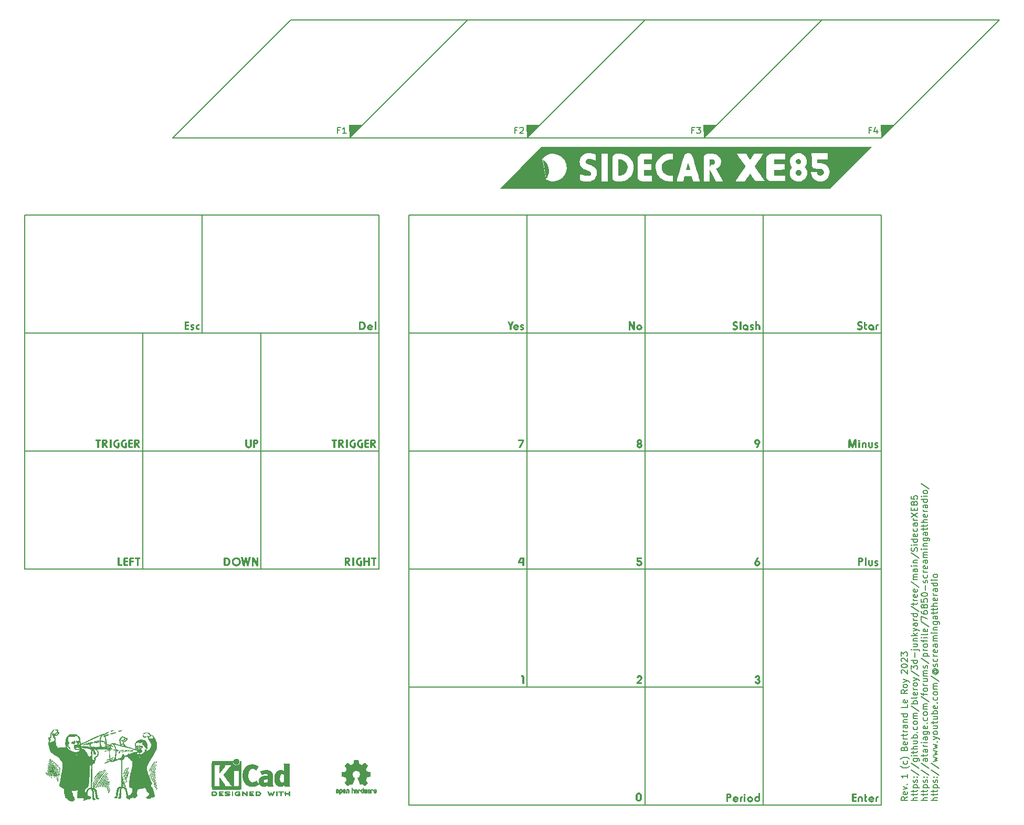
<source format=gbr>
%TF.GenerationSoftware,KiCad,Pcbnew,(7.0.0)*%
%TF.CreationDate,2023-04-09T14:12:24-07:00*%
%TF.ProjectId,SidecarXE85-plate,53696465-6361-4725-9845-38352d706c61,rev?*%
%TF.SameCoordinates,Original*%
%TF.FileFunction,Legend,Top*%
%TF.FilePolarity,Positive*%
%FSLAX46Y46*%
G04 Gerber Fmt 4.6, Leading zero omitted, Abs format (unit mm)*
G04 Created by KiCad (PCBNEW (7.0.0)) date 2023-04-09 14:12:24*
%MOMM*%
%LPD*%
G01*
G04 APERTURE LIST*
%ADD10C,0.150000*%
%ADD11C,0.152400*%
%ADD12C,0.120000*%
%ADD13C,0.010000*%
%ADD14C,6.000000*%
G04 APERTURE END LIST*
D10*
X170937380Y-156190476D02*
X170461190Y-156523809D01*
X170937380Y-156761904D02*
X169937380Y-156761904D01*
X169937380Y-156761904D02*
X169937380Y-156380952D01*
X169937380Y-156380952D02*
X169985000Y-156285714D01*
X169985000Y-156285714D02*
X170032619Y-156238095D01*
X170032619Y-156238095D02*
X170127857Y-156190476D01*
X170127857Y-156190476D02*
X170270714Y-156190476D01*
X170270714Y-156190476D02*
X170365952Y-156238095D01*
X170365952Y-156238095D02*
X170413571Y-156285714D01*
X170413571Y-156285714D02*
X170461190Y-156380952D01*
X170461190Y-156380952D02*
X170461190Y-156761904D01*
X170889761Y-155380952D02*
X170937380Y-155476190D01*
X170937380Y-155476190D02*
X170937380Y-155666666D01*
X170937380Y-155666666D02*
X170889761Y-155761904D01*
X170889761Y-155761904D02*
X170794523Y-155809523D01*
X170794523Y-155809523D02*
X170413571Y-155809523D01*
X170413571Y-155809523D02*
X170318333Y-155761904D01*
X170318333Y-155761904D02*
X170270714Y-155666666D01*
X170270714Y-155666666D02*
X170270714Y-155476190D01*
X170270714Y-155476190D02*
X170318333Y-155380952D01*
X170318333Y-155380952D02*
X170413571Y-155333333D01*
X170413571Y-155333333D02*
X170508809Y-155333333D01*
X170508809Y-155333333D02*
X170604047Y-155809523D01*
X170270714Y-154999999D02*
X170937380Y-154761904D01*
X170937380Y-154761904D02*
X170270714Y-154523809D01*
X170842142Y-154142856D02*
X170889761Y-154095237D01*
X170889761Y-154095237D02*
X170937380Y-154142856D01*
X170937380Y-154142856D02*
X170889761Y-154190475D01*
X170889761Y-154190475D02*
X170842142Y-154142856D01*
X170842142Y-154142856D02*
X170937380Y-154142856D01*
X170937380Y-152542857D02*
X170937380Y-153114285D01*
X170937380Y-152828571D02*
X169937380Y-152828571D01*
X169937380Y-152828571D02*
X170080238Y-152923809D01*
X170080238Y-152923809D02*
X170175476Y-153019047D01*
X170175476Y-153019047D02*
X170223095Y-153114285D01*
X171318333Y-151228571D02*
X171270714Y-151276190D01*
X171270714Y-151276190D02*
X171127857Y-151371428D01*
X171127857Y-151371428D02*
X171032619Y-151419047D01*
X171032619Y-151419047D02*
X170889761Y-151466666D01*
X170889761Y-151466666D02*
X170651666Y-151514285D01*
X170651666Y-151514285D02*
X170461190Y-151514285D01*
X170461190Y-151514285D02*
X170223095Y-151466666D01*
X170223095Y-151466666D02*
X170080238Y-151419047D01*
X170080238Y-151419047D02*
X169985000Y-151371428D01*
X169985000Y-151371428D02*
X169842142Y-151276190D01*
X169842142Y-151276190D02*
X169794523Y-151228571D01*
X170889761Y-150419047D02*
X170937380Y-150514285D01*
X170937380Y-150514285D02*
X170937380Y-150704761D01*
X170937380Y-150704761D02*
X170889761Y-150799999D01*
X170889761Y-150799999D02*
X170842142Y-150847618D01*
X170842142Y-150847618D02*
X170746904Y-150895237D01*
X170746904Y-150895237D02*
X170461190Y-150895237D01*
X170461190Y-150895237D02*
X170365952Y-150847618D01*
X170365952Y-150847618D02*
X170318333Y-150799999D01*
X170318333Y-150799999D02*
X170270714Y-150704761D01*
X170270714Y-150704761D02*
X170270714Y-150514285D01*
X170270714Y-150514285D02*
X170318333Y-150419047D01*
X171318333Y-150085713D02*
X171270714Y-150038094D01*
X171270714Y-150038094D02*
X171127857Y-149942856D01*
X171127857Y-149942856D02*
X171032619Y-149895237D01*
X171032619Y-149895237D02*
X170889761Y-149847618D01*
X170889761Y-149847618D02*
X170651666Y-149799999D01*
X170651666Y-149799999D02*
X170461190Y-149799999D01*
X170461190Y-149799999D02*
X170223095Y-149847618D01*
X170223095Y-149847618D02*
X170080238Y-149895237D01*
X170080238Y-149895237D02*
X169985000Y-149942856D01*
X169985000Y-149942856D02*
X169842142Y-150038094D01*
X169842142Y-150038094D02*
X169794523Y-150085713D01*
X170413571Y-148390475D02*
X170461190Y-148247618D01*
X170461190Y-148247618D02*
X170508809Y-148199999D01*
X170508809Y-148199999D02*
X170604047Y-148152380D01*
X170604047Y-148152380D02*
X170746904Y-148152380D01*
X170746904Y-148152380D02*
X170842142Y-148199999D01*
X170842142Y-148199999D02*
X170889761Y-148247618D01*
X170889761Y-148247618D02*
X170937380Y-148342856D01*
X170937380Y-148342856D02*
X170937380Y-148723808D01*
X170937380Y-148723808D02*
X169937380Y-148723808D01*
X169937380Y-148723808D02*
X169937380Y-148390475D01*
X169937380Y-148390475D02*
X169985000Y-148295237D01*
X169985000Y-148295237D02*
X170032619Y-148247618D01*
X170032619Y-148247618D02*
X170127857Y-148199999D01*
X170127857Y-148199999D02*
X170223095Y-148199999D01*
X170223095Y-148199999D02*
X170318333Y-148247618D01*
X170318333Y-148247618D02*
X170365952Y-148295237D01*
X170365952Y-148295237D02*
X170413571Y-148390475D01*
X170413571Y-148390475D02*
X170413571Y-148723808D01*
X170889761Y-147342856D02*
X170937380Y-147438094D01*
X170937380Y-147438094D02*
X170937380Y-147628570D01*
X170937380Y-147628570D02*
X170889761Y-147723808D01*
X170889761Y-147723808D02*
X170794523Y-147771427D01*
X170794523Y-147771427D02*
X170413571Y-147771427D01*
X170413571Y-147771427D02*
X170318333Y-147723808D01*
X170318333Y-147723808D02*
X170270714Y-147628570D01*
X170270714Y-147628570D02*
X170270714Y-147438094D01*
X170270714Y-147438094D02*
X170318333Y-147342856D01*
X170318333Y-147342856D02*
X170413571Y-147295237D01*
X170413571Y-147295237D02*
X170508809Y-147295237D01*
X170508809Y-147295237D02*
X170604047Y-147771427D01*
X170937380Y-146866665D02*
X170270714Y-146866665D01*
X170461190Y-146866665D02*
X170365952Y-146819046D01*
X170365952Y-146819046D02*
X170318333Y-146771427D01*
X170318333Y-146771427D02*
X170270714Y-146676189D01*
X170270714Y-146676189D02*
X170270714Y-146580951D01*
X170270714Y-146390474D02*
X170270714Y-146009522D01*
X169937380Y-146247617D02*
X170794523Y-146247617D01*
X170794523Y-146247617D02*
X170889761Y-146199998D01*
X170889761Y-146199998D02*
X170937380Y-146104760D01*
X170937380Y-146104760D02*
X170937380Y-146009522D01*
X170937380Y-145676188D02*
X170270714Y-145676188D01*
X170461190Y-145676188D02*
X170365952Y-145628569D01*
X170365952Y-145628569D02*
X170318333Y-145580950D01*
X170318333Y-145580950D02*
X170270714Y-145485712D01*
X170270714Y-145485712D02*
X170270714Y-145390474D01*
X170937380Y-144628569D02*
X170413571Y-144628569D01*
X170413571Y-144628569D02*
X170318333Y-144676188D01*
X170318333Y-144676188D02*
X170270714Y-144771426D01*
X170270714Y-144771426D02*
X170270714Y-144961902D01*
X170270714Y-144961902D02*
X170318333Y-145057140D01*
X170889761Y-144628569D02*
X170937380Y-144723807D01*
X170937380Y-144723807D02*
X170937380Y-144961902D01*
X170937380Y-144961902D02*
X170889761Y-145057140D01*
X170889761Y-145057140D02*
X170794523Y-145104759D01*
X170794523Y-145104759D02*
X170699285Y-145104759D01*
X170699285Y-145104759D02*
X170604047Y-145057140D01*
X170604047Y-145057140D02*
X170556428Y-144961902D01*
X170556428Y-144961902D02*
X170556428Y-144723807D01*
X170556428Y-144723807D02*
X170508809Y-144628569D01*
X170270714Y-144152378D02*
X170937380Y-144152378D01*
X170365952Y-144152378D02*
X170318333Y-144104759D01*
X170318333Y-144104759D02*
X170270714Y-144009521D01*
X170270714Y-144009521D02*
X170270714Y-143866664D01*
X170270714Y-143866664D02*
X170318333Y-143771426D01*
X170318333Y-143771426D02*
X170413571Y-143723807D01*
X170413571Y-143723807D02*
X170937380Y-143723807D01*
X170937380Y-142819045D02*
X169937380Y-142819045D01*
X170889761Y-142819045D02*
X170937380Y-142914283D01*
X170937380Y-142914283D02*
X170937380Y-143104759D01*
X170937380Y-143104759D02*
X170889761Y-143199997D01*
X170889761Y-143199997D02*
X170842142Y-143247616D01*
X170842142Y-143247616D02*
X170746904Y-143295235D01*
X170746904Y-143295235D02*
X170461190Y-143295235D01*
X170461190Y-143295235D02*
X170365952Y-143247616D01*
X170365952Y-143247616D02*
X170318333Y-143199997D01*
X170318333Y-143199997D02*
X170270714Y-143104759D01*
X170270714Y-143104759D02*
X170270714Y-142914283D01*
X170270714Y-142914283D02*
X170318333Y-142819045D01*
X170937380Y-141266664D02*
X170937380Y-141742854D01*
X170937380Y-141742854D02*
X169937380Y-141742854D01*
X170889761Y-140552378D02*
X170937380Y-140647616D01*
X170937380Y-140647616D02*
X170937380Y-140838092D01*
X170937380Y-140838092D02*
X170889761Y-140933330D01*
X170889761Y-140933330D02*
X170794523Y-140980949D01*
X170794523Y-140980949D02*
X170413571Y-140980949D01*
X170413571Y-140980949D02*
X170318333Y-140933330D01*
X170318333Y-140933330D02*
X170270714Y-140838092D01*
X170270714Y-140838092D02*
X170270714Y-140647616D01*
X170270714Y-140647616D02*
X170318333Y-140552378D01*
X170318333Y-140552378D02*
X170413571Y-140504759D01*
X170413571Y-140504759D02*
X170508809Y-140504759D01*
X170508809Y-140504759D02*
X170604047Y-140980949D01*
X170937380Y-138904759D02*
X170461190Y-139238092D01*
X170937380Y-139476187D02*
X169937380Y-139476187D01*
X169937380Y-139476187D02*
X169937380Y-139095235D01*
X169937380Y-139095235D02*
X169985000Y-138999997D01*
X169985000Y-138999997D02*
X170032619Y-138952378D01*
X170032619Y-138952378D02*
X170127857Y-138904759D01*
X170127857Y-138904759D02*
X170270714Y-138904759D01*
X170270714Y-138904759D02*
X170365952Y-138952378D01*
X170365952Y-138952378D02*
X170413571Y-138999997D01*
X170413571Y-138999997D02*
X170461190Y-139095235D01*
X170461190Y-139095235D02*
X170461190Y-139476187D01*
X170937380Y-138333330D02*
X170889761Y-138428568D01*
X170889761Y-138428568D02*
X170842142Y-138476187D01*
X170842142Y-138476187D02*
X170746904Y-138523806D01*
X170746904Y-138523806D02*
X170461190Y-138523806D01*
X170461190Y-138523806D02*
X170365952Y-138476187D01*
X170365952Y-138476187D02*
X170318333Y-138428568D01*
X170318333Y-138428568D02*
X170270714Y-138333330D01*
X170270714Y-138333330D02*
X170270714Y-138190473D01*
X170270714Y-138190473D02*
X170318333Y-138095235D01*
X170318333Y-138095235D02*
X170365952Y-138047616D01*
X170365952Y-138047616D02*
X170461190Y-137999997D01*
X170461190Y-137999997D02*
X170746904Y-137999997D01*
X170746904Y-137999997D02*
X170842142Y-138047616D01*
X170842142Y-138047616D02*
X170889761Y-138095235D01*
X170889761Y-138095235D02*
X170937380Y-138190473D01*
X170937380Y-138190473D02*
X170937380Y-138333330D01*
X170270714Y-137666663D02*
X170937380Y-137428568D01*
X170270714Y-137190473D02*
X170937380Y-137428568D01*
X170937380Y-137428568D02*
X171175476Y-137523806D01*
X171175476Y-137523806D02*
X171223095Y-137571425D01*
X171223095Y-137571425D02*
X171270714Y-137666663D01*
X170032619Y-136257139D02*
X169985000Y-136209520D01*
X169985000Y-136209520D02*
X169937380Y-136114282D01*
X169937380Y-136114282D02*
X169937380Y-135876187D01*
X169937380Y-135876187D02*
X169985000Y-135780949D01*
X169985000Y-135780949D02*
X170032619Y-135733330D01*
X170032619Y-135733330D02*
X170127857Y-135685711D01*
X170127857Y-135685711D02*
X170223095Y-135685711D01*
X170223095Y-135685711D02*
X170365952Y-135733330D01*
X170365952Y-135733330D02*
X170937380Y-136304758D01*
X170937380Y-136304758D02*
X170937380Y-135685711D01*
X169937380Y-135066663D02*
X169937380Y-134971425D01*
X169937380Y-134971425D02*
X169985000Y-134876187D01*
X169985000Y-134876187D02*
X170032619Y-134828568D01*
X170032619Y-134828568D02*
X170127857Y-134780949D01*
X170127857Y-134780949D02*
X170318333Y-134733330D01*
X170318333Y-134733330D02*
X170556428Y-134733330D01*
X170556428Y-134733330D02*
X170746904Y-134780949D01*
X170746904Y-134780949D02*
X170842142Y-134828568D01*
X170842142Y-134828568D02*
X170889761Y-134876187D01*
X170889761Y-134876187D02*
X170937380Y-134971425D01*
X170937380Y-134971425D02*
X170937380Y-135066663D01*
X170937380Y-135066663D02*
X170889761Y-135161901D01*
X170889761Y-135161901D02*
X170842142Y-135209520D01*
X170842142Y-135209520D02*
X170746904Y-135257139D01*
X170746904Y-135257139D02*
X170556428Y-135304758D01*
X170556428Y-135304758D02*
X170318333Y-135304758D01*
X170318333Y-135304758D02*
X170127857Y-135257139D01*
X170127857Y-135257139D02*
X170032619Y-135209520D01*
X170032619Y-135209520D02*
X169985000Y-135161901D01*
X169985000Y-135161901D02*
X169937380Y-135066663D01*
X170032619Y-134352377D02*
X169985000Y-134304758D01*
X169985000Y-134304758D02*
X169937380Y-134209520D01*
X169937380Y-134209520D02*
X169937380Y-133971425D01*
X169937380Y-133971425D02*
X169985000Y-133876187D01*
X169985000Y-133876187D02*
X170032619Y-133828568D01*
X170032619Y-133828568D02*
X170127857Y-133780949D01*
X170127857Y-133780949D02*
X170223095Y-133780949D01*
X170223095Y-133780949D02*
X170365952Y-133828568D01*
X170365952Y-133828568D02*
X170937380Y-134399996D01*
X170937380Y-134399996D02*
X170937380Y-133780949D01*
X169937380Y-133447615D02*
X169937380Y-132828568D01*
X169937380Y-132828568D02*
X170318333Y-133161901D01*
X170318333Y-133161901D02*
X170318333Y-133019044D01*
X170318333Y-133019044D02*
X170365952Y-132923806D01*
X170365952Y-132923806D02*
X170413571Y-132876187D01*
X170413571Y-132876187D02*
X170508809Y-132828568D01*
X170508809Y-132828568D02*
X170746904Y-132828568D01*
X170746904Y-132828568D02*
X170842142Y-132876187D01*
X170842142Y-132876187D02*
X170889761Y-132923806D01*
X170889761Y-132923806D02*
X170937380Y-133019044D01*
X170937380Y-133019044D02*
X170937380Y-133304758D01*
X170937380Y-133304758D02*
X170889761Y-133399996D01*
X170889761Y-133399996D02*
X170842142Y-133447615D01*
X172557380Y-156761904D02*
X171557380Y-156761904D01*
X172557380Y-156333333D02*
X172033571Y-156333333D01*
X172033571Y-156333333D02*
X171938333Y-156380952D01*
X171938333Y-156380952D02*
X171890714Y-156476190D01*
X171890714Y-156476190D02*
X171890714Y-156619047D01*
X171890714Y-156619047D02*
X171938333Y-156714285D01*
X171938333Y-156714285D02*
X171985952Y-156761904D01*
X171890714Y-155999999D02*
X171890714Y-155619047D01*
X171557380Y-155857142D02*
X172414523Y-155857142D01*
X172414523Y-155857142D02*
X172509761Y-155809523D01*
X172509761Y-155809523D02*
X172557380Y-155714285D01*
X172557380Y-155714285D02*
X172557380Y-155619047D01*
X171890714Y-155428570D02*
X171890714Y-155047618D01*
X171557380Y-155285713D02*
X172414523Y-155285713D01*
X172414523Y-155285713D02*
X172509761Y-155238094D01*
X172509761Y-155238094D02*
X172557380Y-155142856D01*
X172557380Y-155142856D02*
X172557380Y-155047618D01*
X171890714Y-154714284D02*
X172890714Y-154714284D01*
X171938333Y-154714284D02*
X171890714Y-154619046D01*
X171890714Y-154619046D02*
X171890714Y-154428570D01*
X171890714Y-154428570D02*
X171938333Y-154333332D01*
X171938333Y-154333332D02*
X171985952Y-154285713D01*
X171985952Y-154285713D02*
X172081190Y-154238094D01*
X172081190Y-154238094D02*
X172366904Y-154238094D01*
X172366904Y-154238094D02*
X172462142Y-154285713D01*
X172462142Y-154285713D02*
X172509761Y-154333332D01*
X172509761Y-154333332D02*
X172557380Y-154428570D01*
X172557380Y-154428570D02*
X172557380Y-154619046D01*
X172557380Y-154619046D02*
X172509761Y-154714284D01*
X172509761Y-153857141D02*
X172557380Y-153761903D01*
X172557380Y-153761903D02*
X172557380Y-153571427D01*
X172557380Y-153571427D02*
X172509761Y-153476189D01*
X172509761Y-153476189D02*
X172414523Y-153428570D01*
X172414523Y-153428570D02*
X172366904Y-153428570D01*
X172366904Y-153428570D02*
X172271666Y-153476189D01*
X172271666Y-153476189D02*
X172224047Y-153571427D01*
X172224047Y-153571427D02*
X172224047Y-153714284D01*
X172224047Y-153714284D02*
X172176428Y-153809522D01*
X172176428Y-153809522D02*
X172081190Y-153857141D01*
X172081190Y-153857141D02*
X172033571Y-153857141D01*
X172033571Y-153857141D02*
X171938333Y-153809522D01*
X171938333Y-153809522D02*
X171890714Y-153714284D01*
X171890714Y-153714284D02*
X171890714Y-153571427D01*
X171890714Y-153571427D02*
X171938333Y-153476189D01*
X172462142Y-152999998D02*
X172509761Y-152952379D01*
X172509761Y-152952379D02*
X172557380Y-152999998D01*
X172557380Y-152999998D02*
X172509761Y-153047617D01*
X172509761Y-153047617D02*
X172462142Y-152999998D01*
X172462142Y-152999998D02*
X172557380Y-152999998D01*
X171938333Y-152999998D02*
X171985952Y-152952379D01*
X171985952Y-152952379D02*
X172033571Y-152999998D01*
X172033571Y-152999998D02*
X171985952Y-153047617D01*
X171985952Y-153047617D02*
X171938333Y-152999998D01*
X171938333Y-152999998D02*
X172033571Y-152999998D01*
X171509761Y-151809523D02*
X172795476Y-152666665D01*
X171509761Y-150761904D02*
X172795476Y-151619046D01*
X171890714Y-149999999D02*
X172700238Y-149999999D01*
X172700238Y-149999999D02*
X172795476Y-150047618D01*
X172795476Y-150047618D02*
X172843095Y-150095237D01*
X172843095Y-150095237D02*
X172890714Y-150190475D01*
X172890714Y-150190475D02*
X172890714Y-150333332D01*
X172890714Y-150333332D02*
X172843095Y-150428570D01*
X172509761Y-149999999D02*
X172557380Y-150095237D01*
X172557380Y-150095237D02*
X172557380Y-150285713D01*
X172557380Y-150285713D02*
X172509761Y-150380951D01*
X172509761Y-150380951D02*
X172462142Y-150428570D01*
X172462142Y-150428570D02*
X172366904Y-150476189D01*
X172366904Y-150476189D02*
X172081190Y-150476189D01*
X172081190Y-150476189D02*
X171985952Y-150428570D01*
X171985952Y-150428570D02*
X171938333Y-150380951D01*
X171938333Y-150380951D02*
X171890714Y-150285713D01*
X171890714Y-150285713D02*
X171890714Y-150095237D01*
X171890714Y-150095237D02*
X171938333Y-149999999D01*
X172557380Y-149523808D02*
X171890714Y-149523808D01*
X171557380Y-149523808D02*
X171605000Y-149571427D01*
X171605000Y-149571427D02*
X171652619Y-149523808D01*
X171652619Y-149523808D02*
X171605000Y-149476189D01*
X171605000Y-149476189D02*
X171557380Y-149523808D01*
X171557380Y-149523808D02*
X171652619Y-149523808D01*
X171890714Y-149190475D02*
X171890714Y-148809523D01*
X171557380Y-149047618D02*
X172414523Y-149047618D01*
X172414523Y-149047618D02*
X172509761Y-148999999D01*
X172509761Y-148999999D02*
X172557380Y-148904761D01*
X172557380Y-148904761D02*
X172557380Y-148809523D01*
X172557380Y-148476189D02*
X171557380Y-148476189D01*
X172557380Y-148047618D02*
X172033571Y-148047618D01*
X172033571Y-148047618D02*
X171938333Y-148095237D01*
X171938333Y-148095237D02*
X171890714Y-148190475D01*
X171890714Y-148190475D02*
X171890714Y-148333332D01*
X171890714Y-148333332D02*
X171938333Y-148428570D01*
X171938333Y-148428570D02*
X171985952Y-148476189D01*
X171890714Y-147142856D02*
X172557380Y-147142856D01*
X171890714Y-147571427D02*
X172414523Y-147571427D01*
X172414523Y-147571427D02*
X172509761Y-147523808D01*
X172509761Y-147523808D02*
X172557380Y-147428570D01*
X172557380Y-147428570D02*
X172557380Y-147285713D01*
X172557380Y-147285713D02*
X172509761Y-147190475D01*
X172509761Y-147190475D02*
X172462142Y-147142856D01*
X172557380Y-146666665D02*
X171557380Y-146666665D01*
X171938333Y-146666665D02*
X171890714Y-146571427D01*
X171890714Y-146571427D02*
X171890714Y-146380951D01*
X171890714Y-146380951D02*
X171938333Y-146285713D01*
X171938333Y-146285713D02*
X171985952Y-146238094D01*
X171985952Y-146238094D02*
X172081190Y-146190475D01*
X172081190Y-146190475D02*
X172366904Y-146190475D01*
X172366904Y-146190475D02*
X172462142Y-146238094D01*
X172462142Y-146238094D02*
X172509761Y-146285713D01*
X172509761Y-146285713D02*
X172557380Y-146380951D01*
X172557380Y-146380951D02*
X172557380Y-146571427D01*
X172557380Y-146571427D02*
X172509761Y-146666665D01*
X172462142Y-145761903D02*
X172509761Y-145714284D01*
X172509761Y-145714284D02*
X172557380Y-145761903D01*
X172557380Y-145761903D02*
X172509761Y-145809522D01*
X172509761Y-145809522D02*
X172462142Y-145761903D01*
X172462142Y-145761903D02*
X172557380Y-145761903D01*
X172509761Y-144857142D02*
X172557380Y-144952380D01*
X172557380Y-144952380D02*
X172557380Y-145142856D01*
X172557380Y-145142856D02*
X172509761Y-145238094D01*
X172509761Y-145238094D02*
X172462142Y-145285713D01*
X172462142Y-145285713D02*
X172366904Y-145333332D01*
X172366904Y-145333332D02*
X172081190Y-145333332D01*
X172081190Y-145333332D02*
X171985952Y-145285713D01*
X171985952Y-145285713D02*
X171938333Y-145238094D01*
X171938333Y-145238094D02*
X171890714Y-145142856D01*
X171890714Y-145142856D02*
X171890714Y-144952380D01*
X171890714Y-144952380D02*
X171938333Y-144857142D01*
X172557380Y-144285713D02*
X172509761Y-144380951D01*
X172509761Y-144380951D02*
X172462142Y-144428570D01*
X172462142Y-144428570D02*
X172366904Y-144476189D01*
X172366904Y-144476189D02*
X172081190Y-144476189D01*
X172081190Y-144476189D02*
X171985952Y-144428570D01*
X171985952Y-144428570D02*
X171938333Y-144380951D01*
X171938333Y-144380951D02*
X171890714Y-144285713D01*
X171890714Y-144285713D02*
X171890714Y-144142856D01*
X171890714Y-144142856D02*
X171938333Y-144047618D01*
X171938333Y-144047618D02*
X171985952Y-143999999D01*
X171985952Y-143999999D02*
X172081190Y-143952380D01*
X172081190Y-143952380D02*
X172366904Y-143952380D01*
X172366904Y-143952380D02*
X172462142Y-143999999D01*
X172462142Y-143999999D02*
X172509761Y-144047618D01*
X172509761Y-144047618D02*
X172557380Y-144142856D01*
X172557380Y-144142856D02*
X172557380Y-144285713D01*
X172557380Y-143523808D02*
X171890714Y-143523808D01*
X171985952Y-143523808D02*
X171938333Y-143476189D01*
X171938333Y-143476189D02*
X171890714Y-143380951D01*
X171890714Y-143380951D02*
X171890714Y-143238094D01*
X171890714Y-143238094D02*
X171938333Y-143142856D01*
X171938333Y-143142856D02*
X172033571Y-143095237D01*
X172033571Y-143095237D02*
X172557380Y-143095237D01*
X172033571Y-143095237D02*
X171938333Y-143047618D01*
X171938333Y-143047618D02*
X171890714Y-142952380D01*
X171890714Y-142952380D02*
X171890714Y-142809523D01*
X171890714Y-142809523D02*
X171938333Y-142714284D01*
X171938333Y-142714284D02*
X172033571Y-142666665D01*
X172033571Y-142666665D02*
X172557380Y-142666665D01*
X171509761Y-141476190D02*
X172795476Y-142333332D01*
X172557380Y-141142856D02*
X171557380Y-141142856D01*
X171938333Y-141142856D02*
X171890714Y-141047618D01*
X171890714Y-141047618D02*
X171890714Y-140857142D01*
X171890714Y-140857142D02*
X171938333Y-140761904D01*
X171938333Y-140761904D02*
X171985952Y-140714285D01*
X171985952Y-140714285D02*
X172081190Y-140666666D01*
X172081190Y-140666666D02*
X172366904Y-140666666D01*
X172366904Y-140666666D02*
X172462142Y-140714285D01*
X172462142Y-140714285D02*
X172509761Y-140761904D01*
X172509761Y-140761904D02*
X172557380Y-140857142D01*
X172557380Y-140857142D02*
X172557380Y-141047618D01*
X172557380Y-141047618D02*
X172509761Y-141142856D01*
X172557380Y-140095237D02*
X172509761Y-140190475D01*
X172509761Y-140190475D02*
X172414523Y-140238094D01*
X172414523Y-140238094D02*
X171557380Y-140238094D01*
X172509761Y-139333332D02*
X172557380Y-139428570D01*
X172557380Y-139428570D02*
X172557380Y-139619046D01*
X172557380Y-139619046D02*
X172509761Y-139714284D01*
X172509761Y-139714284D02*
X172414523Y-139761903D01*
X172414523Y-139761903D02*
X172033571Y-139761903D01*
X172033571Y-139761903D02*
X171938333Y-139714284D01*
X171938333Y-139714284D02*
X171890714Y-139619046D01*
X171890714Y-139619046D02*
X171890714Y-139428570D01*
X171890714Y-139428570D02*
X171938333Y-139333332D01*
X171938333Y-139333332D02*
X172033571Y-139285713D01*
X172033571Y-139285713D02*
X172128809Y-139285713D01*
X172128809Y-139285713D02*
X172224047Y-139761903D01*
X172557380Y-138857141D02*
X171890714Y-138857141D01*
X172081190Y-138857141D02*
X171985952Y-138809522D01*
X171985952Y-138809522D02*
X171938333Y-138761903D01*
X171938333Y-138761903D02*
X171890714Y-138666665D01*
X171890714Y-138666665D02*
X171890714Y-138571427D01*
X172557380Y-138095236D02*
X172509761Y-138190474D01*
X172509761Y-138190474D02*
X172462142Y-138238093D01*
X172462142Y-138238093D02*
X172366904Y-138285712D01*
X172366904Y-138285712D02*
X172081190Y-138285712D01*
X172081190Y-138285712D02*
X171985952Y-138238093D01*
X171985952Y-138238093D02*
X171938333Y-138190474D01*
X171938333Y-138190474D02*
X171890714Y-138095236D01*
X171890714Y-138095236D02*
X171890714Y-137952379D01*
X171890714Y-137952379D02*
X171938333Y-137857141D01*
X171938333Y-137857141D02*
X171985952Y-137809522D01*
X171985952Y-137809522D02*
X172081190Y-137761903D01*
X172081190Y-137761903D02*
X172366904Y-137761903D01*
X172366904Y-137761903D02*
X172462142Y-137809522D01*
X172462142Y-137809522D02*
X172509761Y-137857141D01*
X172509761Y-137857141D02*
X172557380Y-137952379D01*
X172557380Y-137952379D02*
X172557380Y-138095236D01*
X171890714Y-137428569D02*
X172557380Y-137190474D01*
X171890714Y-136952379D02*
X172557380Y-137190474D01*
X172557380Y-137190474D02*
X172795476Y-137285712D01*
X172795476Y-137285712D02*
X172843095Y-137333331D01*
X172843095Y-137333331D02*
X172890714Y-137428569D01*
X171509761Y-135857141D02*
X172795476Y-136714283D01*
X171557380Y-135619045D02*
X171557380Y-134999998D01*
X171557380Y-134999998D02*
X171938333Y-135333331D01*
X171938333Y-135333331D02*
X171938333Y-135190474D01*
X171938333Y-135190474D02*
X171985952Y-135095236D01*
X171985952Y-135095236D02*
X172033571Y-135047617D01*
X172033571Y-135047617D02*
X172128809Y-134999998D01*
X172128809Y-134999998D02*
X172366904Y-134999998D01*
X172366904Y-134999998D02*
X172462142Y-135047617D01*
X172462142Y-135047617D02*
X172509761Y-135095236D01*
X172509761Y-135095236D02*
X172557380Y-135190474D01*
X172557380Y-135190474D02*
X172557380Y-135476188D01*
X172557380Y-135476188D02*
X172509761Y-135571426D01*
X172509761Y-135571426D02*
X172462142Y-135619045D01*
X172557380Y-134142855D02*
X171557380Y-134142855D01*
X172509761Y-134142855D02*
X172557380Y-134238093D01*
X172557380Y-134238093D02*
X172557380Y-134428569D01*
X172557380Y-134428569D02*
X172509761Y-134523807D01*
X172509761Y-134523807D02*
X172462142Y-134571426D01*
X172462142Y-134571426D02*
X172366904Y-134619045D01*
X172366904Y-134619045D02*
X172081190Y-134619045D01*
X172081190Y-134619045D02*
X171985952Y-134571426D01*
X171985952Y-134571426D02*
X171938333Y-134523807D01*
X171938333Y-134523807D02*
X171890714Y-134428569D01*
X171890714Y-134428569D02*
X171890714Y-134238093D01*
X171890714Y-134238093D02*
X171938333Y-134142855D01*
X172176428Y-133666664D02*
X172176428Y-132904760D01*
X171890714Y-132428569D02*
X172747857Y-132428569D01*
X172747857Y-132428569D02*
X172843095Y-132476188D01*
X172843095Y-132476188D02*
X172890714Y-132571426D01*
X172890714Y-132571426D02*
X172890714Y-132619045D01*
X171557380Y-132428569D02*
X171605000Y-132476188D01*
X171605000Y-132476188D02*
X171652619Y-132428569D01*
X171652619Y-132428569D02*
X171605000Y-132380950D01*
X171605000Y-132380950D02*
X171557380Y-132428569D01*
X171557380Y-132428569D02*
X171652619Y-132428569D01*
X171890714Y-131523808D02*
X172557380Y-131523808D01*
X171890714Y-131952379D02*
X172414523Y-131952379D01*
X172414523Y-131952379D02*
X172509761Y-131904760D01*
X172509761Y-131904760D02*
X172557380Y-131809522D01*
X172557380Y-131809522D02*
X172557380Y-131666665D01*
X172557380Y-131666665D02*
X172509761Y-131571427D01*
X172509761Y-131571427D02*
X172462142Y-131523808D01*
X171890714Y-131047617D02*
X172557380Y-131047617D01*
X171985952Y-131047617D02*
X171938333Y-130999998D01*
X171938333Y-130999998D02*
X171890714Y-130904760D01*
X171890714Y-130904760D02*
X171890714Y-130761903D01*
X171890714Y-130761903D02*
X171938333Y-130666665D01*
X171938333Y-130666665D02*
X172033571Y-130619046D01*
X172033571Y-130619046D02*
X172557380Y-130619046D01*
X172557380Y-130142855D02*
X171557380Y-130142855D01*
X172176428Y-130047617D02*
X172557380Y-129761903D01*
X171890714Y-129761903D02*
X172271666Y-130142855D01*
X171890714Y-129428569D02*
X172557380Y-129190474D01*
X171890714Y-128952379D02*
X172557380Y-129190474D01*
X172557380Y-129190474D02*
X172795476Y-129285712D01*
X172795476Y-129285712D02*
X172843095Y-129333331D01*
X172843095Y-129333331D02*
X172890714Y-129428569D01*
X172557380Y-128142855D02*
X172033571Y-128142855D01*
X172033571Y-128142855D02*
X171938333Y-128190474D01*
X171938333Y-128190474D02*
X171890714Y-128285712D01*
X171890714Y-128285712D02*
X171890714Y-128476188D01*
X171890714Y-128476188D02*
X171938333Y-128571426D01*
X172509761Y-128142855D02*
X172557380Y-128238093D01*
X172557380Y-128238093D02*
X172557380Y-128476188D01*
X172557380Y-128476188D02*
X172509761Y-128571426D01*
X172509761Y-128571426D02*
X172414523Y-128619045D01*
X172414523Y-128619045D02*
X172319285Y-128619045D01*
X172319285Y-128619045D02*
X172224047Y-128571426D01*
X172224047Y-128571426D02*
X172176428Y-128476188D01*
X172176428Y-128476188D02*
X172176428Y-128238093D01*
X172176428Y-128238093D02*
X172128809Y-128142855D01*
X172557380Y-127666664D02*
X171890714Y-127666664D01*
X172081190Y-127666664D02*
X171985952Y-127619045D01*
X171985952Y-127619045D02*
X171938333Y-127571426D01*
X171938333Y-127571426D02*
X171890714Y-127476188D01*
X171890714Y-127476188D02*
X171890714Y-127380950D01*
X172557380Y-126619045D02*
X171557380Y-126619045D01*
X172509761Y-126619045D02*
X172557380Y-126714283D01*
X172557380Y-126714283D02*
X172557380Y-126904759D01*
X172557380Y-126904759D02*
X172509761Y-126999997D01*
X172509761Y-126999997D02*
X172462142Y-127047616D01*
X172462142Y-127047616D02*
X172366904Y-127095235D01*
X172366904Y-127095235D02*
X172081190Y-127095235D01*
X172081190Y-127095235D02*
X171985952Y-127047616D01*
X171985952Y-127047616D02*
X171938333Y-126999997D01*
X171938333Y-126999997D02*
X171890714Y-126904759D01*
X171890714Y-126904759D02*
X171890714Y-126714283D01*
X171890714Y-126714283D02*
X171938333Y-126619045D01*
X171509761Y-125428569D02*
X172795476Y-126285711D01*
X171890714Y-125238092D02*
X171890714Y-124857140D01*
X171557380Y-125095235D02*
X172414523Y-125095235D01*
X172414523Y-125095235D02*
X172509761Y-125047616D01*
X172509761Y-125047616D02*
X172557380Y-124952378D01*
X172557380Y-124952378D02*
X172557380Y-124857140D01*
X172557380Y-124523806D02*
X171890714Y-124523806D01*
X172081190Y-124523806D02*
X171985952Y-124476187D01*
X171985952Y-124476187D02*
X171938333Y-124428568D01*
X171938333Y-124428568D02*
X171890714Y-124333330D01*
X171890714Y-124333330D02*
X171890714Y-124238092D01*
X172509761Y-123523806D02*
X172557380Y-123619044D01*
X172557380Y-123619044D02*
X172557380Y-123809520D01*
X172557380Y-123809520D02*
X172509761Y-123904758D01*
X172509761Y-123904758D02*
X172414523Y-123952377D01*
X172414523Y-123952377D02*
X172033571Y-123952377D01*
X172033571Y-123952377D02*
X171938333Y-123904758D01*
X171938333Y-123904758D02*
X171890714Y-123809520D01*
X171890714Y-123809520D02*
X171890714Y-123619044D01*
X171890714Y-123619044D02*
X171938333Y-123523806D01*
X171938333Y-123523806D02*
X172033571Y-123476187D01*
X172033571Y-123476187D02*
X172128809Y-123476187D01*
X172128809Y-123476187D02*
X172224047Y-123952377D01*
X172509761Y-122666663D02*
X172557380Y-122761901D01*
X172557380Y-122761901D02*
X172557380Y-122952377D01*
X172557380Y-122952377D02*
X172509761Y-123047615D01*
X172509761Y-123047615D02*
X172414523Y-123095234D01*
X172414523Y-123095234D02*
X172033571Y-123095234D01*
X172033571Y-123095234D02*
X171938333Y-123047615D01*
X171938333Y-123047615D02*
X171890714Y-122952377D01*
X171890714Y-122952377D02*
X171890714Y-122761901D01*
X171890714Y-122761901D02*
X171938333Y-122666663D01*
X171938333Y-122666663D02*
X172033571Y-122619044D01*
X172033571Y-122619044D02*
X172128809Y-122619044D01*
X172128809Y-122619044D02*
X172224047Y-123095234D01*
X171509761Y-121476187D02*
X172795476Y-122333329D01*
X172557380Y-121142853D02*
X171890714Y-121142853D01*
X171985952Y-121142853D02*
X171938333Y-121095234D01*
X171938333Y-121095234D02*
X171890714Y-120999996D01*
X171890714Y-120999996D02*
X171890714Y-120857139D01*
X171890714Y-120857139D02*
X171938333Y-120761901D01*
X171938333Y-120761901D02*
X172033571Y-120714282D01*
X172033571Y-120714282D02*
X172557380Y-120714282D01*
X172033571Y-120714282D02*
X171938333Y-120666663D01*
X171938333Y-120666663D02*
X171890714Y-120571425D01*
X171890714Y-120571425D02*
X171890714Y-120428568D01*
X171890714Y-120428568D02*
X171938333Y-120333329D01*
X171938333Y-120333329D02*
X172033571Y-120285710D01*
X172033571Y-120285710D02*
X172557380Y-120285710D01*
X172557380Y-119380949D02*
X172033571Y-119380949D01*
X172033571Y-119380949D02*
X171938333Y-119428568D01*
X171938333Y-119428568D02*
X171890714Y-119523806D01*
X171890714Y-119523806D02*
X171890714Y-119714282D01*
X171890714Y-119714282D02*
X171938333Y-119809520D01*
X172509761Y-119380949D02*
X172557380Y-119476187D01*
X172557380Y-119476187D02*
X172557380Y-119714282D01*
X172557380Y-119714282D02*
X172509761Y-119809520D01*
X172509761Y-119809520D02*
X172414523Y-119857139D01*
X172414523Y-119857139D02*
X172319285Y-119857139D01*
X172319285Y-119857139D02*
X172224047Y-119809520D01*
X172224047Y-119809520D02*
X172176428Y-119714282D01*
X172176428Y-119714282D02*
X172176428Y-119476187D01*
X172176428Y-119476187D02*
X172128809Y-119380949D01*
X172557380Y-118904758D02*
X171890714Y-118904758D01*
X171557380Y-118904758D02*
X171605000Y-118952377D01*
X171605000Y-118952377D02*
X171652619Y-118904758D01*
X171652619Y-118904758D02*
X171605000Y-118857139D01*
X171605000Y-118857139D02*
X171557380Y-118904758D01*
X171557380Y-118904758D02*
X171652619Y-118904758D01*
X171890714Y-118428568D02*
X172557380Y-118428568D01*
X171985952Y-118428568D02*
X171938333Y-118380949D01*
X171938333Y-118380949D02*
X171890714Y-118285711D01*
X171890714Y-118285711D02*
X171890714Y-118142854D01*
X171890714Y-118142854D02*
X171938333Y-118047616D01*
X171938333Y-118047616D02*
X172033571Y-117999997D01*
X172033571Y-117999997D02*
X172557380Y-117999997D01*
X171509761Y-116809521D02*
X172795476Y-117666663D01*
X172509761Y-116523806D02*
X172557380Y-116380949D01*
X172557380Y-116380949D02*
X172557380Y-116142854D01*
X172557380Y-116142854D02*
X172509761Y-116047616D01*
X172509761Y-116047616D02*
X172462142Y-115999997D01*
X172462142Y-115999997D02*
X172366904Y-115952378D01*
X172366904Y-115952378D02*
X172271666Y-115952378D01*
X172271666Y-115952378D02*
X172176428Y-115999997D01*
X172176428Y-115999997D02*
X172128809Y-116047616D01*
X172128809Y-116047616D02*
X172081190Y-116142854D01*
X172081190Y-116142854D02*
X172033571Y-116333330D01*
X172033571Y-116333330D02*
X171985952Y-116428568D01*
X171985952Y-116428568D02*
X171938333Y-116476187D01*
X171938333Y-116476187D02*
X171843095Y-116523806D01*
X171843095Y-116523806D02*
X171747857Y-116523806D01*
X171747857Y-116523806D02*
X171652619Y-116476187D01*
X171652619Y-116476187D02*
X171605000Y-116428568D01*
X171605000Y-116428568D02*
X171557380Y-116333330D01*
X171557380Y-116333330D02*
X171557380Y-116095235D01*
X171557380Y-116095235D02*
X171605000Y-115952378D01*
X172557380Y-115523806D02*
X171890714Y-115523806D01*
X171557380Y-115523806D02*
X171605000Y-115571425D01*
X171605000Y-115571425D02*
X171652619Y-115523806D01*
X171652619Y-115523806D02*
X171605000Y-115476187D01*
X171605000Y-115476187D02*
X171557380Y-115523806D01*
X171557380Y-115523806D02*
X171652619Y-115523806D01*
X172557380Y-114619045D02*
X171557380Y-114619045D01*
X172509761Y-114619045D02*
X172557380Y-114714283D01*
X172557380Y-114714283D02*
X172557380Y-114904759D01*
X172557380Y-114904759D02*
X172509761Y-114999997D01*
X172509761Y-114999997D02*
X172462142Y-115047616D01*
X172462142Y-115047616D02*
X172366904Y-115095235D01*
X172366904Y-115095235D02*
X172081190Y-115095235D01*
X172081190Y-115095235D02*
X171985952Y-115047616D01*
X171985952Y-115047616D02*
X171938333Y-114999997D01*
X171938333Y-114999997D02*
X171890714Y-114904759D01*
X171890714Y-114904759D02*
X171890714Y-114714283D01*
X171890714Y-114714283D02*
X171938333Y-114619045D01*
X172509761Y-113761902D02*
X172557380Y-113857140D01*
X172557380Y-113857140D02*
X172557380Y-114047616D01*
X172557380Y-114047616D02*
X172509761Y-114142854D01*
X172509761Y-114142854D02*
X172414523Y-114190473D01*
X172414523Y-114190473D02*
X172033571Y-114190473D01*
X172033571Y-114190473D02*
X171938333Y-114142854D01*
X171938333Y-114142854D02*
X171890714Y-114047616D01*
X171890714Y-114047616D02*
X171890714Y-113857140D01*
X171890714Y-113857140D02*
X171938333Y-113761902D01*
X171938333Y-113761902D02*
X172033571Y-113714283D01*
X172033571Y-113714283D02*
X172128809Y-113714283D01*
X172128809Y-113714283D02*
X172224047Y-114190473D01*
X172509761Y-112857140D02*
X172557380Y-112952378D01*
X172557380Y-112952378D02*
X172557380Y-113142854D01*
X172557380Y-113142854D02*
X172509761Y-113238092D01*
X172509761Y-113238092D02*
X172462142Y-113285711D01*
X172462142Y-113285711D02*
X172366904Y-113333330D01*
X172366904Y-113333330D02*
X172081190Y-113333330D01*
X172081190Y-113333330D02*
X171985952Y-113285711D01*
X171985952Y-113285711D02*
X171938333Y-113238092D01*
X171938333Y-113238092D02*
X171890714Y-113142854D01*
X171890714Y-113142854D02*
X171890714Y-112952378D01*
X171890714Y-112952378D02*
X171938333Y-112857140D01*
X172557380Y-111999997D02*
X172033571Y-111999997D01*
X172033571Y-111999997D02*
X171938333Y-112047616D01*
X171938333Y-112047616D02*
X171890714Y-112142854D01*
X171890714Y-112142854D02*
X171890714Y-112333330D01*
X171890714Y-112333330D02*
X171938333Y-112428568D01*
X172509761Y-111999997D02*
X172557380Y-112095235D01*
X172557380Y-112095235D02*
X172557380Y-112333330D01*
X172557380Y-112333330D02*
X172509761Y-112428568D01*
X172509761Y-112428568D02*
X172414523Y-112476187D01*
X172414523Y-112476187D02*
X172319285Y-112476187D01*
X172319285Y-112476187D02*
X172224047Y-112428568D01*
X172224047Y-112428568D02*
X172176428Y-112333330D01*
X172176428Y-112333330D02*
X172176428Y-112095235D01*
X172176428Y-112095235D02*
X172128809Y-111999997D01*
X172557380Y-111523806D02*
X171890714Y-111523806D01*
X172081190Y-111523806D02*
X171985952Y-111476187D01*
X171985952Y-111476187D02*
X171938333Y-111428568D01*
X171938333Y-111428568D02*
X171890714Y-111333330D01*
X171890714Y-111333330D02*
X171890714Y-111238092D01*
X171557380Y-110999996D02*
X172557380Y-110333330D01*
X171557380Y-110333330D02*
X172557380Y-110999996D01*
X172033571Y-109952377D02*
X172033571Y-109619044D01*
X172557380Y-109476187D02*
X172557380Y-109952377D01*
X172557380Y-109952377D02*
X171557380Y-109952377D01*
X171557380Y-109952377D02*
X171557380Y-109476187D01*
X171985952Y-108904758D02*
X171938333Y-108999996D01*
X171938333Y-108999996D02*
X171890714Y-109047615D01*
X171890714Y-109047615D02*
X171795476Y-109095234D01*
X171795476Y-109095234D02*
X171747857Y-109095234D01*
X171747857Y-109095234D02*
X171652619Y-109047615D01*
X171652619Y-109047615D02*
X171605000Y-108999996D01*
X171605000Y-108999996D02*
X171557380Y-108904758D01*
X171557380Y-108904758D02*
X171557380Y-108714282D01*
X171557380Y-108714282D02*
X171605000Y-108619044D01*
X171605000Y-108619044D02*
X171652619Y-108571425D01*
X171652619Y-108571425D02*
X171747857Y-108523806D01*
X171747857Y-108523806D02*
X171795476Y-108523806D01*
X171795476Y-108523806D02*
X171890714Y-108571425D01*
X171890714Y-108571425D02*
X171938333Y-108619044D01*
X171938333Y-108619044D02*
X171985952Y-108714282D01*
X171985952Y-108714282D02*
X171985952Y-108904758D01*
X171985952Y-108904758D02*
X172033571Y-108999996D01*
X172033571Y-108999996D02*
X172081190Y-109047615D01*
X172081190Y-109047615D02*
X172176428Y-109095234D01*
X172176428Y-109095234D02*
X172366904Y-109095234D01*
X172366904Y-109095234D02*
X172462142Y-109047615D01*
X172462142Y-109047615D02*
X172509761Y-108999996D01*
X172509761Y-108999996D02*
X172557380Y-108904758D01*
X172557380Y-108904758D02*
X172557380Y-108714282D01*
X172557380Y-108714282D02*
X172509761Y-108619044D01*
X172509761Y-108619044D02*
X172462142Y-108571425D01*
X172462142Y-108571425D02*
X172366904Y-108523806D01*
X172366904Y-108523806D02*
X172176428Y-108523806D01*
X172176428Y-108523806D02*
X172081190Y-108571425D01*
X172081190Y-108571425D02*
X172033571Y-108619044D01*
X172033571Y-108619044D02*
X171985952Y-108714282D01*
X171557380Y-107619044D02*
X171557380Y-108095234D01*
X171557380Y-108095234D02*
X172033571Y-108142853D01*
X172033571Y-108142853D02*
X171985952Y-108095234D01*
X171985952Y-108095234D02*
X171938333Y-107999996D01*
X171938333Y-107999996D02*
X171938333Y-107761901D01*
X171938333Y-107761901D02*
X171985952Y-107666663D01*
X171985952Y-107666663D02*
X172033571Y-107619044D01*
X172033571Y-107619044D02*
X172128809Y-107571425D01*
X172128809Y-107571425D02*
X172366904Y-107571425D01*
X172366904Y-107571425D02*
X172462142Y-107619044D01*
X172462142Y-107619044D02*
X172509761Y-107666663D01*
X172509761Y-107666663D02*
X172557380Y-107761901D01*
X172557380Y-107761901D02*
X172557380Y-107999996D01*
X172557380Y-107999996D02*
X172509761Y-108095234D01*
X172509761Y-108095234D02*
X172462142Y-108142853D01*
X174177380Y-156761904D02*
X173177380Y-156761904D01*
X174177380Y-156333333D02*
X173653571Y-156333333D01*
X173653571Y-156333333D02*
X173558333Y-156380952D01*
X173558333Y-156380952D02*
X173510714Y-156476190D01*
X173510714Y-156476190D02*
X173510714Y-156619047D01*
X173510714Y-156619047D02*
X173558333Y-156714285D01*
X173558333Y-156714285D02*
X173605952Y-156761904D01*
X173510714Y-155999999D02*
X173510714Y-155619047D01*
X173177380Y-155857142D02*
X174034523Y-155857142D01*
X174034523Y-155857142D02*
X174129761Y-155809523D01*
X174129761Y-155809523D02*
X174177380Y-155714285D01*
X174177380Y-155714285D02*
X174177380Y-155619047D01*
X173510714Y-155428570D02*
X173510714Y-155047618D01*
X173177380Y-155285713D02*
X174034523Y-155285713D01*
X174034523Y-155285713D02*
X174129761Y-155238094D01*
X174129761Y-155238094D02*
X174177380Y-155142856D01*
X174177380Y-155142856D02*
X174177380Y-155047618D01*
X173510714Y-154714284D02*
X174510714Y-154714284D01*
X173558333Y-154714284D02*
X173510714Y-154619046D01*
X173510714Y-154619046D02*
X173510714Y-154428570D01*
X173510714Y-154428570D02*
X173558333Y-154333332D01*
X173558333Y-154333332D02*
X173605952Y-154285713D01*
X173605952Y-154285713D02*
X173701190Y-154238094D01*
X173701190Y-154238094D02*
X173986904Y-154238094D01*
X173986904Y-154238094D02*
X174082142Y-154285713D01*
X174082142Y-154285713D02*
X174129761Y-154333332D01*
X174129761Y-154333332D02*
X174177380Y-154428570D01*
X174177380Y-154428570D02*
X174177380Y-154619046D01*
X174177380Y-154619046D02*
X174129761Y-154714284D01*
X174129761Y-153857141D02*
X174177380Y-153761903D01*
X174177380Y-153761903D02*
X174177380Y-153571427D01*
X174177380Y-153571427D02*
X174129761Y-153476189D01*
X174129761Y-153476189D02*
X174034523Y-153428570D01*
X174034523Y-153428570D02*
X173986904Y-153428570D01*
X173986904Y-153428570D02*
X173891666Y-153476189D01*
X173891666Y-153476189D02*
X173844047Y-153571427D01*
X173844047Y-153571427D02*
X173844047Y-153714284D01*
X173844047Y-153714284D02*
X173796428Y-153809522D01*
X173796428Y-153809522D02*
X173701190Y-153857141D01*
X173701190Y-153857141D02*
X173653571Y-153857141D01*
X173653571Y-153857141D02*
X173558333Y-153809522D01*
X173558333Y-153809522D02*
X173510714Y-153714284D01*
X173510714Y-153714284D02*
X173510714Y-153571427D01*
X173510714Y-153571427D02*
X173558333Y-153476189D01*
X174082142Y-152999998D02*
X174129761Y-152952379D01*
X174129761Y-152952379D02*
X174177380Y-152999998D01*
X174177380Y-152999998D02*
X174129761Y-153047617D01*
X174129761Y-153047617D02*
X174082142Y-152999998D01*
X174082142Y-152999998D02*
X174177380Y-152999998D01*
X173558333Y-152999998D02*
X173605952Y-152952379D01*
X173605952Y-152952379D02*
X173653571Y-152999998D01*
X173653571Y-152999998D02*
X173605952Y-153047617D01*
X173605952Y-153047617D02*
X173558333Y-152999998D01*
X173558333Y-152999998D02*
X173653571Y-152999998D01*
X173129761Y-151809523D02*
X174415476Y-152666665D01*
X173129761Y-150761904D02*
X174415476Y-151619046D01*
X174177380Y-149999999D02*
X173653571Y-149999999D01*
X173653571Y-149999999D02*
X173558333Y-150047618D01*
X173558333Y-150047618D02*
X173510714Y-150142856D01*
X173510714Y-150142856D02*
X173510714Y-150333332D01*
X173510714Y-150333332D02*
X173558333Y-150428570D01*
X174129761Y-149999999D02*
X174177380Y-150095237D01*
X174177380Y-150095237D02*
X174177380Y-150333332D01*
X174177380Y-150333332D02*
X174129761Y-150428570D01*
X174129761Y-150428570D02*
X174034523Y-150476189D01*
X174034523Y-150476189D02*
X173939285Y-150476189D01*
X173939285Y-150476189D02*
X173844047Y-150428570D01*
X173844047Y-150428570D02*
X173796428Y-150333332D01*
X173796428Y-150333332D02*
X173796428Y-150095237D01*
X173796428Y-150095237D02*
X173748809Y-149999999D01*
X173510714Y-149666665D02*
X173510714Y-149285713D01*
X173177380Y-149523808D02*
X174034523Y-149523808D01*
X174034523Y-149523808D02*
X174129761Y-149476189D01*
X174129761Y-149476189D02*
X174177380Y-149380951D01*
X174177380Y-149380951D02*
X174177380Y-149285713D01*
X174177380Y-148523808D02*
X173653571Y-148523808D01*
X173653571Y-148523808D02*
X173558333Y-148571427D01*
X173558333Y-148571427D02*
X173510714Y-148666665D01*
X173510714Y-148666665D02*
X173510714Y-148857141D01*
X173510714Y-148857141D02*
X173558333Y-148952379D01*
X174129761Y-148523808D02*
X174177380Y-148619046D01*
X174177380Y-148619046D02*
X174177380Y-148857141D01*
X174177380Y-148857141D02*
X174129761Y-148952379D01*
X174129761Y-148952379D02*
X174034523Y-148999998D01*
X174034523Y-148999998D02*
X173939285Y-148999998D01*
X173939285Y-148999998D02*
X173844047Y-148952379D01*
X173844047Y-148952379D02*
X173796428Y-148857141D01*
X173796428Y-148857141D02*
X173796428Y-148619046D01*
X173796428Y-148619046D02*
X173748809Y-148523808D01*
X174177380Y-148047617D02*
X173510714Y-148047617D01*
X173701190Y-148047617D02*
X173605952Y-147999998D01*
X173605952Y-147999998D02*
X173558333Y-147952379D01*
X173558333Y-147952379D02*
X173510714Y-147857141D01*
X173510714Y-147857141D02*
X173510714Y-147761903D01*
X174177380Y-147428569D02*
X173510714Y-147428569D01*
X173177380Y-147428569D02*
X173225000Y-147476188D01*
X173225000Y-147476188D02*
X173272619Y-147428569D01*
X173272619Y-147428569D02*
X173225000Y-147380950D01*
X173225000Y-147380950D02*
X173177380Y-147428569D01*
X173177380Y-147428569D02*
X173272619Y-147428569D01*
X174177380Y-146523808D02*
X173653571Y-146523808D01*
X173653571Y-146523808D02*
X173558333Y-146571427D01*
X173558333Y-146571427D02*
X173510714Y-146666665D01*
X173510714Y-146666665D02*
X173510714Y-146857141D01*
X173510714Y-146857141D02*
X173558333Y-146952379D01*
X174129761Y-146523808D02*
X174177380Y-146619046D01*
X174177380Y-146619046D02*
X174177380Y-146857141D01*
X174177380Y-146857141D02*
X174129761Y-146952379D01*
X174129761Y-146952379D02*
X174034523Y-146999998D01*
X174034523Y-146999998D02*
X173939285Y-146999998D01*
X173939285Y-146999998D02*
X173844047Y-146952379D01*
X173844047Y-146952379D02*
X173796428Y-146857141D01*
X173796428Y-146857141D02*
X173796428Y-146619046D01*
X173796428Y-146619046D02*
X173748809Y-146523808D01*
X173510714Y-145619046D02*
X174320238Y-145619046D01*
X174320238Y-145619046D02*
X174415476Y-145666665D01*
X174415476Y-145666665D02*
X174463095Y-145714284D01*
X174463095Y-145714284D02*
X174510714Y-145809522D01*
X174510714Y-145809522D02*
X174510714Y-145952379D01*
X174510714Y-145952379D02*
X174463095Y-146047617D01*
X174129761Y-145619046D02*
X174177380Y-145714284D01*
X174177380Y-145714284D02*
X174177380Y-145904760D01*
X174177380Y-145904760D02*
X174129761Y-145999998D01*
X174129761Y-145999998D02*
X174082142Y-146047617D01*
X174082142Y-146047617D02*
X173986904Y-146095236D01*
X173986904Y-146095236D02*
X173701190Y-146095236D01*
X173701190Y-146095236D02*
X173605952Y-146047617D01*
X173605952Y-146047617D02*
X173558333Y-145999998D01*
X173558333Y-145999998D02*
X173510714Y-145904760D01*
X173510714Y-145904760D02*
X173510714Y-145714284D01*
X173510714Y-145714284D02*
X173558333Y-145619046D01*
X174129761Y-144761903D02*
X174177380Y-144857141D01*
X174177380Y-144857141D02*
X174177380Y-145047617D01*
X174177380Y-145047617D02*
X174129761Y-145142855D01*
X174129761Y-145142855D02*
X174034523Y-145190474D01*
X174034523Y-145190474D02*
X173653571Y-145190474D01*
X173653571Y-145190474D02*
X173558333Y-145142855D01*
X173558333Y-145142855D02*
X173510714Y-145047617D01*
X173510714Y-145047617D02*
X173510714Y-144857141D01*
X173510714Y-144857141D02*
X173558333Y-144761903D01*
X173558333Y-144761903D02*
X173653571Y-144714284D01*
X173653571Y-144714284D02*
X173748809Y-144714284D01*
X173748809Y-144714284D02*
X173844047Y-145190474D01*
X174082142Y-144285712D02*
X174129761Y-144238093D01*
X174129761Y-144238093D02*
X174177380Y-144285712D01*
X174177380Y-144285712D02*
X174129761Y-144333331D01*
X174129761Y-144333331D02*
X174082142Y-144285712D01*
X174082142Y-144285712D02*
X174177380Y-144285712D01*
X174129761Y-143380951D02*
X174177380Y-143476189D01*
X174177380Y-143476189D02*
X174177380Y-143666665D01*
X174177380Y-143666665D02*
X174129761Y-143761903D01*
X174129761Y-143761903D02*
X174082142Y-143809522D01*
X174082142Y-143809522D02*
X173986904Y-143857141D01*
X173986904Y-143857141D02*
X173701190Y-143857141D01*
X173701190Y-143857141D02*
X173605952Y-143809522D01*
X173605952Y-143809522D02*
X173558333Y-143761903D01*
X173558333Y-143761903D02*
X173510714Y-143666665D01*
X173510714Y-143666665D02*
X173510714Y-143476189D01*
X173510714Y-143476189D02*
X173558333Y-143380951D01*
X174177380Y-142809522D02*
X174129761Y-142904760D01*
X174129761Y-142904760D02*
X174082142Y-142952379D01*
X174082142Y-142952379D02*
X173986904Y-142999998D01*
X173986904Y-142999998D02*
X173701190Y-142999998D01*
X173701190Y-142999998D02*
X173605952Y-142952379D01*
X173605952Y-142952379D02*
X173558333Y-142904760D01*
X173558333Y-142904760D02*
X173510714Y-142809522D01*
X173510714Y-142809522D02*
X173510714Y-142666665D01*
X173510714Y-142666665D02*
X173558333Y-142571427D01*
X173558333Y-142571427D02*
X173605952Y-142523808D01*
X173605952Y-142523808D02*
X173701190Y-142476189D01*
X173701190Y-142476189D02*
X173986904Y-142476189D01*
X173986904Y-142476189D02*
X174082142Y-142523808D01*
X174082142Y-142523808D02*
X174129761Y-142571427D01*
X174129761Y-142571427D02*
X174177380Y-142666665D01*
X174177380Y-142666665D02*
X174177380Y-142809522D01*
X174177380Y-142047617D02*
X173510714Y-142047617D01*
X173605952Y-142047617D02*
X173558333Y-141999998D01*
X173558333Y-141999998D02*
X173510714Y-141904760D01*
X173510714Y-141904760D02*
X173510714Y-141761903D01*
X173510714Y-141761903D02*
X173558333Y-141666665D01*
X173558333Y-141666665D02*
X173653571Y-141619046D01*
X173653571Y-141619046D02*
X174177380Y-141619046D01*
X173653571Y-141619046D02*
X173558333Y-141571427D01*
X173558333Y-141571427D02*
X173510714Y-141476189D01*
X173510714Y-141476189D02*
X173510714Y-141333332D01*
X173510714Y-141333332D02*
X173558333Y-141238093D01*
X173558333Y-141238093D02*
X173653571Y-141190474D01*
X173653571Y-141190474D02*
X174177380Y-141190474D01*
X173129761Y-139999999D02*
X174415476Y-140857141D01*
X173510714Y-139809522D02*
X173510714Y-139428570D01*
X174177380Y-139666665D02*
X173320238Y-139666665D01*
X173320238Y-139666665D02*
X173225000Y-139619046D01*
X173225000Y-139619046D02*
X173177380Y-139523808D01*
X173177380Y-139523808D02*
X173177380Y-139428570D01*
X174177380Y-138952379D02*
X174129761Y-139047617D01*
X174129761Y-139047617D02*
X174082142Y-139095236D01*
X174082142Y-139095236D02*
X173986904Y-139142855D01*
X173986904Y-139142855D02*
X173701190Y-139142855D01*
X173701190Y-139142855D02*
X173605952Y-139095236D01*
X173605952Y-139095236D02*
X173558333Y-139047617D01*
X173558333Y-139047617D02*
X173510714Y-138952379D01*
X173510714Y-138952379D02*
X173510714Y-138809522D01*
X173510714Y-138809522D02*
X173558333Y-138714284D01*
X173558333Y-138714284D02*
X173605952Y-138666665D01*
X173605952Y-138666665D02*
X173701190Y-138619046D01*
X173701190Y-138619046D02*
X173986904Y-138619046D01*
X173986904Y-138619046D02*
X174082142Y-138666665D01*
X174082142Y-138666665D02*
X174129761Y-138714284D01*
X174129761Y-138714284D02*
X174177380Y-138809522D01*
X174177380Y-138809522D02*
X174177380Y-138952379D01*
X174177380Y-138190474D02*
X173510714Y-138190474D01*
X173701190Y-138190474D02*
X173605952Y-138142855D01*
X173605952Y-138142855D02*
X173558333Y-138095236D01*
X173558333Y-138095236D02*
X173510714Y-137999998D01*
X173510714Y-137999998D02*
X173510714Y-137904760D01*
X173510714Y-137142855D02*
X174177380Y-137142855D01*
X173510714Y-137571426D02*
X174034523Y-137571426D01*
X174034523Y-137571426D02*
X174129761Y-137523807D01*
X174129761Y-137523807D02*
X174177380Y-137428569D01*
X174177380Y-137428569D02*
X174177380Y-137285712D01*
X174177380Y-137285712D02*
X174129761Y-137190474D01*
X174129761Y-137190474D02*
X174082142Y-137142855D01*
X174177380Y-136666664D02*
X173510714Y-136666664D01*
X173605952Y-136666664D02*
X173558333Y-136619045D01*
X173558333Y-136619045D02*
X173510714Y-136523807D01*
X173510714Y-136523807D02*
X173510714Y-136380950D01*
X173510714Y-136380950D02*
X173558333Y-136285712D01*
X173558333Y-136285712D02*
X173653571Y-136238093D01*
X173653571Y-136238093D02*
X174177380Y-136238093D01*
X173653571Y-136238093D02*
X173558333Y-136190474D01*
X173558333Y-136190474D02*
X173510714Y-136095236D01*
X173510714Y-136095236D02*
X173510714Y-135952379D01*
X173510714Y-135952379D02*
X173558333Y-135857140D01*
X173558333Y-135857140D02*
X173653571Y-135809521D01*
X173653571Y-135809521D02*
X174177380Y-135809521D01*
X174129761Y-135380950D02*
X174177380Y-135285712D01*
X174177380Y-135285712D02*
X174177380Y-135095236D01*
X174177380Y-135095236D02*
X174129761Y-134999998D01*
X174129761Y-134999998D02*
X174034523Y-134952379D01*
X174034523Y-134952379D02*
X173986904Y-134952379D01*
X173986904Y-134952379D02*
X173891666Y-134999998D01*
X173891666Y-134999998D02*
X173844047Y-135095236D01*
X173844047Y-135095236D02*
X173844047Y-135238093D01*
X173844047Y-135238093D02*
X173796428Y-135333331D01*
X173796428Y-135333331D02*
X173701190Y-135380950D01*
X173701190Y-135380950D02*
X173653571Y-135380950D01*
X173653571Y-135380950D02*
X173558333Y-135333331D01*
X173558333Y-135333331D02*
X173510714Y-135238093D01*
X173510714Y-135238093D02*
X173510714Y-135095236D01*
X173510714Y-135095236D02*
X173558333Y-134999998D01*
X173129761Y-133809522D02*
X174415476Y-134666664D01*
X173510714Y-133476188D02*
X174510714Y-133476188D01*
X173558333Y-133476188D02*
X173510714Y-133380950D01*
X173510714Y-133380950D02*
X173510714Y-133190474D01*
X173510714Y-133190474D02*
X173558333Y-133095236D01*
X173558333Y-133095236D02*
X173605952Y-133047617D01*
X173605952Y-133047617D02*
X173701190Y-132999998D01*
X173701190Y-132999998D02*
X173986904Y-132999998D01*
X173986904Y-132999998D02*
X174082142Y-133047617D01*
X174082142Y-133047617D02*
X174129761Y-133095236D01*
X174129761Y-133095236D02*
X174177380Y-133190474D01*
X174177380Y-133190474D02*
X174177380Y-133380950D01*
X174177380Y-133380950D02*
X174129761Y-133476188D01*
X174177380Y-132571426D02*
X173510714Y-132571426D01*
X173701190Y-132571426D02*
X173605952Y-132523807D01*
X173605952Y-132523807D02*
X173558333Y-132476188D01*
X173558333Y-132476188D02*
X173510714Y-132380950D01*
X173510714Y-132380950D02*
X173510714Y-132285712D01*
X174177380Y-131809521D02*
X174129761Y-131904759D01*
X174129761Y-131904759D02*
X174082142Y-131952378D01*
X174082142Y-131952378D02*
X173986904Y-131999997D01*
X173986904Y-131999997D02*
X173701190Y-131999997D01*
X173701190Y-131999997D02*
X173605952Y-131952378D01*
X173605952Y-131952378D02*
X173558333Y-131904759D01*
X173558333Y-131904759D02*
X173510714Y-131809521D01*
X173510714Y-131809521D02*
X173510714Y-131666664D01*
X173510714Y-131666664D02*
X173558333Y-131571426D01*
X173558333Y-131571426D02*
X173605952Y-131523807D01*
X173605952Y-131523807D02*
X173701190Y-131476188D01*
X173701190Y-131476188D02*
X173986904Y-131476188D01*
X173986904Y-131476188D02*
X174082142Y-131523807D01*
X174082142Y-131523807D02*
X174129761Y-131571426D01*
X174129761Y-131571426D02*
X174177380Y-131666664D01*
X174177380Y-131666664D02*
X174177380Y-131809521D01*
X173510714Y-131190473D02*
X173510714Y-130809521D01*
X174177380Y-131047616D02*
X173320238Y-131047616D01*
X173320238Y-131047616D02*
X173225000Y-130999997D01*
X173225000Y-130999997D02*
X173177380Y-130904759D01*
X173177380Y-130904759D02*
X173177380Y-130809521D01*
X174177380Y-130476187D02*
X173510714Y-130476187D01*
X173177380Y-130476187D02*
X173225000Y-130523806D01*
X173225000Y-130523806D02*
X173272619Y-130476187D01*
X173272619Y-130476187D02*
X173225000Y-130428568D01*
X173225000Y-130428568D02*
X173177380Y-130476187D01*
X173177380Y-130476187D02*
X173272619Y-130476187D01*
X174177380Y-129857140D02*
X174129761Y-129952378D01*
X174129761Y-129952378D02*
X174034523Y-129999997D01*
X174034523Y-129999997D02*
X173177380Y-129999997D01*
X174129761Y-129095235D02*
X174177380Y-129190473D01*
X174177380Y-129190473D02*
X174177380Y-129380949D01*
X174177380Y-129380949D02*
X174129761Y-129476187D01*
X174129761Y-129476187D02*
X174034523Y-129523806D01*
X174034523Y-129523806D02*
X173653571Y-129523806D01*
X173653571Y-129523806D02*
X173558333Y-129476187D01*
X173558333Y-129476187D02*
X173510714Y-129380949D01*
X173510714Y-129380949D02*
X173510714Y-129190473D01*
X173510714Y-129190473D02*
X173558333Y-129095235D01*
X173558333Y-129095235D02*
X173653571Y-129047616D01*
X173653571Y-129047616D02*
X173748809Y-129047616D01*
X173748809Y-129047616D02*
X173844047Y-129523806D01*
X173129761Y-127904759D02*
X174415476Y-128761901D01*
X173177380Y-127666663D02*
X173177380Y-126999997D01*
X173177380Y-126999997D02*
X174177380Y-127428568D01*
X173177380Y-126190473D02*
X173177380Y-126380949D01*
X173177380Y-126380949D02*
X173225000Y-126476187D01*
X173225000Y-126476187D02*
X173272619Y-126523806D01*
X173272619Y-126523806D02*
X173415476Y-126619044D01*
X173415476Y-126619044D02*
X173605952Y-126666663D01*
X173605952Y-126666663D02*
X173986904Y-126666663D01*
X173986904Y-126666663D02*
X174082142Y-126619044D01*
X174082142Y-126619044D02*
X174129761Y-126571425D01*
X174129761Y-126571425D02*
X174177380Y-126476187D01*
X174177380Y-126476187D02*
X174177380Y-126285711D01*
X174177380Y-126285711D02*
X174129761Y-126190473D01*
X174129761Y-126190473D02*
X174082142Y-126142854D01*
X174082142Y-126142854D02*
X173986904Y-126095235D01*
X173986904Y-126095235D02*
X173748809Y-126095235D01*
X173748809Y-126095235D02*
X173653571Y-126142854D01*
X173653571Y-126142854D02*
X173605952Y-126190473D01*
X173605952Y-126190473D02*
X173558333Y-126285711D01*
X173558333Y-126285711D02*
X173558333Y-126476187D01*
X173558333Y-126476187D02*
X173605952Y-126571425D01*
X173605952Y-126571425D02*
X173653571Y-126619044D01*
X173653571Y-126619044D02*
X173748809Y-126666663D01*
X173605952Y-125523806D02*
X173558333Y-125619044D01*
X173558333Y-125619044D02*
X173510714Y-125666663D01*
X173510714Y-125666663D02*
X173415476Y-125714282D01*
X173415476Y-125714282D02*
X173367857Y-125714282D01*
X173367857Y-125714282D02*
X173272619Y-125666663D01*
X173272619Y-125666663D02*
X173225000Y-125619044D01*
X173225000Y-125619044D02*
X173177380Y-125523806D01*
X173177380Y-125523806D02*
X173177380Y-125333330D01*
X173177380Y-125333330D02*
X173225000Y-125238092D01*
X173225000Y-125238092D02*
X173272619Y-125190473D01*
X173272619Y-125190473D02*
X173367857Y-125142854D01*
X173367857Y-125142854D02*
X173415476Y-125142854D01*
X173415476Y-125142854D02*
X173510714Y-125190473D01*
X173510714Y-125190473D02*
X173558333Y-125238092D01*
X173558333Y-125238092D02*
X173605952Y-125333330D01*
X173605952Y-125333330D02*
X173605952Y-125523806D01*
X173605952Y-125523806D02*
X173653571Y-125619044D01*
X173653571Y-125619044D02*
X173701190Y-125666663D01*
X173701190Y-125666663D02*
X173796428Y-125714282D01*
X173796428Y-125714282D02*
X173986904Y-125714282D01*
X173986904Y-125714282D02*
X174082142Y-125666663D01*
X174082142Y-125666663D02*
X174129761Y-125619044D01*
X174129761Y-125619044D02*
X174177380Y-125523806D01*
X174177380Y-125523806D02*
X174177380Y-125333330D01*
X174177380Y-125333330D02*
X174129761Y-125238092D01*
X174129761Y-125238092D02*
X174082142Y-125190473D01*
X174082142Y-125190473D02*
X173986904Y-125142854D01*
X173986904Y-125142854D02*
X173796428Y-125142854D01*
X173796428Y-125142854D02*
X173701190Y-125190473D01*
X173701190Y-125190473D02*
X173653571Y-125238092D01*
X173653571Y-125238092D02*
X173605952Y-125333330D01*
X173177380Y-124238092D02*
X173177380Y-124714282D01*
X173177380Y-124714282D02*
X173653571Y-124761901D01*
X173653571Y-124761901D02*
X173605952Y-124714282D01*
X173605952Y-124714282D02*
X173558333Y-124619044D01*
X173558333Y-124619044D02*
X173558333Y-124380949D01*
X173558333Y-124380949D02*
X173605952Y-124285711D01*
X173605952Y-124285711D02*
X173653571Y-124238092D01*
X173653571Y-124238092D02*
X173748809Y-124190473D01*
X173748809Y-124190473D02*
X173986904Y-124190473D01*
X173986904Y-124190473D02*
X174082142Y-124238092D01*
X174082142Y-124238092D02*
X174129761Y-124285711D01*
X174129761Y-124285711D02*
X174177380Y-124380949D01*
X174177380Y-124380949D02*
X174177380Y-124619044D01*
X174177380Y-124619044D02*
X174129761Y-124714282D01*
X174129761Y-124714282D02*
X174082142Y-124761901D01*
X173177380Y-123571425D02*
X173177380Y-123476187D01*
X173177380Y-123476187D02*
X173225000Y-123380949D01*
X173225000Y-123380949D02*
X173272619Y-123333330D01*
X173272619Y-123333330D02*
X173367857Y-123285711D01*
X173367857Y-123285711D02*
X173558333Y-123238092D01*
X173558333Y-123238092D02*
X173796428Y-123238092D01*
X173796428Y-123238092D02*
X173986904Y-123285711D01*
X173986904Y-123285711D02*
X174082142Y-123333330D01*
X174082142Y-123333330D02*
X174129761Y-123380949D01*
X174129761Y-123380949D02*
X174177380Y-123476187D01*
X174177380Y-123476187D02*
X174177380Y-123571425D01*
X174177380Y-123571425D02*
X174129761Y-123666663D01*
X174129761Y-123666663D02*
X174082142Y-123714282D01*
X174082142Y-123714282D02*
X173986904Y-123761901D01*
X173986904Y-123761901D02*
X173796428Y-123809520D01*
X173796428Y-123809520D02*
X173558333Y-123809520D01*
X173558333Y-123809520D02*
X173367857Y-123761901D01*
X173367857Y-123761901D02*
X173272619Y-123714282D01*
X173272619Y-123714282D02*
X173225000Y-123666663D01*
X173225000Y-123666663D02*
X173177380Y-123571425D01*
X173796428Y-122809520D02*
X173796428Y-122047616D01*
X174129761Y-121619044D02*
X174177380Y-121523806D01*
X174177380Y-121523806D02*
X174177380Y-121333330D01*
X174177380Y-121333330D02*
X174129761Y-121238092D01*
X174129761Y-121238092D02*
X174034523Y-121190473D01*
X174034523Y-121190473D02*
X173986904Y-121190473D01*
X173986904Y-121190473D02*
X173891666Y-121238092D01*
X173891666Y-121238092D02*
X173844047Y-121333330D01*
X173844047Y-121333330D02*
X173844047Y-121476187D01*
X173844047Y-121476187D02*
X173796428Y-121571425D01*
X173796428Y-121571425D02*
X173701190Y-121619044D01*
X173701190Y-121619044D02*
X173653571Y-121619044D01*
X173653571Y-121619044D02*
X173558333Y-121571425D01*
X173558333Y-121571425D02*
X173510714Y-121476187D01*
X173510714Y-121476187D02*
X173510714Y-121333330D01*
X173510714Y-121333330D02*
X173558333Y-121238092D01*
X174129761Y-120333330D02*
X174177380Y-120428568D01*
X174177380Y-120428568D02*
X174177380Y-120619044D01*
X174177380Y-120619044D02*
X174129761Y-120714282D01*
X174129761Y-120714282D02*
X174082142Y-120761901D01*
X174082142Y-120761901D02*
X173986904Y-120809520D01*
X173986904Y-120809520D02*
X173701190Y-120809520D01*
X173701190Y-120809520D02*
X173605952Y-120761901D01*
X173605952Y-120761901D02*
X173558333Y-120714282D01*
X173558333Y-120714282D02*
X173510714Y-120619044D01*
X173510714Y-120619044D02*
X173510714Y-120428568D01*
X173510714Y-120428568D02*
X173558333Y-120333330D01*
X174177380Y-119904758D02*
X173510714Y-119904758D01*
X173701190Y-119904758D02*
X173605952Y-119857139D01*
X173605952Y-119857139D02*
X173558333Y-119809520D01*
X173558333Y-119809520D02*
X173510714Y-119714282D01*
X173510714Y-119714282D02*
X173510714Y-119619044D01*
X174129761Y-118904758D02*
X174177380Y-118999996D01*
X174177380Y-118999996D02*
X174177380Y-119190472D01*
X174177380Y-119190472D02*
X174129761Y-119285710D01*
X174129761Y-119285710D02*
X174034523Y-119333329D01*
X174034523Y-119333329D02*
X173653571Y-119333329D01*
X173653571Y-119333329D02*
X173558333Y-119285710D01*
X173558333Y-119285710D02*
X173510714Y-119190472D01*
X173510714Y-119190472D02*
X173510714Y-118999996D01*
X173510714Y-118999996D02*
X173558333Y-118904758D01*
X173558333Y-118904758D02*
X173653571Y-118857139D01*
X173653571Y-118857139D02*
X173748809Y-118857139D01*
X173748809Y-118857139D02*
X173844047Y-119333329D01*
X174177380Y-117999996D02*
X173653571Y-117999996D01*
X173653571Y-117999996D02*
X173558333Y-118047615D01*
X173558333Y-118047615D02*
X173510714Y-118142853D01*
X173510714Y-118142853D02*
X173510714Y-118333329D01*
X173510714Y-118333329D02*
X173558333Y-118428567D01*
X174129761Y-117999996D02*
X174177380Y-118095234D01*
X174177380Y-118095234D02*
X174177380Y-118333329D01*
X174177380Y-118333329D02*
X174129761Y-118428567D01*
X174129761Y-118428567D02*
X174034523Y-118476186D01*
X174034523Y-118476186D02*
X173939285Y-118476186D01*
X173939285Y-118476186D02*
X173844047Y-118428567D01*
X173844047Y-118428567D02*
X173796428Y-118333329D01*
X173796428Y-118333329D02*
X173796428Y-118095234D01*
X173796428Y-118095234D02*
X173748809Y-117999996D01*
X174177380Y-117523805D02*
X173510714Y-117523805D01*
X173605952Y-117523805D02*
X173558333Y-117476186D01*
X173558333Y-117476186D02*
X173510714Y-117380948D01*
X173510714Y-117380948D02*
X173510714Y-117238091D01*
X173510714Y-117238091D02*
X173558333Y-117142853D01*
X173558333Y-117142853D02*
X173653571Y-117095234D01*
X173653571Y-117095234D02*
X174177380Y-117095234D01*
X173653571Y-117095234D02*
X173558333Y-117047615D01*
X173558333Y-117047615D02*
X173510714Y-116952377D01*
X173510714Y-116952377D02*
X173510714Y-116809520D01*
X173510714Y-116809520D02*
X173558333Y-116714281D01*
X173558333Y-116714281D02*
X173653571Y-116666662D01*
X173653571Y-116666662D02*
X174177380Y-116666662D01*
X174177380Y-116190472D02*
X173510714Y-116190472D01*
X173177380Y-116190472D02*
X173225000Y-116238091D01*
X173225000Y-116238091D02*
X173272619Y-116190472D01*
X173272619Y-116190472D02*
X173225000Y-116142853D01*
X173225000Y-116142853D02*
X173177380Y-116190472D01*
X173177380Y-116190472D02*
X173272619Y-116190472D01*
X173510714Y-115714282D02*
X174177380Y-115714282D01*
X173605952Y-115714282D02*
X173558333Y-115666663D01*
X173558333Y-115666663D02*
X173510714Y-115571425D01*
X173510714Y-115571425D02*
X173510714Y-115428568D01*
X173510714Y-115428568D02*
X173558333Y-115333330D01*
X173558333Y-115333330D02*
X173653571Y-115285711D01*
X173653571Y-115285711D02*
X174177380Y-115285711D01*
X173510714Y-114380949D02*
X174320238Y-114380949D01*
X174320238Y-114380949D02*
X174415476Y-114428568D01*
X174415476Y-114428568D02*
X174463095Y-114476187D01*
X174463095Y-114476187D02*
X174510714Y-114571425D01*
X174510714Y-114571425D02*
X174510714Y-114714282D01*
X174510714Y-114714282D02*
X174463095Y-114809520D01*
X174129761Y-114380949D02*
X174177380Y-114476187D01*
X174177380Y-114476187D02*
X174177380Y-114666663D01*
X174177380Y-114666663D02*
X174129761Y-114761901D01*
X174129761Y-114761901D02*
X174082142Y-114809520D01*
X174082142Y-114809520D02*
X173986904Y-114857139D01*
X173986904Y-114857139D02*
X173701190Y-114857139D01*
X173701190Y-114857139D02*
X173605952Y-114809520D01*
X173605952Y-114809520D02*
X173558333Y-114761901D01*
X173558333Y-114761901D02*
X173510714Y-114666663D01*
X173510714Y-114666663D02*
X173510714Y-114476187D01*
X173510714Y-114476187D02*
X173558333Y-114380949D01*
X174177380Y-113476187D02*
X173653571Y-113476187D01*
X173653571Y-113476187D02*
X173558333Y-113523806D01*
X173558333Y-113523806D02*
X173510714Y-113619044D01*
X173510714Y-113619044D02*
X173510714Y-113809520D01*
X173510714Y-113809520D02*
X173558333Y-113904758D01*
X174129761Y-113476187D02*
X174177380Y-113571425D01*
X174177380Y-113571425D02*
X174177380Y-113809520D01*
X174177380Y-113809520D02*
X174129761Y-113904758D01*
X174129761Y-113904758D02*
X174034523Y-113952377D01*
X174034523Y-113952377D02*
X173939285Y-113952377D01*
X173939285Y-113952377D02*
X173844047Y-113904758D01*
X173844047Y-113904758D02*
X173796428Y-113809520D01*
X173796428Y-113809520D02*
X173796428Y-113571425D01*
X173796428Y-113571425D02*
X173748809Y-113476187D01*
X173510714Y-113142853D02*
X173510714Y-112761901D01*
X173177380Y-112999996D02*
X174034523Y-112999996D01*
X174034523Y-112999996D02*
X174129761Y-112952377D01*
X174129761Y-112952377D02*
X174177380Y-112857139D01*
X174177380Y-112857139D02*
X174177380Y-112761901D01*
X173510714Y-112571424D02*
X173510714Y-112190472D01*
X173177380Y-112428567D02*
X174034523Y-112428567D01*
X174034523Y-112428567D02*
X174129761Y-112380948D01*
X174129761Y-112380948D02*
X174177380Y-112285710D01*
X174177380Y-112285710D02*
X174177380Y-112190472D01*
X174177380Y-111857138D02*
X173177380Y-111857138D01*
X174177380Y-111428567D02*
X173653571Y-111428567D01*
X173653571Y-111428567D02*
X173558333Y-111476186D01*
X173558333Y-111476186D02*
X173510714Y-111571424D01*
X173510714Y-111571424D02*
X173510714Y-111714281D01*
X173510714Y-111714281D02*
X173558333Y-111809519D01*
X173558333Y-111809519D02*
X173605952Y-111857138D01*
X174129761Y-110571424D02*
X174177380Y-110666662D01*
X174177380Y-110666662D02*
X174177380Y-110857138D01*
X174177380Y-110857138D02*
X174129761Y-110952376D01*
X174129761Y-110952376D02*
X174034523Y-110999995D01*
X174034523Y-110999995D02*
X173653571Y-110999995D01*
X173653571Y-110999995D02*
X173558333Y-110952376D01*
X173558333Y-110952376D02*
X173510714Y-110857138D01*
X173510714Y-110857138D02*
X173510714Y-110666662D01*
X173510714Y-110666662D02*
X173558333Y-110571424D01*
X173558333Y-110571424D02*
X173653571Y-110523805D01*
X173653571Y-110523805D02*
X173748809Y-110523805D01*
X173748809Y-110523805D02*
X173844047Y-110999995D01*
X174177380Y-110095233D02*
X173510714Y-110095233D01*
X173701190Y-110095233D02*
X173605952Y-110047614D01*
X173605952Y-110047614D02*
X173558333Y-109999995D01*
X173558333Y-109999995D02*
X173510714Y-109904757D01*
X173510714Y-109904757D02*
X173510714Y-109809519D01*
X174177380Y-109047614D02*
X173653571Y-109047614D01*
X173653571Y-109047614D02*
X173558333Y-109095233D01*
X173558333Y-109095233D02*
X173510714Y-109190471D01*
X173510714Y-109190471D02*
X173510714Y-109380947D01*
X173510714Y-109380947D02*
X173558333Y-109476185D01*
X174129761Y-109047614D02*
X174177380Y-109142852D01*
X174177380Y-109142852D02*
X174177380Y-109380947D01*
X174177380Y-109380947D02*
X174129761Y-109476185D01*
X174129761Y-109476185D02*
X174034523Y-109523804D01*
X174034523Y-109523804D02*
X173939285Y-109523804D01*
X173939285Y-109523804D02*
X173844047Y-109476185D01*
X173844047Y-109476185D02*
X173796428Y-109380947D01*
X173796428Y-109380947D02*
X173796428Y-109142852D01*
X173796428Y-109142852D02*
X173748809Y-109047614D01*
X174177380Y-108142852D02*
X173177380Y-108142852D01*
X174129761Y-108142852D02*
X174177380Y-108238090D01*
X174177380Y-108238090D02*
X174177380Y-108428566D01*
X174177380Y-108428566D02*
X174129761Y-108523804D01*
X174129761Y-108523804D02*
X174082142Y-108571423D01*
X174082142Y-108571423D02*
X173986904Y-108619042D01*
X173986904Y-108619042D02*
X173701190Y-108619042D01*
X173701190Y-108619042D02*
X173605952Y-108571423D01*
X173605952Y-108571423D02*
X173558333Y-108523804D01*
X173558333Y-108523804D02*
X173510714Y-108428566D01*
X173510714Y-108428566D02*
X173510714Y-108238090D01*
X173510714Y-108238090D02*
X173558333Y-108142852D01*
X174177380Y-107666661D02*
X173510714Y-107666661D01*
X173177380Y-107666661D02*
X173225000Y-107714280D01*
X173225000Y-107714280D02*
X173272619Y-107666661D01*
X173272619Y-107666661D02*
X173225000Y-107619042D01*
X173225000Y-107619042D02*
X173177380Y-107666661D01*
X173177380Y-107666661D02*
X173272619Y-107666661D01*
X174177380Y-107047614D02*
X174129761Y-107142852D01*
X174129761Y-107142852D02*
X174082142Y-107190471D01*
X174082142Y-107190471D02*
X173986904Y-107238090D01*
X173986904Y-107238090D02*
X173701190Y-107238090D01*
X173701190Y-107238090D02*
X173605952Y-107190471D01*
X173605952Y-107190471D02*
X173558333Y-107142852D01*
X173558333Y-107142852D02*
X173510714Y-107047614D01*
X173510714Y-107047614D02*
X173510714Y-106904757D01*
X173510714Y-106904757D02*
X173558333Y-106809519D01*
X173558333Y-106809519D02*
X173605952Y-106761900D01*
X173605952Y-106761900D02*
X173701190Y-106714281D01*
X173701190Y-106714281D02*
X173986904Y-106714281D01*
X173986904Y-106714281D02*
X174082142Y-106761900D01*
X174082142Y-106761900D02*
X174129761Y-106809519D01*
X174129761Y-106809519D02*
X174177380Y-106904757D01*
X174177380Y-106904757D02*
X174177380Y-107047614D01*
X173129761Y-105571424D02*
X174415476Y-106428566D01*
X175797380Y-156761904D02*
X174797380Y-156761904D01*
X175797380Y-156333333D02*
X175273571Y-156333333D01*
X175273571Y-156333333D02*
X175178333Y-156380952D01*
X175178333Y-156380952D02*
X175130714Y-156476190D01*
X175130714Y-156476190D02*
X175130714Y-156619047D01*
X175130714Y-156619047D02*
X175178333Y-156714285D01*
X175178333Y-156714285D02*
X175225952Y-156761904D01*
X175130714Y-155999999D02*
X175130714Y-155619047D01*
X174797380Y-155857142D02*
X175654523Y-155857142D01*
X175654523Y-155857142D02*
X175749761Y-155809523D01*
X175749761Y-155809523D02*
X175797380Y-155714285D01*
X175797380Y-155714285D02*
X175797380Y-155619047D01*
X175130714Y-155428570D02*
X175130714Y-155047618D01*
X174797380Y-155285713D02*
X175654523Y-155285713D01*
X175654523Y-155285713D02*
X175749761Y-155238094D01*
X175749761Y-155238094D02*
X175797380Y-155142856D01*
X175797380Y-155142856D02*
X175797380Y-155047618D01*
X175130714Y-154714284D02*
X176130714Y-154714284D01*
X175178333Y-154714284D02*
X175130714Y-154619046D01*
X175130714Y-154619046D02*
X175130714Y-154428570D01*
X175130714Y-154428570D02*
X175178333Y-154333332D01*
X175178333Y-154333332D02*
X175225952Y-154285713D01*
X175225952Y-154285713D02*
X175321190Y-154238094D01*
X175321190Y-154238094D02*
X175606904Y-154238094D01*
X175606904Y-154238094D02*
X175702142Y-154285713D01*
X175702142Y-154285713D02*
X175749761Y-154333332D01*
X175749761Y-154333332D02*
X175797380Y-154428570D01*
X175797380Y-154428570D02*
X175797380Y-154619046D01*
X175797380Y-154619046D02*
X175749761Y-154714284D01*
X175749761Y-153857141D02*
X175797380Y-153761903D01*
X175797380Y-153761903D02*
X175797380Y-153571427D01*
X175797380Y-153571427D02*
X175749761Y-153476189D01*
X175749761Y-153476189D02*
X175654523Y-153428570D01*
X175654523Y-153428570D02*
X175606904Y-153428570D01*
X175606904Y-153428570D02*
X175511666Y-153476189D01*
X175511666Y-153476189D02*
X175464047Y-153571427D01*
X175464047Y-153571427D02*
X175464047Y-153714284D01*
X175464047Y-153714284D02*
X175416428Y-153809522D01*
X175416428Y-153809522D02*
X175321190Y-153857141D01*
X175321190Y-153857141D02*
X175273571Y-153857141D01*
X175273571Y-153857141D02*
X175178333Y-153809522D01*
X175178333Y-153809522D02*
X175130714Y-153714284D01*
X175130714Y-153714284D02*
X175130714Y-153571427D01*
X175130714Y-153571427D02*
X175178333Y-153476189D01*
X175702142Y-152999998D02*
X175749761Y-152952379D01*
X175749761Y-152952379D02*
X175797380Y-152999998D01*
X175797380Y-152999998D02*
X175749761Y-153047617D01*
X175749761Y-153047617D02*
X175702142Y-152999998D01*
X175702142Y-152999998D02*
X175797380Y-152999998D01*
X175178333Y-152999998D02*
X175225952Y-152952379D01*
X175225952Y-152952379D02*
X175273571Y-152999998D01*
X175273571Y-152999998D02*
X175225952Y-153047617D01*
X175225952Y-153047617D02*
X175178333Y-152999998D01*
X175178333Y-152999998D02*
X175273571Y-152999998D01*
X174749761Y-151809523D02*
X176035476Y-152666665D01*
X174749761Y-150761904D02*
X176035476Y-151619046D01*
X175130714Y-150523808D02*
X175797380Y-150333332D01*
X175797380Y-150333332D02*
X175321190Y-150142856D01*
X175321190Y-150142856D02*
X175797380Y-149952380D01*
X175797380Y-149952380D02*
X175130714Y-149761904D01*
X175130714Y-149476189D02*
X175797380Y-149285713D01*
X175797380Y-149285713D02*
X175321190Y-149095237D01*
X175321190Y-149095237D02*
X175797380Y-148904761D01*
X175797380Y-148904761D02*
X175130714Y-148714285D01*
X175130714Y-148428570D02*
X175797380Y-148238094D01*
X175797380Y-148238094D02*
X175321190Y-148047618D01*
X175321190Y-148047618D02*
X175797380Y-147857142D01*
X175797380Y-147857142D02*
X175130714Y-147666666D01*
X175702142Y-147285713D02*
X175749761Y-147238094D01*
X175749761Y-147238094D02*
X175797380Y-147285713D01*
X175797380Y-147285713D02*
X175749761Y-147333332D01*
X175749761Y-147333332D02*
X175702142Y-147285713D01*
X175702142Y-147285713D02*
X175797380Y-147285713D01*
X175130714Y-146904761D02*
X175797380Y-146666666D01*
X175130714Y-146428571D02*
X175797380Y-146666666D01*
X175797380Y-146666666D02*
X176035476Y-146761904D01*
X176035476Y-146761904D02*
X176083095Y-146809523D01*
X176083095Y-146809523D02*
X176130714Y-146904761D01*
X175797380Y-145904761D02*
X175749761Y-145999999D01*
X175749761Y-145999999D02*
X175702142Y-146047618D01*
X175702142Y-146047618D02*
X175606904Y-146095237D01*
X175606904Y-146095237D02*
X175321190Y-146095237D01*
X175321190Y-146095237D02*
X175225952Y-146047618D01*
X175225952Y-146047618D02*
X175178333Y-145999999D01*
X175178333Y-145999999D02*
X175130714Y-145904761D01*
X175130714Y-145904761D02*
X175130714Y-145761904D01*
X175130714Y-145761904D02*
X175178333Y-145666666D01*
X175178333Y-145666666D02*
X175225952Y-145619047D01*
X175225952Y-145619047D02*
X175321190Y-145571428D01*
X175321190Y-145571428D02*
X175606904Y-145571428D01*
X175606904Y-145571428D02*
X175702142Y-145619047D01*
X175702142Y-145619047D02*
X175749761Y-145666666D01*
X175749761Y-145666666D02*
X175797380Y-145761904D01*
X175797380Y-145761904D02*
X175797380Y-145904761D01*
X175130714Y-144714285D02*
X175797380Y-144714285D01*
X175130714Y-145142856D02*
X175654523Y-145142856D01*
X175654523Y-145142856D02*
X175749761Y-145095237D01*
X175749761Y-145095237D02*
X175797380Y-144999999D01*
X175797380Y-144999999D02*
X175797380Y-144857142D01*
X175797380Y-144857142D02*
X175749761Y-144761904D01*
X175749761Y-144761904D02*
X175702142Y-144714285D01*
X175130714Y-144380951D02*
X175130714Y-143999999D01*
X174797380Y-144238094D02*
X175654523Y-144238094D01*
X175654523Y-144238094D02*
X175749761Y-144190475D01*
X175749761Y-144190475D02*
X175797380Y-144095237D01*
X175797380Y-144095237D02*
X175797380Y-143999999D01*
X175130714Y-143238094D02*
X175797380Y-143238094D01*
X175130714Y-143666665D02*
X175654523Y-143666665D01*
X175654523Y-143666665D02*
X175749761Y-143619046D01*
X175749761Y-143619046D02*
X175797380Y-143523808D01*
X175797380Y-143523808D02*
X175797380Y-143380951D01*
X175797380Y-143380951D02*
X175749761Y-143285713D01*
X175749761Y-143285713D02*
X175702142Y-143238094D01*
X175797380Y-142761903D02*
X174797380Y-142761903D01*
X175178333Y-142761903D02*
X175130714Y-142666665D01*
X175130714Y-142666665D02*
X175130714Y-142476189D01*
X175130714Y-142476189D02*
X175178333Y-142380951D01*
X175178333Y-142380951D02*
X175225952Y-142333332D01*
X175225952Y-142333332D02*
X175321190Y-142285713D01*
X175321190Y-142285713D02*
X175606904Y-142285713D01*
X175606904Y-142285713D02*
X175702142Y-142333332D01*
X175702142Y-142333332D02*
X175749761Y-142380951D01*
X175749761Y-142380951D02*
X175797380Y-142476189D01*
X175797380Y-142476189D02*
X175797380Y-142666665D01*
X175797380Y-142666665D02*
X175749761Y-142761903D01*
X175749761Y-141476189D02*
X175797380Y-141571427D01*
X175797380Y-141571427D02*
X175797380Y-141761903D01*
X175797380Y-141761903D02*
X175749761Y-141857141D01*
X175749761Y-141857141D02*
X175654523Y-141904760D01*
X175654523Y-141904760D02*
X175273571Y-141904760D01*
X175273571Y-141904760D02*
X175178333Y-141857141D01*
X175178333Y-141857141D02*
X175130714Y-141761903D01*
X175130714Y-141761903D02*
X175130714Y-141571427D01*
X175130714Y-141571427D02*
X175178333Y-141476189D01*
X175178333Y-141476189D02*
X175273571Y-141428570D01*
X175273571Y-141428570D02*
X175368809Y-141428570D01*
X175368809Y-141428570D02*
X175464047Y-141904760D01*
X175702142Y-140999998D02*
X175749761Y-140952379D01*
X175749761Y-140952379D02*
X175797380Y-140999998D01*
X175797380Y-140999998D02*
X175749761Y-141047617D01*
X175749761Y-141047617D02*
X175702142Y-140999998D01*
X175702142Y-140999998D02*
X175797380Y-140999998D01*
X175749761Y-140095237D02*
X175797380Y-140190475D01*
X175797380Y-140190475D02*
X175797380Y-140380951D01*
X175797380Y-140380951D02*
X175749761Y-140476189D01*
X175749761Y-140476189D02*
X175702142Y-140523808D01*
X175702142Y-140523808D02*
X175606904Y-140571427D01*
X175606904Y-140571427D02*
X175321190Y-140571427D01*
X175321190Y-140571427D02*
X175225952Y-140523808D01*
X175225952Y-140523808D02*
X175178333Y-140476189D01*
X175178333Y-140476189D02*
X175130714Y-140380951D01*
X175130714Y-140380951D02*
X175130714Y-140190475D01*
X175130714Y-140190475D02*
X175178333Y-140095237D01*
X175797380Y-139523808D02*
X175749761Y-139619046D01*
X175749761Y-139619046D02*
X175702142Y-139666665D01*
X175702142Y-139666665D02*
X175606904Y-139714284D01*
X175606904Y-139714284D02*
X175321190Y-139714284D01*
X175321190Y-139714284D02*
X175225952Y-139666665D01*
X175225952Y-139666665D02*
X175178333Y-139619046D01*
X175178333Y-139619046D02*
X175130714Y-139523808D01*
X175130714Y-139523808D02*
X175130714Y-139380951D01*
X175130714Y-139380951D02*
X175178333Y-139285713D01*
X175178333Y-139285713D02*
X175225952Y-139238094D01*
X175225952Y-139238094D02*
X175321190Y-139190475D01*
X175321190Y-139190475D02*
X175606904Y-139190475D01*
X175606904Y-139190475D02*
X175702142Y-139238094D01*
X175702142Y-139238094D02*
X175749761Y-139285713D01*
X175749761Y-139285713D02*
X175797380Y-139380951D01*
X175797380Y-139380951D02*
X175797380Y-139523808D01*
X175797380Y-138761903D02*
X175130714Y-138761903D01*
X175225952Y-138761903D02*
X175178333Y-138714284D01*
X175178333Y-138714284D02*
X175130714Y-138619046D01*
X175130714Y-138619046D02*
X175130714Y-138476189D01*
X175130714Y-138476189D02*
X175178333Y-138380951D01*
X175178333Y-138380951D02*
X175273571Y-138333332D01*
X175273571Y-138333332D02*
X175797380Y-138333332D01*
X175273571Y-138333332D02*
X175178333Y-138285713D01*
X175178333Y-138285713D02*
X175130714Y-138190475D01*
X175130714Y-138190475D02*
X175130714Y-138047618D01*
X175130714Y-138047618D02*
X175178333Y-137952379D01*
X175178333Y-137952379D02*
X175273571Y-137904760D01*
X175273571Y-137904760D02*
X175797380Y-137904760D01*
X174749761Y-136714285D02*
X176035476Y-137571427D01*
X175321190Y-135761904D02*
X175273571Y-135809523D01*
X175273571Y-135809523D02*
X175225952Y-135904761D01*
X175225952Y-135904761D02*
X175225952Y-135999999D01*
X175225952Y-135999999D02*
X175273571Y-136095237D01*
X175273571Y-136095237D02*
X175321190Y-136142856D01*
X175321190Y-136142856D02*
X175416428Y-136190475D01*
X175416428Y-136190475D02*
X175511666Y-136190475D01*
X175511666Y-136190475D02*
X175606904Y-136142856D01*
X175606904Y-136142856D02*
X175654523Y-136095237D01*
X175654523Y-136095237D02*
X175702142Y-135999999D01*
X175702142Y-135999999D02*
X175702142Y-135904761D01*
X175702142Y-135904761D02*
X175654523Y-135809523D01*
X175654523Y-135809523D02*
X175606904Y-135761904D01*
X175225952Y-135761904D02*
X175606904Y-135761904D01*
X175606904Y-135761904D02*
X175654523Y-135714285D01*
X175654523Y-135714285D02*
X175654523Y-135666666D01*
X175654523Y-135666666D02*
X175606904Y-135571427D01*
X175606904Y-135571427D02*
X175511666Y-135523808D01*
X175511666Y-135523808D02*
X175273571Y-135523808D01*
X175273571Y-135523808D02*
X175130714Y-135619047D01*
X175130714Y-135619047D02*
X175035476Y-135761904D01*
X175035476Y-135761904D02*
X174987857Y-135952380D01*
X174987857Y-135952380D02*
X175035476Y-136142856D01*
X175035476Y-136142856D02*
X175130714Y-136285713D01*
X175130714Y-136285713D02*
X175273571Y-136380951D01*
X175273571Y-136380951D02*
X175464047Y-136428570D01*
X175464047Y-136428570D02*
X175654523Y-136380951D01*
X175654523Y-136380951D02*
X175797380Y-136285713D01*
X175797380Y-136285713D02*
X175892619Y-136142856D01*
X175892619Y-136142856D02*
X175940238Y-135952380D01*
X175940238Y-135952380D02*
X175892619Y-135761904D01*
X175892619Y-135761904D02*
X175797380Y-135619047D01*
X175749761Y-135142856D02*
X175797380Y-135047618D01*
X175797380Y-135047618D02*
X175797380Y-134857142D01*
X175797380Y-134857142D02*
X175749761Y-134761904D01*
X175749761Y-134761904D02*
X175654523Y-134714285D01*
X175654523Y-134714285D02*
X175606904Y-134714285D01*
X175606904Y-134714285D02*
X175511666Y-134761904D01*
X175511666Y-134761904D02*
X175464047Y-134857142D01*
X175464047Y-134857142D02*
X175464047Y-134999999D01*
X175464047Y-134999999D02*
X175416428Y-135095237D01*
X175416428Y-135095237D02*
X175321190Y-135142856D01*
X175321190Y-135142856D02*
X175273571Y-135142856D01*
X175273571Y-135142856D02*
X175178333Y-135095237D01*
X175178333Y-135095237D02*
X175130714Y-134999999D01*
X175130714Y-134999999D02*
X175130714Y-134857142D01*
X175130714Y-134857142D02*
X175178333Y-134761904D01*
X175749761Y-133857142D02*
X175797380Y-133952380D01*
X175797380Y-133952380D02*
X175797380Y-134142856D01*
X175797380Y-134142856D02*
X175749761Y-134238094D01*
X175749761Y-134238094D02*
X175702142Y-134285713D01*
X175702142Y-134285713D02*
X175606904Y-134333332D01*
X175606904Y-134333332D02*
X175321190Y-134333332D01*
X175321190Y-134333332D02*
X175225952Y-134285713D01*
X175225952Y-134285713D02*
X175178333Y-134238094D01*
X175178333Y-134238094D02*
X175130714Y-134142856D01*
X175130714Y-134142856D02*
X175130714Y-133952380D01*
X175130714Y-133952380D02*
X175178333Y-133857142D01*
X175797380Y-133428570D02*
X175130714Y-133428570D01*
X175321190Y-133428570D02*
X175225952Y-133380951D01*
X175225952Y-133380951D02*
X175178333Y-133333332D01*
X175178333Y-133333332D02*
X175130714Y-133238094D01*
X175130714Y-133238094D02*
X175130714Y-133142856D01*
X175749761Y-132428570D02*
X175797380Y-132523808D01*
X175797380Y-132523808D02*
X175797380Y-132714284D01*
X175797380Y-132714284D02*
X175749761Y-132809522D01*
X175749761Y-132809522D02*
X175654523Y-132857141D01*
X175654523Y-132857141D02*
X175273571Y-132857141D01*
X175273571Y-132857141D02*
X175178333Y-132809522D01*
X175178333Y-132809522D02*
X175130714Y-132714284D01*
X175130714Y-132714284D02*
X175130714Y-132523808D01*
X175130714Y-132523808D02*
X175178333Y-132428570D01*
X175178333Y-132428570D02*
X175273571Y-132380951D01*
X175273571Y-132380951D02*
X175368809Y-132380951D01*
X175368809Y-132380951D02*
X175464047Y-132857141D01*
X175797380Y-131523808D02*
X175273571Y-131523808D01*
X175273571Y-131523808D02*
X175178333Y-131571427D01*
X175178333Y-131571427D02*
X175130714Y-131666665D01*
X175130714Y-131666665D02*
X175130714Y-131857141D01*
X175130714Y-131857141D02*
X175178333Y-131952379D01*
X175749761Y-131523808D02*
X175797380Y-131619046D01*
X175797380Y-131619046D02*
X175797380Y-131857141D01*
X175797380Y-131857141D02*
X175749761Y-131952379D01*
X175749761Y-131952379D02*
X175654523Y-131999998D01*
X175654523Y-131999998D02*
X175559285Y-131999998D01*
X175559285Y-131999998D02*
X175464047Y-131952379D01*
X175464047Y-131952379D02*
X175416428Y-131857141D01*
X175416428Y-131857141D02*
X175416428Y-131619046D01*
X175416428Y-131619046D02*
X175368809Y-131523808D01*
X175797380Y-131047617D02*
X175130714Y-131047617D01*
X175225952Y-131047617D02*
X175178333Y-130999998D01*
X175178333Y-130999998D02*
X175130714Y-130904760D01*
X175130714Y-130904760D02*
X175130714Y-130761903D01*
X175130714Y-130761903D02*
X175178333Y-130666665D01*
X175178333Y-130666665D02*
X175273571Y-130619046D01*
X175273571Y-130619046D02*
X175797380Y-130619046D01*
X175273571Y-130619046D02*
X175178333Y-130571427D01*
X175178333Y-130571427D02*
X175130714Y-130476189D01*
X175130714Y-130476189D02*
X175130714Y-130333332D01*
X175130714Y-130333332D02*
X175178333Y-130238093D01*
X175178333Y-130238093D02*
X175273571Y-130190474D01*
X175273571Y-130190474D02*
X175797380Y-130190474D01*
X175797380Y-129714284D02*
X175130714Y-129714284D01*
X174797380Y-129714284D02*
X174845000Y-129761903D01*
X174845000Y-129761903D02*
X174892619Y-129714284D01*
X174892619Y-129714284D02*
X174845000Y-129666665D01*
X174845000Y-129666665D02*
X174797380Y-129714284D01*
X174797380Y-129714284D02*
X174892619Y-129714284D01*
X175130714Y-129238094D02*
X175797380Y-129238094D01*
X175225952Y-129238094D02*
X175178333Y-129190475D01*
X175178333Y-129190475D02*
X175130714Y-129095237D01*
X175130714Y-129095237D02*
X175130714Y-128952380D01*
X175130714Y-128952380D02*
X175178333Y-128857142D01*
X175178333Y-128857142D02*
X175273571Y-128809523D01*
X175273571Y-128809523D02*
X175797380Y-128809523D01*
X175130714Y-127904761D02*
X175940238Y-127904761D01*
X175940238Y-127904761D02*
X176035476Y-127952380D01*
X176035476Y-127952380D02*
X176083095Y-127999999D01*
X176083095Y-127999999D02*
X176130714Y-128095237D01*
X176130714Y-128095237D02*
X176130714Y-128238094D01*
X176130714Y-128238094D02*
X176083095Y-128333332D01*
X175749761Y-127904761D02*
X175797380Y-127999999D01*
X175797380Y-127999999D02*
X175797380Y-128190475D01*
X175797380Y-128190475D02*
X175749761Y-128285713D01*
X175749761Y-128285713D02*
X175702142Y-128333332D01*
X175702142Y-128333332D02*
X175606904Y-128380951D01*
X175606904Y-128380951D02*
X175321190Y-128380951D01*
X175321190Y-128380951D02*
X175225952Y-128333332D01*
X175225952Y-128333332D02*
X175178333Y-128285713D01*
X175178333Y-128285713D02*
X175130714Y-128190475D01*
X175130714Y-128190475D02*
X175130714Y-127999999D01*
X175130714Y-127999999D02*
X175178333Y-127904761D01*
X175797380Y-126999999D02*
X175273571Y-126999999D01*
X175273571Y-126999999D02*
X175178333Y-127047618D01*
X175178333Y-127047618D02*
X175130714Y-127142856D01*
X175130714Y-127142856D02*
X175130714Y-127333332D01*
X175130714Y-127333332D02*
X175178333Y-127428570D01*
X175749761Y-126999999D02*
X175797380Y-127095237D01*
X175797380Y-127095237D02*
X175797380Y-127333332D01*
X175797380Y-127333332D02*
X175749761Y-127428570D01*
X175749761Y-127428570D02*
X175654523Y-127476189D01*
X175654523Y-127476189D02*
X175559285Y-127476189D01*
X175559285Y-127476189D02*
X175464047Y-127428570D01*
X175464047Y-127428570D02*
X175416428Y-127333332D01*
X175416428Y-127333332D02*
X175416428Y-127095237D01*
X175416428Y-127095237D02*
X175368809Y-126999999D01*
X175130714Y-126666665D02*
X175130714Y-126285713D01*
X174797380Y-126523808D02*
X175654523Y-126523808D01*
X175654523Y-126523808D02*
X175749761Y-126476189D01*
X175749761Y-126476189D02*
X175797380Y-126380951D01*
X175797380Y-126380951D02*
X175797380Y-126285713D01*
X175130714Y-126095236D02*
X175130714Y-125714284D01*
X174797380Y-125952379D02*
X175654523Y-125952379D01*
X175654523Y-125952379D02*
X175749761Y-125904760D01*
X175749761Y-125904760D02*
X175797380Y-125809522D01*
X175797380Y-125809522D02*
X175797380Y-125714284D01*
X175797380Y-125380950D02*
X174797380Y-125380950D01*
X175797380Y-124952379D02*
X175273571Y-124952379D01*
X175273571Y-124952379D02*
X175178333Y-124999998D01*
X175178333Y-124999998D02*
X175130714Y-125095236D01*
X175130714Y-125095236D02*
X175130714Y-125238093D01*
X175130714Y-125238093D02*
X175178333Y-125333331D01*
X175178333Y-125333331D02*
X175225952Y-125380950D01*
X175749761Y-124095236D02*
X175797380Y-124190474D01*
X175797380Y-124190474D02*
X175797380Y-124380950D01*
X175797380Y-124380950D02*
X175749761Y-124476188D01*
X175749761Y-124476188D02*
X175654523Y-124523807D01*
X175654523Y-124523807D02*
X175273571Y-124523807D01*
X175273571Y-124523807D02*
X175178333Y-124476188D01*
X175178333Y-124476188D02*
X175130714Y-124380950D01*
X175130714Y-124380950D02*
X175130714Y-124190474D01*
X175130714Y-124190474D02*
X175178333Y-124095236D01*
X175178333Y-124095236D02*
X175273571Y-124047617D01*
X175273571Y-124047617D02*
X175368809Y-124047617D01*
X175368809Y-124047617D02*
X175464047Y-124523807D01*
X175797380Y-123619045D02*
X175130714Y-123619045D01*
X175321190Y-123619045D02*
X175225952Y-123571426D01*
X175225952Y-123571426D02*
X175178333Y-123523807D01*
X175178333Y-123523807D02*
X175130714Y-123428569D01*
X175130714Y-123428569D02*
X175130714Y-123333331D01*
X175797380Y-122571426D02*
X175273571Y-122571426D01*
X175273571Y-122571426D02*
X175178333Y-122619045D01*
X175178333Y-122619045D02*
X175130714Y-122714283D01*
X175130714Y-122714283D02*
X175130714Y-122904759D01*
X175130714Y-122904759D02*
X175178333Y-122999997D01*
X175749761Y-122571426D02*
X175797380Y-122666664D01*
X175797380Y-122666664D02*
X175797380Y-122904759D01*
X175797380Y-122904759D02*
X175749761Y-122999997D01*
X175749761Y-122999997D02*
X175654523Y-123047616D01*
X175654523Y-123047616D02*
X175559285Y-123047616D01*
X175559285Y-123047616D02*
X175464047Y-122999997D01*
X175464047Y-122999997D02*
X175416428Y-122904759D01*
X175416428Y-122904759D02*
X175416428Y-122666664D01*
X175416428Y-122666664D02*
X175368809Y-122571426D01*
X175797380Y-121666664D02*
X174797380Y-121666664D01*
X175749761Y-121666664D02*
X175797380Y-121761902D01*
X175797380Y-121761902D02*
X175797380Y-121952378D01*
X175797380Y-121952378D02*
X175749761Y-122047616D01*
X175749761Y-122047616D02*
X175702142Y-122095235D01*
X175702142Y-122095235D02*
X175606904Y-122142854D01*
X175606904Y-122142854D02*
X175321190Y-122142854D01*
X175321190Y-122142854D02*
X175225952Y-122095235D01*
X175225952Y-122095235D02*
X175178333Y-122047616D01*
X175178333Y-122047616D02*
X175130714Y-121952378D01*
X175130714Y-121952378D02*
X175130714Y-121761902D01*
X175130714Y-121761902D02*
X175178333Y-121666664D01*
X175797380Y-121190473D02*
X175130714Y-121190473D01*
X174797380Y-121190473D02*
X174845000Y-121238092D01*
X174845000Y-121238092D02*
X174892619Y-121190473D01*
X174892619Y-121190473D02*
X174845000Y-121142854D01*
X174845000Y-121142854D02*
X174797380Y-121190473D01*
X174797380Y-121190473D02*
X174892619Y-121190473D01*
X175797380Y-120571426D02*
X175749761Y-120666664D01*
X175749761Y-120666664D02*
X175702142Y-120714283D01*
X175702142Y-120714283D02*
X175606904Y-120761902D01*
X175606904Y-120761902D02*
X175321190Y-120761902D01*
X175321190Y-120761902D02*
X175225952Y-120714283D01*
X175225952Y-120714283D02*
X175178333Y-120666664D01*
X175178333Y-120666664D02*
X175130714Y-120571426D01*
X175130714Y-120571426D02*
X175130714Y-120428569D01*
X175130714Y-120428569D02*
X175178333Y-120333331D01*
X175178333Y-120333331D02*
X175225952Y-120285712D01*
X175225952Y-120285712D02*
X175321190Y-120238093D01*
X175321190Y-120238093D02*
X175606904Y-120238093D01*
X175606904Y-120238093D02*
X175702142Y-120285712D01*
X175702142Y-120285712D02*
X175749761Y-120333331D01*
X175749761Y-120333331D02*
X175797380Y-120428569D01*
X175797380Y-120428569D02*
X175797380Y-120571426D01*
%TO.C,SW4*%
G36*
X127629995Y-155493501D02*
G01*
X127654694Y-155495446D01*
X127679043Y-155498647D01*
X127703012Y-155503071D01*
X127726570Y-155508686D01*
X127749685Y-155515457D01*
X127772326Y-155523353D01*
X127794462Y-155532339D01*
X127816061Y-155542383D01*
X127837093Y-155553453D01*
X127857526Y-155565513D01*
X127877328Y-155578533D01*
X127896470Y-155592478D01*
X127914918Y-155607316D01*
X127932643Y-155623013D01*
X127949612Y-155639537D01*
X127965795Y-155656854D01*
X127981160Y-155674932D01*
X127995677Y-155693737D01*
X128009313Y-155713236D01*
X128022038Y-155733396D01*
X128033821Y-155754185D01*
X128044629Y-155775568D01*
X128054433Y-155797514D01*
X128063200Y-155819988D01*
X128070899Y-155842958D01*
X128077500Y-155866391D01*
X128082971Y-155890254D01*
X128087280Y-155914514D01*
X128090397Y-155939137D01*
X128092290Y-155964091D01*
X128092928Y-155989342D01*
X128092928Y-156488574D01*
X128092278Y-156513054D01*
X128090353Y-156537173D01*
X128087185Y-156560903D01*
X128082810Y-156584217D01*
X128077261Y-156607090D01*
X128070572Y-156629493D01*
X128062779Y-156651400D01*
X128053914Y-156672784D01*
X128044013Y-156693618D01*
X128033109Y-156713875D01*
X128021236Y-156733528D01*
X128008430Y-156752551D01*
X127994723Y-156770915D01*
X127980150Y-156788596D01*
X127964745Y-156805564D01*
X127948543Y-156821795D01*
X127931578Y-156837260D01*
X127913883Y-156851932D01*
X127895494Y-156865786D01*
X127876444Y-156878793D01*
X127856767Y-156890928D01*
X127836497Y-156902162D01*
X127815670Y-156912469D01*
X127794318Y-156921823D01*
X127772476Y-156930196D01*
X127750179Y-156937561D01*
X127727460Y-156943892D01*
X127704354Y-156949161D01*
X127680895Y-156953341D01*
X127657117Y-156956407D01*
X127633054Y-156958330D01*
X127608741Y-156959084D01*
X127583335Y-156958802D01*
X127558238Y-156957209D01*
X127533484Y-156954339D01*
X127509103Y-156950226D01*
X127485130Y-156944903D01*
X127461596Y-156938403D01*
X127438534Y-156930761D01*
X127415977Y-156922010D01*
X127393958Y-156912183D01*
X127372509Y-156901315D01*
X127351662Y-156889438D01*
X127331451Y-156876587D01*
X127311907Y-156862795D01*
X127293064Y-156848096D01*
X127274955Y-156832523D01*
X127257611Y-156816110D01*
X127241066Y-156798891D01*
X127225351Y-156780898D01*
X127210500Y-156762167D01*
X127196546Y-156742730D01*
X127183520Y-156722621D01*
X127171456Y-156701874D01*
X127160386Y-156680522D01*
X127150343Y-156658599D01*
X127141360Y-156636138D01*
X127133468Y-156613174D01*
X127126701Y-156589739D01*
X127121091Y-156565868D01*
X127116671Y-156541594D01*
X127113473Y-156516950D01*
X127111531Y-156491971D01*
X127110876Y-156466690D01*
X127110876Y-156458825D01*
X127404944Y-156458825D01*
X127405916Y-156479308D01*
X127408773Y-156499382D01*
X127413431Y-156518918D01*
X127419803Y-156537787D01*
X127427804Y-156555861D01*
X127437348Y-156573010D01*
X127448350Y-156589107D01*
X127460723Y-156604022D01*
X127474383Y-156617626D01*
X127489244Y-156629792D01*
X127505219Y-156640390D01*
X127522224Y-156649291D01*
X127540173Y-156656368D01*
X127558980Y-156661490D01*
X127578559Y-156664529D01*
X127598824Y-156665357D01*
X127618090Y-156664337D01*
X127636838Y-156661345D01*
X127654970Y-156656485D01*
X127672384Y-156649863D01*
X127688981Y-156641582D01*
X127704660Y-156631746D01*
X127719321Y-156620459D01*
X127732865Y-156607826D01*
X127745190Y-156593951D01*
X127756197Y-156578937D01*
X127765785Y-156562890D01*
X127773855Y-156545913D01*
X127780306Y-156528111D01*
X127785037Y-156509588D01*
X127787950Y-156490447D01*
X127788943Y-156470793D01*
X127788943Y-155981477D01*
X127788014Y-155961804D01*
X127785280Y-155942602D01*
X127780817Y-155923975D01*
X127774704Y-155906026D01*
X127767019Y-155888859D01*
X127757838Y-155872576D01*
X127747239Y-155857281D01*
X127735301Y-155843077D01*
X127722101Y-155830067D01*
X127707716Y-155818355D01*
X127692223Y-155808042D01*
X127675702Y-155799234D01*
X127658229Y-155792032D01*
X127639882Y-155786541D01*
X127620738Y-155782862D01*
X127600876Y-155781100D01*
X127580587Y-155781873D01*
X127560943Y-155784873D01*
X127542035Y-155789974D01*
X127523955Y-155797049D01*
X127506795Y-155805968D01*
X127490646Y-155816605D01*
X127475600Y-155828832D01*
X127461749Y-155842521D01*
X127449184Y-155857545D01*
X127437997Y-155873775D01*
X127428279Y-155891084D01*
X127420123Y-155909344D01*
X127413620Y-155928428D01*
X127408861Y-155948207D01*
X127405939Y-155968554D01*
X127404944Y-155989342D01*
X127404944Y-156458825D01*
X127110876Y-156458825D01*
X127110876Y-155989342D01*
X127111520Y-155963905D01*
X127113431Y-155938780D01*
X127116578Y-155913999D01*
X127120929Y-155889595D01*
X127126454Y-155865601D01*
X127133121Y-155842050D01*
X127140898Y-155818974D01*
X127149756Y-155796408D01*
X127159661Y-155774382D01*
X127170584Y-155752931D01*
X127182493Y-155732087D01*
X127195356Y-155711884D01*
X127209142Y-155692353D01*
X127223821Y-155673528D01*
X127239361Y-155655442D01*
X127255730Y-155638127D01*
X127272898Y-155621616D01*
X127290833Y-155605943D01*
X127309504Y-155591141D01*
X127328879Y-155577241D01*
X127348928Y-155564277D01*
X127369620Y-155552282D01*
X127390922Y-155541288D01*
X127412804Y-155531329D01*
X127435234Y-155522438D01*
X127458182Y-155514646D01*
X127481615Y-155507988D01*
X127505503Y-155502496D01*
X127529815Y-155498203D01*
X127554519Y-155495141D01*
X127579584Y-155493344D01*
X127604979Y-155492845D01*
X127629995Y-155493501D01*
G37*
%TO.C,SW2*%
G36*
X162723575Y-155899023D02*
G01*
X162723575Y-155607006D01*
X162258879Y-155607006D01*
X162243318Y-155607245D01*
X162228288Y-155607985D01*
X162213759Y-155609263D01*
X162199702Y-155611115D01*
X162186084Y-155613579D01*
X162166419Y-155618500D01*
X162147577Y-155625001D01*
X162129456Y-155633207D01*
X162111955Y-155643240D01*
X162100582Y-155651005D01*
X162089409Y-155659673D01*
X162078406Y-155669282D01*
X162067544Y-155679867D01*
X162056792Y-155691466D01*
X162045293Y-155705141D01*
X162035018Y-155718754D01*
X162025947Y-155732439D01*
X162018059Y-155746331D01*
X162011334Y-155760566D01*
X162005752Y-155775278D01*
X162001293Y-155790604D01*
X161997936Y-155806678D01*
X161995660Y-155823636D01*
X161994446Y-155841612D01*
X161994217Y-155854229D01*
X161994217Y-156800035D01*
X161994587Y-156817099D01*
X161995738Y-156833187D01*
X161997729Y-156848441D01*
X162000618Y-156863003D01*
X162004466Y-156877015D01*
X162009330Y-156890619D01*
X162015271Y-156903957D01*
X162022347Y-156917171D01*
X162030618Y-156930403D01*
X162040142Y-156943795D01*
X162047218Y-156952882D01*
X162058152Y-156965435D01*
X162069636Y-156976721D01*
X162081617Y-156986802D01*
X162094042Y-156995742D01*
X162106860Y-157003605D01*
X162120019Y-157010452D01*
X162133466Y-157016348D01*
X162147150Y-157021356D01*
X162161018Y-157025538D01*
X162175018Y-157028957D01*
X162189098Y-157031678D01*
X162203206Y-157033762D01*
X162217291Y-157035273D01*
X162231299Y-157036274D01*
X162245179Y-157036829D01*
X162258879Y-157037000D01*
X162721523Y-157037000D01*
X162721523Y-156747034D01*
X162298202Y-156747034D01*
X162298202Y-156425953D01*
X162699981Y-156425953D01*
X162699981Y-156139749D01*
X162298202Y-156139749D01*
X162298202Y-155899023D01*
X162723575Y-155899023D01*
G37*
G36*
X163761363Y-157037000D02*
G01*
X163761363Y-156463224D01*
X163760783Y-156442726D01*
X163759067Y-156422597D01*
X163756247Y-156402857D01*
X163752357Y-156383523D01*
X163747429Y-156364616D01*
X163741498Y-156346154D01*
X163734597Y-156328155D01*
X163726757Y-156310639D01*
X163718014Y-156293624D01*
X163708400Y-156277129D01*
X163697948Y-156261174D01*
X163686692Y-156245776D01*
X163674665Y-156230956D01*
X163661900Y-156216730D01*
X163648430Y-156203120D01*
X163634289Y-156190142D01*
X163619510Y-156177817D01*
X163604126Y-156166163D01*
X163588170Y-156155199D01*
X163571676Y-156144943D01*
X163554677Y-156135415D01*
X163537206Y-156126633D01*
X163519296Y-156118616D01*
X163500981Y-156111384D01*
X163482293Y-156104954D01*
X163463267Y-156099347D01*
X163443935Y-156094580D01*
X163424331Y-156090672D01*
X163404487Y-156087643D01*
X163384438Y-156085510D01*
X163364216Y-156084294D01*
X163343854Y-156084013D01*
X163322837Y-156084537D01*
X163302054Y-156086092D01*
X163281534Y-156088654D01*
X163261306Y-156092199D01*
X163241397Y-156096701D01*
X163221837Y-156102137D01*
X163202653Y-156108482D01*
X163183874Y-156115712D01*
X163165529Y-156123801D01*
X163147645Y-156132726D01*
X163130251Y-156142462D01*
X163113375Y-156152985D01*
X163097046Y-156164270D01*
X163081293Y-156176292D01*
X163066142Y-156189028D01*
X163051624Y-156202452D01*
X163037765Y-156216541D01*
X163024595Y-156231269D01*
X163012142Y-156246612D01*
X163000435Y-156262546D01*
X162989501Y-156279046D01*
X162979369Y-156296089D01*
X162970067Y-156313648D01*
X162961624Y-156331700D01*
X162954068Y-156350221D01*
X162947428Y-156369185D01*
X162941731Y-156388569D01*
X162937006Y-156408348D01*
X162933282Y-156428497D01*
X162930587Y-156448992D01*
X162928949Y-156469808D01*
X162928397Y-156490921D01*
X162928397Y-157037000D01*
X163202975Y-157037000D01*
X163202975Y-156476902D01*
X163203785Y-156462268D01*
X163206158Y-156448038D01*
X163210005Y-156434285D01*
X163215237Y-156421085D01*
X163221764Y-156408513D01*
X163229500Y-156396641D01*
X163238354Y-156385547D01*
X163248239Y-156375303D01*
X163259066Y-156365985D01*
X163270745Y-156357667D01*
X163283189Y-156350424D01*
X163296308Y-156344331D01*
X163310015Y-156339461D01*
X163324220Y-156335891D01*
X163338835Y-156333694D01*
X163353770Y-156332945D01*
X163367618Y-156334271D01*
X163381152Y-156336805D01*
X163400693Y-156342762D01*
X163419080Y-156351156D01*
X163436042Y-156361817D01*
X163451309Y-156374576D01*
X163464610Y-156389265D01*
X163475676Y-156405715D01*
X163484235Y-156423755D01*
X163490017Y-156443218D01*
X163492196Y-156456900D01*
X163492940Y-156471089D01*
X163492940Y-157037000D01*
X163761363Y-157037000D01*
G37*
G36*
X164439430Y-156349016D02*
G01*
X164439430Y-156095981D01*
X164253073Y-156095981D01*
X164253073Y-155696253D01*
X163974733Y-155696253D01*
X163974733Y-156616413D01*
X163974975Y-156640394D01*
X163975751Y-156663633D01*
X163977141Y-156686167D01*
X163979221Y-156708032D01*
X163982071Y-156729264D01*
X163985769Y-156749898D01*
X163990392Y-156769972D01*
X163996019Y-156789520D01*
X164002728Y-156808580D01*
X164010597Y-156827187D01*
X164019704Y-156845378D01*
X164030128Y-156863187D01*
X164041946Y-156880652D01*
X164055236Y-156897809D01*
X164070078Y-156914693D01*
X164086548Y-156931340D01*
X164101238Y-156945130D01*
X164115977Y-156957801D01*
X164130815Y-156969387D01*
X164145800Y-156979922D01*
X164160981Y-156989442D01*
X164176407Y-156997980D01*
X164192128Y-157005572D01*
X164208193Y-157012252D01*
X164224650Y-157018054D01*
X164241549Y-157023013D01*
X164258939Y-157027163D01*
X164276869Y-157030540D01*
X164295388Y-157033177D01*
X164314546Y-157035110D01*
X164334390Y-157036373D01*
X164354971Y-157037000D01*
X164435327Y-157037000D01*
X164435327Y-156782254D01*
X164366939Y-156782254D01*
X164352873Y-156781909D01*
X164337526Y-156780327D01*
X164323403Y-156777037D01*
X164310031Y-156771578D01*
X164296936Y-156763491D01*
X164290344Y-156758318D01*
X164278523Y-156748565D01*
X164268706Y-156737870D01*
X164260892Y-156726196D01*
X164255081Y-156713502D01*
X164251275Y-156699751D01*
X164249471Y-156684902D01*
X164249311Y-156678646D01*
X164249311Y-156349016D01*
X164439430Y-156349016D01*
G37*
G36*
X165149829Y-156096667D02*
G01*
X165174554Y-156098691D01*
X165198827Y-156102000D01*
X165222624Y-156106541D01*
X165245921Y-156112261D01*
X165268694Y-156119107D01*
X165290918Y-156127026D01*
X165312568Y-156135966D01*
X165333621Y-156145874D01*
X165354052Y-156156697D01*
X165373837Y-156168381D01*
X165392951Y-156180875D01*
X165411371Y-156194125D01*
X165429071Y-156208079D01*
X165446027Y-156222684D01*
X165462215Y-156237886D01*
X165477611Y-156253633D01*
X165492190Y-156269872D01*
X165505928Y-156286551D01*
X165518800Y-156303616D01*
X165530783Y-156321014D01*
X165541851Y-156338694D01*
X165551981Y-156356601D01*
X165561148Y-156374683D01*
X165569328Y-156392888D01*
X165576496Y-156411162D01*
X165582628Y-156429452D01*
X165587700Y-156447706D01*
X165591687Y-156465871D01*
X165594565Y-156483894D01*
X165596310Y-156501722D01*
X165596897Y-156519302D01*
X165596689Y-156530175D01*
X165594994Y-156550986D01*
X165591527Y-156570536D01*
X165586208Y-156588807D01*
X165578956Y-156605780D01*
X165569690Y-156621438D01*
X165558330Y-156635763D01*
X165544794Y-156648736D01*
X165529003Y-156660340D01*
X165510875Y-156670557D01*
X165490330Y-156679367D01*
X165467288Y-156686755D01*
X165441667Y-156692701D01*
X165427864Y-156695127D01*
X165413387Y-156697187D01*
X165398225Y-156698877D01*
X165382368Y-156700195D01*
X165365805Y-156701140D01*
X165348528Y-156701708D01*
X165330525Y-156701898D01*
X164948236Y-156701898D01*
X164958034Y-156715619D01*
X164969637Y-156728610D01*
X164982904Y-156740735D01*
X164997692Y-156751859D01*
X165013860Y-156761847D01*
X165031265Y-156770564D01*
X165049765Y-156777875D01*
X165069219Y-156783643D01*
X165082648Y-156786566D01*
X165096395Y-156788703D01*
X165110419Y-156790015D01*
X165124678Y-156790461D01*
X165136929Y-156790133D01*
X165154376Y-156788487D01*
X165170733Y-156785609D01*
X165186025Y-156781668D01*
X165200281Y-156776831D01*
X165213527Y-156771268D01*
X165225790Y-156765149D01*
X165240659Y-156756416D01*
X165253893Y-156747395D01*
X165265557Y-156738486D01*
X165577406Y-156738486D01*
X165570825Y-156756042D01*
X165563595Y-156773246D01*
X165555732Y-156790084D01*
X165547252Y-156806543D01*
X165538171Y-156822610D01*
X165528506Y-156838271D01*
X165518271Y-156853513D01*
X165507485Y-156868322D01*
X165496162Y-156882684D01*
X165484318Y-156896587D01*
X165471970Y-156910016D01*
X165459134Y-156922959D01*
X165445826Y-156935402D01*
X165432062Y-156947331D01*
X165417858Y-156958733D01*
X165403230Y-156969595D01*
X165388195Y-156979902D01*
X165372768Y-156989642D01*
X165356965Y-156998801D01*
X165340803Y-157007366D01*
X165324297Y-157015323D01*
X165307465Y-157022659D01*
X165290321Y-157029360D01*
X165272882Y-157035413D01*
X165255164Y-157040804D01*
X165237183Y-157045520D01*
X165218955Y-157049547D01*
X165200497Y-157052872D01*
X165181824Y-157055482D01*
X165162952Y-157057363D01*
X165143898Y-157058501D01*
X165124678Y-157058884D01*
X165100003Y-157058269D01*
X165075625Y-157056444D01*
X165051575Y-157053441D01*
X165027886Y-157049291D01*
X165004589Y-157044023D01*
X164981715Y-157037669D01*
X164959298Y-157030260D01*
X164937369Y-157021826D01*
X164915960Y-157012398D01*
X164895103Y-157002008D01*
X164874829Y-156990685D01*
X164855171Y-156978461D01*
X164836161Y-156965366D01*
X164817831Y-156951432D01*
X164800212Y-156936689D01*
X164783336Y-156921167D01*
X164767236Y-156904899D01*
X164751943Y-156887913D01*
X164737489Y-156870242D01*
X164723907Y-156851916D01*
X164711227Y-156832966D01*
X164699483Y-156813423D01*
X164688705Y-156793317D01*
X164678927Y-156772680D01*
X164670179Y-156751542D01*
X164662494Y-156729933D01*
X164655904Y-156707885D01*
X164650440Y-156685429D01*
X164646135Y-156662595D01*
X164643020Y-156639414D01*
X164641128Y-156615918D01*
X164640491Y-156592136D01*
X164641112Y-156567066D01*
X164642957Y-156542272D01*
X164645996Y-156517790D01*
X164650202Y-156493652D01*
X164651047Y-156489896D01*
X164930456Y-156489896D01*
X165314796Y-156489896D01*
X165308675Y-156476375D01*
X165301396Y-156463411D01*
X165293041Y-156451046D01*
X165283696Y-156439326D01*
X165273442Y-156428292D01*
X165262365Y-156417990D01*
X165250548Y-156408462D01*
X165238073Y-156399752D01*
X165225026Y-156391903D01*
X165211490Y-156384959D01*
X165197547Y-156378964D01*
X165183283Y-156373962D01*
X165168780Y-156369995D01*
X165154122Y-156367108D01*
X165139394Y-156365343D01*
X165124678Y-156364745D01*
X165108706Y-156365343D01*
X165093121Y-156367108D01*
X165077950Y-156369995D01*
X165063219Y-156373962D01*
X165048955Y-156378964D01*
X165035185Y-156384959D01*
X165021934Y-156391903D01*
X165009230Y-156399752D01*
X164997099Y-156408462D01*
X164985567Y-156417990D01*
X164974662Y-156428292D01*
X164964409Y-156439326D01*
X164954836Y-156451046D01*
X164945968Y-156463411D01*
X164937832Y-156476375D01*
X164930456Y-156489896D01*
X164651047Y-156489896D01*
X164655545Y-156469892D01*
X164661996Y-156446545D01*
X164669527Y-156423645D01*
X164678109Y-156401226D01*
X164687714Y-156379322D01*
X164698312Y-156357967D01*
X164709875Y-156337195D01*
X164722374Y-156317040D01*
X164735780Y-156297536D01*
X164750065Y-156278717D01*
X164765200Y-156260617D01*
X164781156Y-156243271D01*
X164797905Y-156226713D01*
X164815417Y-156210975D01*
X164833664Y-156196094D01*
X164852617Y-156182101D01*
X164872248Y-156169033D01*
X164892527Y-156156922D01*
X164913426Y-156145803D01*
X164934917Y-156135710D01*
X164956970Y-156126676D01*
X164979557Y-156118737D01*
X165002649Y-156111926D01*
X165026217Y-156106276D01*
X165050233Y-156101823D01*
X165074667Y-156098600D01*
X165099492Y-156096641D01*
X165124678Y-156095981D01*
X165149829Y-156096667D01*
G37*
G36*
X166258892Y-156354487D02*
G01*
X166258892Y-156100084D01*
X166239689Y-156097767D01*
X166223618Y-156096853D01*
X166205300Y-156096561D01*
X166185054Y-156096994D01*
X166163194Y-156098253D01*
X166140038Y-156100440D01*
X166115903Y-156103657D01*
X166091104Y-156108005D01*
X166065958Y-156113586D01*
X166040783Y-156120501D01*
X166015894Y-156128853D01*
X165991608Y-156138743D01*
X165968242Y-156150272D01*
X165946111Y-156163543D01*
X165925534Y-156178657D01*
X165915927Y-156186937D01*
X165898998Y-156202913D01*
X165883448Y-156219072D01*
X165869238Y-156235462D01*
X165856328Y-156252130D01*
X165844677Y-156269122D01*
X165834248Y-156286485D01*
X165824999Y-156304268D01*
X165816892Y-156322516D01*
X165809887Y-156341277D01*
X165803945Y-156360598D01*
X165799025Y-156380526D01*
X165795088Y-156401109D01*
X165792095Y-156422392D01*
X165790007Y-156444424D01*
X165788782Y-156467252D01*
X165788383Y-156490921D01*
X165788383Y-157037000D01*
X166074587Y-157037000D01*
X166074587Y-156478953D01*
X166074890Y-156465224D01*
X166076316Y-156449066D01*
X166079242Y-156433926D01*
X166084027Y-156419704D01*
X166091032Y-156406297D01*
X166100616Y-156393603D01*
X166107755Y-156386288D01*
X166120067Y-156375643D01*
X166133025Y-156367548D01*
X166146721Y-156361698D01*
X166161250Y-156357787D01*
X166176705Y-156355510D01*
X166193182Y-156354563D01*
X166200079Y-156354487D01*
X166258892Y-156354487D01*
G37*
%TO.C,SW29*%
G36*
X55059906Y-79699023D02*
G01*
X55059906Y-79407006D01*
X54595210Y-79407006D01*
X54579649Y-79407245D01*
X54564619Y-79407985D01*
X54550090Y-79409263D01*
X54536033Y-79411115D01*
X54522415Y-79413579D01*
X54502750Y-79418500D01*
X54483908Y-79425001D01*
X54465787Y-79433207D01*
X54448286Y-79443240D01*
X54436913Y-79451005D01*
X54425740Y-79459673D01*
X54414737Y-79469282D01*
X54403875Y-79479867D01*
X54393123Y-79491466D01*
X54381624Y-79505141D01*
X54371349Y-79518754D01*
X54362278Y-79532439D01*
X54354390Y-79546331D01*
X54347665Y-79560566D01*
X54342083Y-79575278D01*
X54337624Y-79590604D01*
X54334267Y-79606678D01*
X54331991Y-79623636D01*
X54330777Y-79641612D01*
X54330548Y-79654229D01*
X54330548Y-80600035D01*
X54330918Y-80617099D01*
X54332069Y-80633187D01*
X54334060Y-80648441D01*
X54336949Y-80663003D01*
X54340797Y-80677015D01*
X54345661Y-80690619D01*
X54351602Y-80703957D01*
X54358678Y-80717171D01*
X54366949Y-80730403D01*
X54376473Y-80743795D01*
X54383549Y-80752882D01*
X54394483Y-80765435D01*
X54405967Y-80776721D01*
X54417948Y-80786802D01*
X54430373Y-80795742D01*
X54443191Y-80803605D01*
X54456350Y-80810452D01*
X54469797Y-80816348D01*
X54483481Y-80821356D01*
X54497349Y-80825538D01*
X54511349Y-80828957D01*
X54525429Y-80831678D01*
X54539537Y-80833762D01*
X54553622Y-80835273D01*
X54567630Y-80836274D01*
X54581510Y-80836829D01*
X54595210Y-80837000D01*
X55057854Y-80837000D01*
X55057854Y-80547034D01*
X54634533Y-80547034D01*
X54634533Y-80225953D01*
X55036312Y-80225953D01*
X55036312Y-79939749D01*
X54634533Y-79939749D01*
X54634533Y-79699023D01*
X55059906Y-79699023D01*
G37*
G36*
X55901762Y-80628416D02*
G01*
X55904301Y-80601333D01*
X55905210Y-80574070D01*
X55904429Y-80546824D01*
X55901901Y-80519791D01*
X55897566Y-80493170D01*
X55891364Y-80467156D01*
X55883236Y-80441947D01*
X55873125Y-80417738D01*
X55860969Y-80394728D01*
X55846711Y-80373113D01*
X55830291Y-80353090D01*
X55811650Y-80334855D01*
X55790729Y-80318606D01*
X55767469Y-80304540D01*
X55754944Y-80298386D01*
X55741811Y-80292852D01*
X55728064Y-80287962D01*
X55713695Y-80283741D01*
X55584100Y-80250230D01*
X55570243Y-80246034D01*
X55556787Y-80240507D01*
X55544357Y-80233473D01*
X55533578Y-80224756D01*
X55523378Y-80211225D01*
X55518599Y-80198076D01*
X55517503Y-80182672D01*
X55519473Y-80169533D01*
X55524453Y-80156364D01*
X55532512Y-80144915D01*
X55543330Y-80135152D01*
X55556590Y-80127041D01*
X55571971Y-80120547D01*
X55589155Y-80115635D01*
X55607822Y-80112271D01*
X55627655Y-80110420D01*
X55648332Y-80110047D01*
X55669536Y-80111119D01*
X55690948Y-80113600D01*
X55712247Y-80117456D01*
X55733116Y-80122653D01*
X55753235Y-80129155D01*
X55772286Y-80136929D01*
X55789948Y-80145939D01*
X55880220Y-80199281D01*
X55880220Y-79931200D01*
X55774219Y-79898032D01*
X55754926Y-79892508D01*
X55735299Y-79887735D01*
X55715390Y-79883715D01*
X55695255Y-79880454D01*
X55674949Y-79877953D01*
X55654527Y-79876217D01*
X55634044Y-79875249D01*
X55613555Y-79875053D01*
X55593114Y-79875631D01*
X55572777Y-79876988D01*
X55552598Y-79879126D01*
X55532632Y-79882050D01*
X55512935Y-79885762D01*
X55493560Y-79890267D01*
X55474564Y-79895567D01*
X55456001Y-79901665D01*
X55437925Y-79908567D01*
X55420393Y-79916274D01*
X55403458Y-79924790D01*
X55387175Y-79934120D01*
X55371600Y-79944265D01*
X55356788Y-79955230D01*
X55342793Y-79967018D01*
X55329670Y-79979633D01*
X55317474Y-79993078D01*
X55306260Y-80007356D01*
X55296084Y-80022471D01*
X55286999Y-80038426D01*
X55279061Y-80055225D01*
X55272324Y-80072871D01*
X55266845Y-80091368D01*
X55262676Y-80110719D01*
X55260523Y-80125632D01*
X55258815Y-80140481D01*
X55257562Y-80155251D01*
X55256774Y-80169924D01*
X55256461Y-80184483D01*
X55256634Y-80198912D01*
X55257303Y-80213193D01*
X55258477Y-80227310D01*
X55260167Y-80241245D01*
X55262383Y-80254982D01*
X55265136Y-80268504D01*
X55268435Y-80281794D01*
X55276712Y-80307611D01*
X55287296Y-80332296D01*
X55300269Y-80355715D01*
X55315710Y-80377733D01*
X55333703Y-80398214D01*
X55343681Y-80407835D01*
X55354327Y-80417022D01*
X55365651Y-80425758D01*
X55377664Y-80434024D01*
X55390375Y-80441805D01*
X55403795Y-80449083D01*
X55417933Y-80455842D01*
X55432801Y-80462065D01*
X55448407Y-80467734D01*
X55464763Y-80472833D01*
X55554693Y-80498479D01*
X55571128Y-80503109D01*
X55587439Y-80508272D01*
X55602989Y-80514341D01*
X55617140Y-80521688D01*
X55629255Y-80530686D01*
X55638698Y-80541708D01*
X55644831Y-80555125D01*
X55647017Y-80571312D01*
X55642949Y-80589423D01*
X55630486Y-80604006D01*
X55618176Y-80611816D01*
X55603130Y-80618129D01*
X55585744Y-80622974D01*
X55566417Y-80626379D01*
X55545546Y-80628373D01*
X55523529Y-80628985D01*
X55500764Y-80628243D01*
X55477648Y-80626176D01*
X55454579Y-80622811D01*
X55431956Y-80618179D01*
X55410174Y-80612307D01*
X55389633Y-80605224D01*
X55370729Y-80596958D01*
X55260967Y-80539854D01*
X55260967Y-80809644D01*
X55350897Y-80844864D01*
X55371377Y-80851630D01*
X55392317Y-80857565D01*
X55413650Y-80862664D01*
X55435309Y-80866923D01*
X55457226Y-80870338D01*
X55479335Y-80872905D01*
X55501569Y-80874620D01*
X55523860Y-80875478D01*
X55546141Y-80875476D01*
X55568346Y-80874609D01*
X55590408Y-80872874D01*
X55612259Y-80870265D01*
X55633832Y-80866780D01*
X55655060Y-80862413D01*
X55675876Y-80857161D01*
X55696214Y-80851019D01*
X55716005Y-80843984D01*
X55735183Y-80836051D01*
X55753682Y-80827216D01*
X55771433Y-80817476D01*
X55788370Y-80806825D01*
X55804426Y-80795260D01*
X55819533Y-80782776D01*
X55833625Y-80769370D01*
X55846635Y-80755038D01*
X55858495Y-80739774D01*
X55869139Y-80723576D01*
X55878499Y-80706439D01*
X55886508Y-80688358D01*
X55893100Y-80669330D01*
X55898207Y-80649351D01*
X55901762Y-80628416D01*
G37*
G36*
X56723102Y-80158591D02*
G01*
X56723102Y-79905897D01*
X56574016Y-79905897D01*
X56551174Y-79906433D01*
X56528631Y-79908026D01*
X56506413Y-79910652D01*
X56484541Y-79914289D01*
X56463042Y-79918913D01*
X56441936Y-79924501D01*
X56421250Y-79931031D01*
X56401005Y-79938477D01*
X56381227Y-79946819D01*
X56361937Y-79956032D01*
X56343161Y-79966093D01*
X56324922Y-79976979D01*
X56307244Y-79988667D01*
X56290149Y-80001134D01*
X56273662Y-80014357D01*
X56257807Y-80028311D01*
X56242607Y-80042976D01*
X56228086Y-80058326D01*
X56214267Y-80074339D01*
X56201175Y-80090992D01*
X56188832Y-80108262D01*
X56177263Y-80126124D01*
X56166491Y-80144558D01*
X56156540Y-80163538D01*
X56147433Y-80183042D01*
X56139194Y-80203047D01*
X56131848Y-80223530D01*
X56125416Y-80244467D01*
X56119924Y-80265835D01*
X56115395Y-80287612D01*
X56111852Y-80309773D01*
X56109320Y-80332296D01*
X56108046Y-80357486D01*
X56108236Y-80382447D01*
X56109849Y-80407139D01*
X56112846Y-80431526D01*
X56117185Y-80455570D01*
X56122826Y-80479232D01*
X56129728Y-80502476D01*
X56137850Y-80525262D01*
X56147153Y-80547555D01*
X56157595Y-80569315D01*
X56169137Y-80590506D01*
X56181736Y-80611089D01*
X56195354Y-80631026D01*
X56209948Y-80650280D01*
X56225480Y-80668814D01*
X56241907Y-80686589D01*
X56259190Y-80703567D01*
X56277288Y-80719711D01*
X56296160Y-80734983D01*
X56315766Y-80749346D01*
X56336065Y-80762761D01*
X56357017Y-80775191D01*
X56378581Y-80786598D01*
X56400717Y-80796944D01*
X56423383Y-80806192D01*
X56446540Y-80814304D01*
X56470147Y-80821242D01*
X56494163Y-80826968D01*
X56518547Y-80831444D01*
X56543260Y-80834634D01*
X56568260Y-80836498D01*
X56593507Y-80837000D01*
X56716947Y-80837000D01*
X56716947Y-80570628D01*
X56607184Y-80570628D01*
X56585720Y-80569501D01*
X56564756Y-80566198D01*
X56544425Y-80560832D01*
X56524857Y-80553521D01*
X56506185Y-80544378D01*
X56488540Y-80533518D01*
X56472054Y-80521058D01*
X56456859Y-80507113D01*
X56443086Y-80491797D01*
X56430868Y-80475226D01*
X56420336Y-80457514D01*
X56411621Y-80438778D01*
X56404856Y-80419133D01*
X56400172Y-80398693D01*
X56397701Y-80377573D01*
X56397575Y-80355890D01*
X56399020Y-80335360D01*
X56402511Y-80315506D01*
X56407941Y-80296415D01*
X56415201Y-80278179D01*
X56424182Y-80260886D01*
X56434775Y-80244627D01*
X56446872Y-80229490D01*
X56460364Y-80215566D01*
X56475142Y-80202945D01*
X56491098Y-80191715D01*
X56508122Y-80181967D01*
X56526107Y-80173791D01*
X56544944Y-80167275D01*
X56564523Y-80162510D01*
X56584736Y-80159585D01*
X56605475Y-80158591D01*
X56723102Y-80158591D01*
G37*
%TO.C,SW24*%
G36*
X82882957Y-79411156D02*
G01*
X82919083Y-79413962D01*
X82954724Y-79418461D01*
X82989834Y-79424614D01*
X83024367Y-79432382D01*
X83058275Y-79441723D01*
X83091514Y-79452600D01*
X83124036Y-79464971D01*
X83155797Y-79478797D01*
X83186748Y-79494038D01*
X83216845Y-79510655D01*
X83246041Y-79528608D01*
X83274290Y-79547857D01*
X83301545Y-79568362D01*
X83327761Y-79590084D01*
X83352890Y-79612983D01*
X83376888Y-79637018D01*
X83399708Y-79662151D01*
X83421303Y-79688341D01*
X83441628Y-79715549D01*
X83460636Y-79743735D01*
X83478280Y-79772859D01*
X83494516Y-79802882D01*
X83509296Y-79833764D01*
X83522574Y-79865464D01*
X83534305Y-79897944D01*
X83544441Y-79931163D01*
X83552937Y-79965081D01*
X83559747Y-79999660D01*
X83564824Y-80034859D01*
X83568122Y-80070638D01*
X83569595Y-80106958D01*
X83569369Y-80143745D01*
X83567250Y-80180150D01*
X83563285Y-80216121D01*
X83557522Y-80251606D01*
X83550009Y-80286552D01*
X83540793Y-80320908D01*
X83529922Y-80354622D01*
X83517444Y-80387642D01*
X83503407Y-80419917D01*
X83487858Y-80451393D01*
X83470845Y-80482020D01*
X83452417Y-80511746D01*
X83432620Y-80540518D01*
X83411504Y-80568285D01*
X83389114Y-80594994D01*
X83365499Y-80620594D01*
X83340708Y-80645033D01*
X83314787Y-80668260D01*
X83287785Y-80690221D01*
X83259749Y-80710866D01*
X83230726Y-80730142D01*
X83200766Y-80747997D01*
X83169915Y-80764380D01*
X83138222Y-80779238D01*
X83105733Y-80792521D01*
X83072498Y-80804175D01*
X83038563Y-80814148D01*
X83003976Y-80822390D01*
X82968786Y-80828848D01*
X82933039Y-80833470D01*
X82896785Y-80836205D01*
X82860069Y-80837000D01*
X82730816Y-80837000D01*
X82714482Y-80836898D01*
X82698558Y-80836542D01*
X82683038Y-80835852D01*
X82667915Y-80834750D01*
X82653183Y-80833157D01*
X82638835Y-80830995D01*
X82624865Y-80828184D01*
X82611265Y-80824647D01*
X82598031Y-80820304D01*
X82585154Y-80815077D01*
X82572630Y-80808888D01*
X82560450Y-80801657D01*
X82548609Y-80793306D01*
X82537100Y-80783756D01*
X82525916Y-80772930D01*
X82515052Y-80760747D01*
X82506976Y-80750915D01*
X82496265Y-80736264D01*
X82487141Y-80721616D01*
X82479496Y-80706842D01*
X82473220Y-80691812D01*
X82468208Y-80676400D01*
X82464349Y-80660476D01*
X82461536Y-80643911D01*
X82459660Y-80626579D01*
X82458615Y-80608349D01*
X82458290Y-80589093D01*
X82458290Y-80552163D01*
X82763984Y-80552163D01*
X82787851Y-80554559D01*
X82811593Y-80555551D01*
X82835171Y-80555178D01*
X82858541Y-80553476D01*
X82881664Y-80550484D01*
X82904496Y-80546238D01*
X82926996Y-80540777D01*
X82949123Y-80534137D01*
X82970836Y-80526356D01*
X82992092Y-80517471D01*
X83012851Y-80507520D01*
X83033070Y-80496541D01*
X83052708Y-80484570D01*
X83071723Y-80471645D01*
X83090074Y-80457805D01*
X83107719Y-80443085D01*
X83124618Y-80427523D01*
X83140727Y-80411158D01*
X83156005Y-80394026D01*
X83170412Y-80376165D01*
X83183905Y-80357612D01*
X83196443Y-80338404D01*
X83207984Y-80318580D01*
X83218487Y-80298177D01*
X83227909Y-80277231D01*
X83236211Y-80255781D01*
X83243349Y-80233864D01*
X83249283Y-80211518D01*
X83253970Y-80188779D01*
X83257370Y-80165685D01*
X83259440Y-80142274D01*
X83260139Y-80118584D01*
X83259254Y-80094936D01*
X83257009Y-80071588D01*
X83253447Y-80048577D01*
X83248609Y-80025939D01*
X83242538Y-80003708D01*
X83235273Y-79981923D01*
X83226858Y-79960618D01*
X83217333Y-79939829D01*
X83206740Y-79919593D01*
X83195121Y-79899945D01*
X83182517Y-79880922D01*
X83168969Y-79862559D01*
X83154521Y-79844893D01*
X83139212Y-79827959D01*
X83123085Y-79811794D01*
X83106181Y-79796433D01*
X83088541Y-79781913D01*
X83070208Y-79768269D01*
X83051223Y-79755538D01*
X83031627Y-79743755D01*
X83011462Y-79732957D01*
X82990770Y-79723179D01*
X82969592Y-79714458D01*
X82947969Y-79706829D01*
X82925944Y-79700329D01*
X82903558Y-79694993D01*
X82880852Y-79690858D01*
X82857868Y-79687959D01*
X82834648Y-79686333D01*
X82811233Y-79686015D01*
X82787664Y-79687042D01*
X82763984Y-79689449D01*
X82763984Y-80552163D01*
X82458290Y-80552163D01*
X82458290Y-79685346D01*
X82458414Y-79670655D01*
X82458819Y-79656558D01*
X82460057Y-79636416D01*
X82462197Y-79617335D01*
X82465401Y-79599149D01*
X82469830Y-79581695D01*
X82475649Y-79564809D01*
X82483018Y-79548328D01*
X82492100Y-79532086D01*
X82503057Y-79515920D01*
X82511484Y-79505105D01*
X82520865Y-79494201D01*
X82531988Y-79482325D01*
X82543315Y-79471541D01*
X82554867Y-79461805D01*
X82566664Y-79453072D01*
X82578724Y-79445297D01*
X82591070Y-79438434D01*
X82603719Y-79432439D01*
X82616694Y-79427266D01*
X82630013Y-79422871D01*
X82643696Y-79419208D01*
X82657765Y-79416232D01*
X82672238Y-79413899D01*
X82687135Y-79412162D01*
X82702478Y-79410978D01*
X82718285Y-79410300D01*
X82734577Y-79410084D01*
X82846392Y-79410084D01*
X82882957Y-79411156D01*
G37*
G36*
X84285807Y-79896667D02*
G01*
X84310532Y-79898691D01*
X84334805Y-79902000D01*
X84358602Y-79906541D01*
X84381899Y-79912261D01*
X84404672Y-79919107D01*
X84426896Y-79927026D01*
X84448546Y-79935966D01*
X84469599Y-79945874D01*
X84490030Y-79956697D01*
X84509815Y-79968381D01*
X84528930Y-79980875D01*
X84547349Y-79994125D01*
X84565049Y-80008079D01*
X84582005Y-80022684D01*
X84598193Y-80037886D01*
X84613589Y-80053633D01*
X84628168Y-80069872D01*
X84641906Y-80086551D01*
X84654778Y-80103616D01*
X84666761Y-80121014D01*
X84677829Y-80138694D01*
X84687959Y-80156601D01*
X84697126Y-80174683D01*
X84705306Y-80192888D01*
X84712474Y-80211162D01*
X84718606Y-80229452D01*
X84723678Y-80247706D01*
X84727665Y-80265871D01*
X84730543Y-80283894D01*
X84732288Y-80301722D01*
X84732875Y-80319302D01*
X84732667Y-80330175D01*
X84730972Y-80350986D01*
X84727506Y-80370536D01*
X84722187Y-80388807D01*
X84714934Y-80405780D01*
X84705668Y-80421438D01*
X84694308Y-80435763D01*
X84680772Y-80448736D01*
X84664981Y-80460340D01*
X84646853Y-80470557D01*
X84626308Y-80479367D01*
X84603266Y-80486755D01*
X84577645Y-80492701D01*
X84563842Y-80495127D01*
X84549365Y-80497187D01*
X84534203Y-80498877D01*
X84518346Y-80500195D01*
X84501784Y-80501140D01*
X84484506Y-80501708D01*
X84466503Y-80501898D01*
X84084215Y-80501898D01*
X84094012Y-80515619D01*
X84105616Y-80528610D01*
X84118882Y-80540735D01*
X84133670Y-80551859D01*
X84149838Y-80561847D01*
X84167243Y-80570564D01*
X84185743Y-80577875D01*
X84205197Y-80583643D01*
X84218626Y-80586566D01*
X84232373Y-80588703D01*
X84246397Y-80590015D01*
X84260656Y-80590461D01*
X84272907Y-80590133D01*
X84290354Y-80588487D01*
X84306711Y-80585609D01*
X84322003Y-80581668D01*
X84336259Y-80576831D01*
X84349505Y-80571268D01*
X84361768Y-80565149D01*
X84376637Y-80556416D01*
X84389872Y-80547395D01*
X84401535Y-80538486D01*
X84713384Y-80538486D01*
X84706803Y-80556042D01*
X84699573Y-80573246D01*
X84691710Y-80590084D01*
X84683230Y-80606543D01*
X84674149Y-80622610D01*
X84664484Y-80638271D01*
X84654249Y-80653513D01*
X84643463Y-80668322D01*
X84632140Y-80682684D01*
X84620296Y-80696587D01*
X84607948Y-80710016D01*
X84595112Y-80722959D01*
X84581804Y-80735402D01*
X84568040Y-80747331D01*
X84553836Y-80758733D01*
X84539208Y-80769595D01*
X84524173Y-80779902D01*
X84508746Y-80789642D01*
X84492943Y-80798801D01*
X84476781Y-80807366D01*
X84460276Y-80815323D01*
X84443443Y-80822659D01*
X84426299Y-80829360D01*
X84408860Y-80835413D01*
X84391142Y-80840804D01*
X84373161Y-80845520D01*
X84354933Y-80849547D01*
X84336475Y-80852872D01*
X84317802Y-80855482D01*
X84298930Y-80857363D01*
X84279876Y-80858501D01*
X84260656Y-80858884D01*
X84235981Y-80858269D01*
X84211603Y-80856444D01*
X84187553Y-80853441D01*
X84163864Y-80849291D01*
X84140567Y-80844023D01*
X84117693Y-80837669D01*
X84095276Y-80830260D01*
X84073347Y-80821826D01*
X84051938Y-80812398D01*
X84031081Y-80802008D01*
X84010807Y-80790685D01*
X83991149Y-80778461D01*
X83972139Y-80765366D01*
X83953809Y-80751432D01*
X83936190Y-80736689D01*
X83919314Y-80721167D01*
X83903214Y-80704899D01*
X83887921Y-80687913D01*
X83873467Y-80670242D01*
X83859885Y-80651916D01*
X83847205Y-80632966D01*
X83835461Y-80613423D01*
X83824683Y-80593317D01*
X83814905Y-80572680D01*
X83806157Y-80551542D01*
X83798472Y-80529933D01*
X83791882Y-80507885D01*
X83786418Y-80485429D01*
X83782113Y-80462595D01*
X83778999Y-80439414D01*
X83777106Y-80415918D01*
X83776469Y-80392136D01*
X83777090Y-80367066D01*
X83778935Y-80342272D01*
X83781974Y-80317790D01*
X83786180Y-80293652D01*
X83787025Y-80289896D01*
X84066434Y-80289896D01*
X84450774Y-80289896D01*
X84444653Y-80276375D01*
X84437374Y-80263411D01*
X84429019Y-80251046D01*
X84419674Y-80239326D01*
X84409420Y-80228292D01*
X84398343Y-80217990D01*
X84386526Y-80208462D01*
X84374051Y-80199752D01*
X84361004Y-80191903D01*
X84347468Y-80184959D01*
X84333525Y-80178964D01*
X84319261Y-80173962D01*
X84304758Y-80169995D01*
X84290101Y-80167108D01*
X84275372Y-80165343D01*
X84260656Y-80164745D01*
X84244684Y-80165343D01*
X84229099Y-80167108D01*
X84213928Y-80169995D01*
X84199197Y-80173962D01*
X84184933Y-80178964D01*
X84171163Y-80184959D01*
X84157912Y-80191903D01*
X84145208Y-80199752D01*
X84133077Y-80208462D01*
X84121545Y-80217990D01*
X84110640Y-80228292D01*
X84100387Y-80239326D01*
X84090814Y-80251046D01*
X84081946Y-80263411D01*
X84073810Y-80276375D01*
X84066434Y-80289896D01*
X83787025Y-80289896D01*
X83791523Y-80269892D01*
X83797974Y-80246545D01*
X83805505Y-80223645D01*
X83814087Y-80201226D01*
X83823692Y-80179322D01*
X83834290Y-80157967D01*
X83845853Y-80137195D01*
X83858352Y-80117040D01*
X83871758Y-80097536D01*
X83886043Y-80078717D01*
X83901178Y-80060617D01*
X83917134Y-80043271D01*
X83933883Y-80026713D01*
X83951395Y-80010975D01*
X83969642Y-79996094D01*
X83988595Y-79982101D01*
X84008226Y-79969033D01*
X84028505Y-79956922D01*
X84049404Y-79945803D01*
X84070895Y-79935710D01*
X84092948Y-79926676D01*
X84115535Y-79918737D01*
X84138627Y-79911926D01*
X84162195Y-79906276D01*
X84186211Y-79901823D01*
X84210645Y-79898600D01*
X84235470Y-79896641D01*
X84260656Y-79895981D01*
X84285807Y-79896667D01*
G37*
G36*
X85257753Y-80837000D02*
G01*
X85257753Y-79410084D01*
X84979413Y-79410084D01*
X84979413Y-80837000D01*
X85257753Y-80837000D01*
G37*
%TO.C,SW8*%
G36*
X147228041Y-137564020D02*
G01*
X147227199Y-137538995D01*
X147224700Y-137514022D01*
X147220589Y-137489241D01*
X147214908Y-137464793D01*
X147207701Y-137440818D01*
X147199010Y-137417456D01*
X147188878Y-137394847D01*
X147177348Y-137373132D01*
X147164465Y-137352450D01*
X147150270Y-137332943D01*
X147134806Y-137314750D01*
X147118118Y-137298012D01*
X147100247Y-137282868D01*
X147081238Y-137269460D01*
X147061132Y-137257927D01*
X147039974Y-137248409D01*
X147057821Y-137234922D01*
X147074556Y-137220862D01*
X147090174Y-137206208D01*
X147104670Y-137190942D01*
X147118038Y-137175042D01*
X147130272Y-137158490D01*
X147141368Y-137141264D01*
X147151318Y-137123345D01*
X147160119Y-137104712D01*
X147167764Y-137085346D01*
X147174248Y-137065227D01*
X147179566Y-137044335D01*
X147183711Y-137022649D01*
X147186679Y-137000150D01*
X147188464Y-136976817D01*
X147189060Y-136952631D01*
X147188699Y-136931268D01*
X147187249Y-136910216D01*
X147184737Y-136889498D01*
X147181190Y-136869140D01*
X147176635Y-136849164D01*
X147171100Y-136829595D01*
X147164611Y-136810457D01*
X147157195Y-136791775D01*
X147148880Y-136773572D01*
X147139692Y-136755872D01*
X147129659Y-136738700D01*
X147118807Y-136722080D01*
X147107164Y-136706035D01*
X147094757Y-136690591D01*
X147081612Y-136675770D01*
X147067757Y-136661597D01*
X147053218Y-136648097D01*
X147038024Y-136635293D01*
X147022200Y-136623209D01*
X147005775Y-136611870D01*
X146988774Y-136601299D01*
X146971225Y-136591521D01*
X146953156Y-136582560D01*
X146934592Y-136574440D01*
X146915562Y-136567185D01*
X146896092Y-136560819D01*
X146876209Y-136555366D01*
X146855941Y-136550851D01*
X146835314Y-136547297D01*
X146814355Y-136544729D01*
X146793092Y-136543170D01*
X146771551Y-136542645D01*
X146749616Y-136543243D01*
X146727940Y-136545014D01*
X146706552Y-136547926D01*
X146685480Y-136551946D01*
X146664753Y-136557042D01*
X146644400Y-136563181D01*
X146624450Y-136570331D01*
X146604930Y-136578458D01*
X146585871Y-136587530D01*
X146567300Y-136597515D01*
X146549246Y-136608380D01*
X146531738Y-136620092D01*
X146514804Y-136632619D01*
X146498474Y-136645928D01*
X146482775Y-136659987D01*
X146467737Y-136674762D01*
X146453389Y-136690222D01*
X146439758Y-136706333D01*
X146426874Y-136723063D01*
X146414765Y-136740379D01*
X146403460Y-136758249D01*
X146392987Y-136776641D01*
X146383376Y-136795520D01*
X146374655Y-136814856D01*
X146366852Y-136834615D01*
X146359997Y-136854764D01*
X146354118Y-136875272D01*
X146349243Y-136896105D01*
X146345402Y-136917230D01*
X146342623Y-136938616D01*
X146340934Y-136960230D01*
X146340365Y-136982038D01*
X146616652Y-136982038D01*
X146616149Y-136966357D01*
X146617516Y-136951045D01*
X146620643Y-136936191D01*
X146625420Y-136921883D01*
X146631738Y-136908211D01*
X146639487Y-136895262D01*
X146648557Y-136883126D01*
X146658839Y-136871890D01*
X146670223Y-136861645D01*
X146682599Y-136852478D01*
X146695858Y-136844478D01*
X146709890Y-136837734D01*
X146724585Y-136832334D01*
X146739833Y-136828367D01*
X146755525Y-136825922D01*
X146771551Y-136825087D01*
X146791211Y-136826647D01*
X146810362Y-136831144D01*
X146828692Y-136838306D01*
X146845891Y-136847862D01*
X146861647Y-136859538D01*
X146875650Y-136873064D01*
X146887588Y-136888166D01*
X146897150Y-136904572D01*
X146904025Y-136922011D01*
X146907903Y-136940210D01*
X146908669Y-136952631D01*
X146908011Y-136969684D01*
X146906092Y-136985260D01*
X146902997Y-136999457D01*
X146893615Y-137024108D01*
X146880535Y-137044423D01*
X146864430Y-137061185D01*
X146845973Y-137075180D01*
X146825835Y-137087193D01*
X146804689Y-137098009D01*
X146783207Y-137108412D01*
X146762061Y-137119187D01*
X146741923Y-137131120D01*
X146723466Y-137144995D01*
X146707361Y-137161597D01*
X146694282Y-137181711D01*
X146684899Y-137206122D01*
X146681804Y-137220184D01*
X146679886Y-137235615D01*
X146679227Y-137252512D01*
X146679959Y-137271214D01*
X146682092Y-137288100D01*
X146685533Y-137303294D01*
X146690188Y-137316920D01*
X146702768Y-137339962D01*
X146719085Y-137358215D01*
X146738391Y-137372669D01*
X146759939Y-137384314D01*
X146782981Y-137394140D01*
X146806771Y-137403137D01*
X146830561Y-137412294D01*
X146853603Y-137422601D01*
X146875151Y-137435048D01*
X146894457Y-137450624D01*
X146910774Y-137470319D01*
X146923354Y-137495124D01*
X146928009Y-137509752D01*
X146931450Y-137526028D01*
X146933583Y-137544076D01*
X146934315Y-137564020D01*
X146933457Y-137578021D01*
X146930947Y-137591989D01*
X146926879Y-137605806D01*
X146921348Y-137619350D01*
X146914448Y-137632501D01*
X146906275Y-137645140D01*
X146896923Y-137657145D01*
X146886486Y-137668397D01*
X146875059Y-137678775D01*
X146862738Y-137688160D01*
X146849616Y-137696431D01*
X146835788Y-137703467D01*
X146821349Y-137709149D01*
X146806394Y-137713357D01*
X146791017Y-137715969D01*
X146775312Y-137716867D01*
X146758262Y-137715965D01*
X146741668Y-137713323D01*
X146725626Y-137709034D01*
X146710232Y-137703195D01*
X146695581Y-137695898D01*
X146681769Y-137687240D01*
X146668891Y-137677315D01*
X146657044Y-137666217D01*
X146646323Y-137654041D01*
X146636823Y-137640882D01*
X146628641Y-137626834D01*
X146621872Y-137611993D01*
X146616612Y-137596452D01*
X146612956Y-137580307D01*
X146611000Y-137563651D01*
X146610839Y-137546581D01*
X146322584Y-137546581D01*
X146322484Y-137569959D01*
X146323637Y-137593077D01*
X146326010Y-137615904D01*
X146329569Y-137638407D01*
X146334281Y-137660555D01*
X146340112Y-137682317D01*
X146347029Y-137703661D01*
X146354999Y-137724555D01*
X146363988Y-137744968D01*
X146373963Y-137764868D01*
X146384891Y-137784223D01*
X146396738Y-137803002D01*
X146409470Y-137821173D01*
X146423055Y-137838704D01*
X146437459Y-137855565D01*
X146452649Y-137871723D01*
X146468592Y-137887147D01*
X146485253Y-137901804D01*
X146502600Y-137915664D01*
X146520599Y-137928695D01*
X146539216Y-137940866D01*
X146558420Y-137952143D01*
X146578175Y-137962497D01*
X146598449Y-137971895D01*
X146619209Y-137980306D01*
X146640420Y-137987698D01*
X146662051Y-137994040D01*
X146684066Y-137999299D01*
X146706433Y-138003445D01*
X146729119Y-138006445D01*
X146752090Y-138008269D01*
X146775312Y-138008884D01*
X146799897Y-138008303D01*
X146824012Y-138006581D01*
X146847637Y-138003745D01*
X146870752Y-137999824D01*
X146893337Y-137994846D01*
X146915371Y-137988839D01*
X146936834Y-137981831D01*
X146957705Y-137973851D01*
X146977964Y-137964926D01*
X146997591Y-137955086D01*
X147016565Y-137944358D01*
X147034865Y-137932771D01*
X147052472Y-137920352D01*
X147069364Y-137907130D01*
X147085522Y-137893134D01*
X147100925Y-137878391D01*
X147115552Y-137862930D01*
X147129384Y-137846778D01*
X147142400Y-137829965D01*
X147154579Y-137812519D01*
X147165901Y-137794467D01*
X147176345Y-137775838D01*
X147185892Y-137756660D01*
X147194520Y-137736961D01*
X147202210Y-137716770D01*
X147208941Y-137696115D01*
X147214692Y-137675024D01*
X147219443Y-137653526D01*
X147223174Y-137631648D01*
X147225864Y-137609419D01*
X147227493Y-137586867D01*
X147228041Y-137564020D01*
G37*
%TO.C,SW23*%
G36*
X109107182Y-118937000D02*
G01*
X109107182Y-117510084D01*
X108793623Y-117510084D01*
X108793623Y-118225422D01*
X108440741Y-118225422D01*
X108772081Y-117510084D01*
X108468097Y-117510084D01*
X108121369Y-118197725D01*
X108115068Y-118211594D01*
X108109391Y-118225267D01*
X108104371Y-118238770D01*
X108100041Y-118252131D01*
X108096432Y-118265378D01*
X108092441Y-118285095D01*
X108090253Y-118304710D01*
X108089976Y-118324315D01*
X108091719Y-118344005D01*
X108095590Y-118363872D01*
X108099406Y-118377260D01*
X108104248Y-118390797D01*
X108110148Y-118404508D01*
X108113505Y-118411438D01*
X108121653Y-118426251D01*
X108130685Y-118439814D01*
X108140564Y-118452168D01*
X108151252Y-118463354D01*
X108162711Y-118473411D01*
X108174904Y-118482382D01*
X108187793Y-118490305D01*
X108201341Y-118497222D01*
X108215510Y-118503173D01*
X108230262Y-118508199D01*
X108245560Y-118512341D01*
X108261367Y-118515639D01*
X108277645Y-118518133D01*
X108294356Y-118519864D01*
X108311462Y-118520873D01*
X108328927Y-118521200D01*
X108795675Y-118521200D01*
X108795675Y-118937000D01*
X109107182Y-118937000D01*
G37*
%TO.C,SW11*%
G36*
X107485361Y-79410084D02*
G01*
X107154363Y-79410084D01*
X106940651Y-79854606D01*
X106726938Y-79410084D01*
X106403463Y-79410084D01*
X106799429Y-80204752D01*
X106799429Y-80837000D01*
X107097259Y-80837000D01*
X107097259Y-80196888D01*
X107485361Y-79410084D01*
G37*
G36*
X107832962Y-79896667D02*
G01*
X107857687Y-79898691D01*
X107881960Y-79902000D01*
X107905757Y-79906541D01*
X107929054Y-79912261D01*
X107951827Y-79919107D01*
X107974051Y-79927026D01*
X107995701Y-79935966D01*
X108016754Y-79945874D01*
X108037185Y-79956697D01*
X108056970Y-79968381D01*
X108076084Y-79980875D01*
X108094504Y-79994125D01*
X108112204Y-80008079D01*
X108129160Y-80022684D01*
X108145348Y-80037886D01*
X108160744Y-80053633D01*
X108175323Y-80069872D01*
X108189061Y-80086551D01*
X108201933Y-80103616D01*
X108213916Y-80121014D01*
X108224984Y-80138694D01*
X108235114Y-80156601D01*
X108244281Y-80174683D01*
X108252461Y-80192888D01*
X108259629Y-80211162D01*
X108265761Y-80229452D01*
X108270833Y-80247706D01*
X108274820Y-80265871D01*
X108277698Y-80283894D01*
X108279443Y-80301722D01*
X108280030Y-80319302D01*
X108279822Y-80330175D01*
X108278127Y-80350986D01*
X108274660Y-80370536D01*
X108269341Y-80388807D01*
X108262089Y-80405780D01*
X108252823Y-80421438D01*
X108241463Y-80435763D01*
X108227927Y-80448736D01*
X108212136Y-80460340D01*
X108194008Y-80470557D01*
X108173463Y-80479367D01*
X108150421Y-80486755D01*
X108124800Y-80492701D01*
X108110997Y-80495127D01*
X108096520Y-80497187D01*
X108081358Y-80498877D01*
X108065501Y-80500195D01*
X108048938Y-80501140D01*
X108031661Y-80501708D01*
X108013658Y-80501898D01*
X107631369Y-80501898D01*
X107641167Y-80515619D01*
X107652770Y-80528610D01*
X107666037Y-80540735D01*
X107680825Y-80551859D01*
X107696993Y-80561847D01*
X107714398Y-80570564D01*
X107732898Y-80577875D01*
X107752352Y-80583643D01*
X107765781Y-80586566D01*
X107779528Y-80588703D01*
X107793552Y-80590015D01*
X107807810Y-80590461D01*
X107820062Y-80590133D01*
X107837509Y-80588487D01*
X107853866Y-80585609D01*
X107869158Y-80581668D01*
X107883414Y-80576831D01*
X107896660Y-80571268D01*
X107908923Y-80565149D01*
X107923792Y-80556416D01*
X107937026Y-80547395D01*
X107948690Y-80538486D01*
X108260539Y-80538486D01*
X108253958Y-80556042D01*
X108246728Y-80573246D01*
X108238865Y-80590084D01*
X108230385Y-80606543D01*
X108221304Y-80622610D01*
X108211639Y-80638271D01*
X108201404Y-80653513D01*
X108190618Y-80668322D01*
X108179294Y-80682684D01*
X108167451Y-80696587D01*
X108155103Y-80710016D01*
X108142267Y-80722959D01*
X108128959Y-80735402D01*
X108115195Y-80747331D01*
X108100991Y-80758733D01*
X108086363Y-80769595D01*
X108071328Y-80779902D01*
X108055901Y-80789642D01*
X108040098Y-80798801D01*
X108023936Y-80807366D01*
X108007430Y-80815323D01*
X107990598Y-80822659D01*
X107973454Y-80829360D01*
X107956015Y-80835413D01*
X107938297Y-80840804D01*
X107920316Y-80845520D01*
X107902088Y-80849547D01*
X107883630Y-80852872D01*
X107864957Y-80855482D01*
X107846085Y-80857363D01*
X107827031Y-80858501D01*
X107807810Y-80858884D01*
X107783136Y-80858269D01*
X107758758Y-80856444D01*
X107734708Y-80853441D01*
X107711019Y-80849291D01*
X107687721Y-80844023D01*
X107664848Y-80837669D01*
X107642431Y-80830260D01*
X107620502Y-80821826D01*
X107599093Y-80812398D01*
X107578236Y-80802008D01*
X107557962Y-80790685D01*
X107538304Y-80778461D01*
X107519294Y-80765366D01*
X107500964Y-80751432D01*
X107483345Y-80736689D01*
X107466469Y-80721167D01*
X107450369Y-80704899D01*
X107435076Y-80687913D01*
X107420622Y-80670242D01*
X107407039Y-80651916D01*
X107394360Y-80632966D01*
X107382616Y-80613423D01*
X107371838Y-80593317D01*
X107362060Y-80572680D01*
X107353312Y-80551542D01*
X107345627Y-80529933D01*
X107339037Y-80507885D01*
X107333573Y-80485429D01*
X107329268Y-80462595D01*
X107326153Y-80439414D01*
X107324261Y-80415918D01*
X107323623Y-80392136D01*
X107324245Y-80367066D01*
X107326090Y-80342272D01*
X107329129Y-80317790D01*
X107333335Y-80293652D01*
X107334180Y-80289896D01*
X107613589Y-80289896D01*
X107997929Y-80289896D01*
X107991808Y-80276375D01*
X107984529Y-80263411D01*
X107976174Y-80251046D01*
X107966829Y-80239326D01*
X107956575Y-80228292D01*
X107945498Y-80217990D01*
X107933681Y-80208462D01*
X107921206Y-80199752D01*
X107908159Y-80191903D01*
X107894622Y-80184959D01*
X107880680Y-80178964D01*
X107866416Y-80173962D01*
X107851913Y-80169995D01*
X107837255Y-80167108D01*
X107822527Y-80165343D01*
X107807810Y-80164745D01*
X107791839Y-80165343D01*
X107776254Y-80167108D01*
X107761083Y-80169995D01*
X107746352Y-80173962D01*
X107732088Y-80178964D01*
X107718318Y-80184959D01*
X107705067Y-80191903D01*
X107692363Y-80199752D01*
X107680232Y-80208462D01*
X107668700Y-80217990D01*
X107657795Y-80228292D01*
X107647542Y-80239326D01*
X107637969Y-80251046D01*
X107629101Y-80263411D01*
X107620965Y-80276375D01*
X107613589Y-80289896D01*
X107334180Y-80289896D01*
X107338678Y-80269892D01*
X107345129Y-80246545D01*
X107352660Y-80223645D01*
X107361242Y-80201226D01*
X107370847Y-80179322D01*
X107381445Y-80157967D01*
X107393008Y-80137195D01*
X107405507Y-80117040D01*
X107418913Y-80097536D01*
X107433198Y-80078717D01*
X107448333Y-80060617D01*
X107464289Y-80043271D01*
X107481037Y-80026713D01*
X107498550Y-80010975D01*
X107516797Y-79996094D01*
X107535750Y-79982101D01*
X107555380Y-79969033D01*
X107575660Y-79956922D01*
X107596559Y-79945803D01*
X107618050Y-79935710D01*
X107640103Y-79926676D01*
X107662690Y-79918737D01*
X107685782Y-79911926D01*
X107709350Y-79906276D01*
X107733365Y-79901823D01*
X107757800Y-79898600D01*
X107782625Y-79896641D01*
X107807810Y-79895981D01*
X107832962Y-79896667D01*
G37*
G36*
X109108550Y-80628416D02*
G01*
X109111089Y-80601333D01*
X109111998Y-80574070D01*
X109111217Y-80546824D01*
X109108689Y-80519791D01*
X109104354Y-80493170D01*
X109098152Y-80467156D01*
X109090024Y-80441947D01*
X109079913Y-80417738D01*
X109067757Y-80394728D01*
X109053499Y-80373113D01*
X109037079Y-80353090D01*
X109018438Y-80334855D01*
X108997517Y-80318606D01*
X108974257Y-80304540D01*
X108961732Y-80298386D01*
X108948599Y-80292852D01*
X108934852Y-80287962D01*
X108920483Y-80283741D01*
X108790888Y-80250230D01*
X108777031Y-80246034D01*
X108763575Y-80240507D01*
X108751145Y-80233473D01*
X108740366Y-80224756D01*
X108730166Y-80211225D01*
X108725387Y-80198076D01*
X108724291Y-80182672D01*
X108726261Y-80169533D01*
X108731241Y-80156364D01*
X108739300Y-80144915D01*
X108750118Y-80135152D01*
X108763378Y-80127041D01*
X108778759Y-80120547D01*
X108795943Y-80115635D01*
X108814610Y-80112271D01*
X108834443Y-80110420D01*
X108855120Y-80110047D01*
X108876324Y-80111119D01*
X108897736Y-80113600D01*
X108919035Y-80117456D01*
X108939904Y-80122653D01*
X108960023Y-80129155D01*
X108979074Y-80136929D01*
X108996736Y-80145939D01*
X109087008Y-80199281D01*
X109087008Y-79931200D01*
X108981007Y-79898032D01*
X108961714Y-79892508D01*
X108942087Y-79887735D01*
X108922178Y-79883715D01*
X108902043Y-79880454D01*
X108881737Y-79877953D01*
X108861315Y-79876217D01*
X108840832Y-79875249D01*
X108820343Y-79875053D01*
X108799902Y-79875631D01*
X108779565Y-79876988D01*
X108759386Y-79879126D01*
X108739420Y-79882050D01*
X108719723Y-79885762D01*
X108700348Y-79890267D01*
X108681352Y-79895567D01*
X108662789Y-79901665D01*
X108644713Y-79908567D01*
X108627181Y-79916274D01*
X108610246Y-79924790D01*
X108593963Y-79934120D01*
X108578388Y-79944265D01*
X108563576Y-79955230D01*
X108549581Y-79967018D01*
X108536458Y-79979633D01*
X108524262Y-79993078D01*
X108513048Y-80007356D01*
X108502872Y-80022471D01*
X108493787Y-80038426D01*
X108485849Y-80055225D01*
X108479112Y-80072871D01*
X108473633Y-80091368D01*
X108469464Y-80110719D01*
X108467311Y-80125632D01*
X108465603Y-80140481D01*
X108464350Y-80155251D01*
X108463562Y-80169924D01*
X108463249Y-80184483D01*
X108463422Y-80198912D01*
X108464091Y-80213193D01*
X108465265Y-80227310D01*
X108466955Y-80241245D01*
X108469171Y-80254982D01*
X108471924Y-80268504D01*
X108475223Y-80281794D01*
X108483500Y-80307611D01*
X108494084Y-80332296D01*
X108507057Y-80355715D01*
X108522498Y-80377733D01*
X108540491Y-80398214D01*
X108550469Y-80407835D01*
X108561115Y-80417022D01*
X108572439Y-80425758D01*
X108584452Y-80434024D01*
X108597163Y-80441805D01*
X108610583Y-80449083D01*
X108624721Y-80455842D01*
X108639589Y-80462065D01*
X108655195Y-80467734D01*
X108671551Y-80472833D01*
X108761481Y-80498479D01*
X108777916Y-80503109D01*
X108794227Y-80508272D01*
X108809777Y-80514341D01*
X108823928Y-80521688D01*
X108836043Y-80530686D01*
X108845486Y-80541708D01*
X108851619Y-80555125D01*
X108853805Y-80571312D01*
X108849737Y-80589423D01*
X108837274Y-80604006D01*
X108824964Y-80611816D01*
X108809918Y-80618129D01*
X108792532Y-80622974D01*
X108773205Y-80626379D01*
X108752334Y-80628373D01*
X108730317Y-80628985D01*
X108707552Y-80628243D01*
X108684436Y-80626176D01*
X108661367Y-80622811D01*
X108638744Y-80618179D01*
X108616962Y-80612307D01*
X108596421Y-80605224D01*
X108577517Y-80596958D01*
X108467755Y-80539854D01*
X108467755Y-80809644D01*
X108557685Y-80844864D01*
X108578165Y-80851630D01*
X108599105Y-80857565D01*
X108620438Y-80862664D01*
X108642097Y-80866923D01*
X108664014Y-80870338D01*
X108686123Y-80872905D01*
X108708357Y-80874620D01*
X108730648Y-80875478D01*
X108752929Y-80875476D01*
X108775134Y-80874609D01*
X108797196Y-80872874D01*
X108819047Y-80870265D01*
X108840620Y-80866780D01*
X108861848Y-80862413D01*
X108882664Y-80857161D01*
X108903002Y-80851019D01*
X108922793Y-80843984D01*
X108941971Y-80836051D01*
X108960470Y-80827216D01*
X108978221Y-80817476D01*
X108995158Y-80806825D01*
X109011214Y-80795260D01*
X109026321Y-80782776D01*
X109040413Y-80769370D01*
X109053423Y-80755038D01*
X109065283Y-80739774D01*
X109075927Y-80723576D01*
X109085287Y-80706439D01*
X109093296Y-80688358D01*
X109099888Y-80669330D01*
X109104995Y-80649351D01*
X109108550Y-80628416D01*
G37*
%TO.C,SW27*%
G36*
X163735717Y-80424278D02*
G01*
X163734019Y-80377635D01*
X163729070Y-80334770D01*
X163721086Y-80295482D01*
X163710284Y-80259574D01*
X163696881Y-80226844D01*
X163681093Y-80197094D01*
X163663138Y-80170125D01*
X163643233Y-80145736D01*
X163621593Y-80123728D01*
X163598436Y-80103902D01*
X163573978Y-80086058D01*
X163548437Y-80069997D01*
X163522028Y-80055520D01*
X163494969Y-80042426D01*
X163467477Y-80030517D01*
X163439768Y-80019592D01*
X163412059Y-80009453D01*
X163384566Y-79999900D01*
X163357508Y-79990733D01*
X163331099Y-79981753D01*
X163305557Y-79972760D01*
X163281100Y-79963556D01*
X163257943Y-79953940D01*
X163236303Y-79943713D01*
X163216397Y-79932676D01*
X163198442Y-79920629D01*
X163182655Y-79907372D01*
X163169252Y-79892707D01*
X163158450Y-79876433D01*
X163150466Y-79858351D01*
X163145517Y-79838262D01*
X163143819Y-79815967D01*
X163144989Y-79799355D01*
X163148404Y-79783408D01*
X163153921Y-79768182D01*
X163161397Y-79753734D01*
X163170687Y-79740119D01*
X163181650Y-79727394D01*
X163194141Y-79715614D01*
X163208018Y-79704836D01*
X163223137Y-79695116D01*
X163239355Y-79686510D01*
X163256529Y-79679075D01*
X163274515Y-79672865D01*
X163293170Y-79667937D01*
X163312351Y-79664348D01*
X163331915Y-79662154D01*
X163351718Y-79661410D01*
X163369998Y-79661725D01*
X163388463Y-79662701D01*
X163407084Y-79664389D01*
X163425830Y-79666837D01*
X163444670Y-79670095D01*
X163463575Y-79674210D01*
X163482514Y-79679233D01*
X163501456Y-79685212D01*
X163520371Y-79692196D01*
X163539228Y-79700235D01*
X163551753Y-79706204D01*
X163676903Y-79770831D01*
X163676903Y-79461375D01*
X163559276Y-79420342D01*
X163539982Y-79414538D01*
X163520587Y-79409250D01*
X163501112Y-79404491D01*
X163481582Y-79400273D01*
X163462020Y-79396606D01*
X163442451Y-79393504D01*
X163422897Y-79390977D01*
X163403383Y-79389039D01*
X163383932Y-79387699D01*
X163364568Y-79386972D01*
X163351718Y-79386832D01*
X163323372Y-79387329D01*
X163295662Y-79388811D01*
X163268605Y-79391263D01*
X163242220Y-79394669D01*
X163216523Y-79399014D01*
X163191531Y-79404282D01*
X163167262Y-79410460D01*
X163143733Y-79417532D01*
X163120962Y-79425482D01*
X163098965Y-79434295D01*
X163077760Y-79443957D01*
X163057364Y-79454452D01*
X163037795Y-79465765D01*
X163019069Y-79477880D01*
X163001204Y-79490784D01*
X162984218Y-79504459D01*
X162968128Y-79518892D01*
X162952950Y-79534068D01*
X162938702Y-79549970D01*
X162925402Y-79566584D01*
X162913066Y-79583895D01*
X162901713Y-79601888D01*
X162891359Y-79620547D01*
X162882021Y-79639857D01*
X162873717Y-79659803D01*
X162866464Y-79680371D01*
X162860280Y-79701544D01*
X162855181Y-79723308D01*
X162851186Y-79745647D01*
X162848310Y-79768547D01*
X162846572Y-79791992D01*
X162845989Y-79815967D01*
X162847720Y-79864368D01*
X162852767Y-79908856D01*
X162860908Y-79949632D01*
X162871922Y-79986898D01*
X162885588Y-80020856D01*
X162901685Y-80051706D01*
X162919993Y-80079652D01*
X162940290Y-80104895D01*
X162962354Y-80127637D01*
X162985966Y-80148078D01*
X163010905Y-80166422D01*
X163036948Y-80182870D01*
X163063875Y-80197623D01*
X163091465Y-80210883D01*
X163119498Y-80222852D01*
X163147751Y-80233732D01*
X163176004Y-80243724D01*
X163204037Y-80253031D01*
X163231627Y-80261853D01*
X163258554Y-80270393D01*
X163284597Y-80278852D01*
X163309536Y-80287433D01*
X163333148Y-80296336D01*
X163355212Y-80305764D01*
X163375509Y-80315918D01*
X163393817Y-80327000D01*
X163409914Y-80339212D01*
X163423580Y-80352755D01*
X163434594Y-80367832D01*
X163442735Y-80384643D01*
X163447782Y-80403391D01*
X163449513Y-80424278D01*
X163448363Y-80444318D01*
X163444993Y-80462674D01*
X163439523Y-80479399D01*
X163432074Y-80494547D01*
X163422766Y-80508172D01*
X163411718Y-80520328D01*
X163399052Y-80531070D01*
X163384886Y-80540452D01*
X163369343Y-80548527D01*
X163352541Y-80555350D01*
X163334601Y-80560975D01*
X163315644Y-80565456D01*
X163295788Y-80568847D01*
X163275156Y-80571203D01*
X163253866Y-80572576D01*
X163232039Y-80573022D01*
X163212136Y-80572656D01*
X163192115Y-80571575D01*
X163172073Y-80569801D01*
X163152109Y-80567360D01*
X163132321Y-80564273D01*
X163112807Y-80560566D01*
X163093665Y-80556262D01*
X163074993Y-80551383D01*
X163056888Y-80545955D01*
X163039450Y-80540001D01*
X163028243Y-80535750D01*
X162851802Y-80463259D01*
X162851802Y-80772715D01*
X162973191Y-80814090D01*
X162987709Y-80819101D01*
X163002531Y-80823868D01*
X163017639Y-80828381D01*
X163033014Y-80832629D01*
X163048640Y-80836600D01*
X163064499Y-80840284D01*
X163080573Y-80843669D01*
X163096845Y-80846745D01*
X163113297Y-80849500D01*
X163129912Y-80851923D01*
X163146672Y-80854004D01*
X163163560Y-80855731D01*
X163180559Y-80857094D01*
X163197650Y-80858081D01*
X163214816Y-80858681D01*
X163232039Y-80858884D01*
X163258845Y-80858348D01*
X163285199Y-80856756D01*
X163311073Y-80854130D01*
X163336442Y-80850489D01*
X163361281Y-80845857D01*
X163385561Y-80840254D01*
X163409259Y-80833702D01*
X163432347Y-80826223D01*
X163454799Y-80817837D01*
X163476589Y-80808567D01*
X163497692Y-80798434D01*
X163518081Y-80787459D01*
X163537729Y-80775664D01*
X163556612Y-80763070D01*
X163574702Y-80749699D01*
X163591974Y-80735572D01*
X163608401Y-80720710D01*
X163623958Y-80705136D01*
X163638618Y-80688871D01*
X163652355Y-80671935D01*
X163665143Y-80654352D01*
X163676956Y-80636141D01*
X163687768Y-80617325D01*
X163697553Y-80597925D01*
X163706285Y-80577962D01*
X163713936Y-80557458D01*
X163720483Y-80536435D01*
X163725897Y-80514914D01*
X163730154Y-80492916D01*
X163733227Y-80470463D01*
X163735090Y-80447577D01*
X163735717Y-80424278D01*
G37*
G36*
X164407971Y-80149016D02*
G01*
X164407971Y-79895981D01*
X164221614Y-79895981D01*
X164221614Y-79496253D01*
X163943274Y-79496253D01*
X163943274Y-80416413D01*
X163943516Y-80440394D01*
X163944292Y-80463633D01*
X163945682Y-80486167D01*
X163947762Y-80508032D01*
X163950612Y-80529264D01*
X163954310Y-80549898D01*
X163958933Y-80569972D01*
X163964560Y-80589520D01*
X163971269Y-80608580D01*
X163979138Y-80627187D01*
X163988245Y-80645378D01*
X163998669Y-80663187D01*
X164010487Y-80680652D01*
X164023777Y-80697809D01*
X164038619Y-80714693D01*
X164055089Y-80731340D01*
X164069779Y-80745130D01*
X164084518Y-80757801D01*
X164099356Y-80769387D01*
X164114341Y-80779922D01*
X164129522Y-80789442D01*
X164144948Y-80797980D01*
X164160669Y-80805572D01*
X164176734Y-80812252D01*
X164193191Y-80818054D01*
X164210090Y-80823013D01*
X164227480Y-80827163D01*
X164245410Y-80830540D01*
X164263929Y-80833177D01*
X164283087Y-80835110D01*
X164302931Y-80836373D01*
X164323512Y-80837000D01*
X164403868Y-80837000D01*
X164403868Y-80582254D01*
X164335480Y-80582254D01*
X164321414Y-80581909D01*
X164306067Y-80580327D01*
X164291944Y-80577037D01*
X164278572Y-80571578D01*
X164265477Y-80563491D01*
X164258885Y-80558318D01*
X164247064Y-80548565D01*
X164237247Y-80537870D01*
X164229433Y-80526196D01*
X164223622Y-80513502D01*
X164219816Y-80499751D01*
X164218012Y-80484902D01*
X164217852Y-80478646D01*
X164217852Y-80149016D01*
X164407971Y-80149016D01*
G37*
G36*
X165117409Y-79896675D02*
G01*
X165143224Y-79898728D01*
X165168585Y-79902098D01*
X165193465Y-79906740D01*
X165217838Y-79912613D01*
X165241678Y-79919672D01*
X165264957Y-79927876D01*
X165287649Y-79937179D01*
X165309727Y-79947540D01*
X165331166Y-79958915D01*
X165351937Y-79971262D01*
X165372015Y-79984536D01*
X165391373Y-79998695D01*
X165409985Y-80013696D01*
X165427823Y-80029495D01*
X165444861Y-80046050D01*
X165461073Y-80063317D01*
X165476432Y-80081253D01*
X165490911Y-80099815D01*
X165504484Y-80118960D01*
X165517123Y-80138644D01*
X165528804Y-80158825D01*
X165539498Y-80179460D01*
X165549180Y-80200505D01*
X165557822Y-80221917D01*
X165565398Y-80243653D01*
X165571882Y-80265670D01*
X165577246Y-80287925D01*
X165581465Y-80310374D01*
X165584511Y-80332975D01*
X165586358Y-80355684D01*
X165586980Y-80378458D01*
X165586980Y-80845206D01*
X165308641Y-80845206D01*
X165308641Y-80778528D01*
X165293753Y-80788503D01*
X165279760Y-80797787D01*
X165266507Y-80806386D01*
X165253840Y-80814309D01*
X165241603Y-80821560D01*
X165223717Y-80831192D01*
X165205931Y-80839350D01*
X165187720Y-80846057D01*
X165168563Y-80851335D01*
X165155008Y-80854070D01*
X165140646Y-80856186D01*
X165125322Y-80857689D01*
X165108880Y-80858586D01*
X165091167Y-80858884D01*
X165066492Y-80858252D01*
X165042114Y-80856377D01*
X165018065Y-80853291D01*
X164994375Y-80849026D01*
X164971078Y-80843612D01*
X164948205Y-80837081D01*
X164925788Y-80829465D01*
X164903859Y-80820795D01*
X164882449Y-80811103D01*
X164861592Y-80800420D01*
X164841319Y-80788777D01*
X164821661Y-80776207D01*
X164802651Y-80762740D01*
X164784320Y-80748409D01*
X164766701Y-80733244D01*
X164749825Y-80717278D01*
X164733725Y-80700541D01*
X164718432Y-80683065D01*
X164703978Y-80664882D01*
X164690396Y-80646023D01*
X164677716Y-80626519D01*
X164665972Y-80606403D01*
X164655195Y-80585705D01*
X164645416Y-80564457D01*
X164636668Y-80542691D01*
X164628983Y-80520438D01*
X164622393Y-80497730D01*
X164616930Y-80474597D01*
X164612624Y-80451072D01*
X164609510Y-80427187D01*
X164607618Y-80402971D01*
X164606980Y-80378458D01*
X164877454Y-80378458D01*
X164878585Y-80399942D01*
X164881897Y-80420849D01*
X164887273Y-80441067D01*
X164894594Y-80460486D01*
X164903743Y-80478993D01*
X164914600Y-80496477D01*
X164927049Y-80512826D01*
X164940970Y-80527928D01*
X164956245Y-80541672D01*
X164972757Y-80553946D01*
X164990386Y-80564638D01*
X165009016Y-80573636D01*
X165028527Y-80580829D01*
X165048801Y-80586106D01*
X165069721Y-80589353D01*
X165091167Y-80590461D01*
X165112613Y-80589353D01*
X165133533Y-80586106D01*
X165153807Y-80580829D01*
X165173318Y-80573636D01*
X165191947Y-80564638D01*
X165209577Y-80553946D01*
X165226089Y-80541672D01*
X165241364Y-80527928D01*
X165255285Y-80512826D01*
X165267734Y-80496477D01*
X165278591Y-80478993D01*
X165287740Y-80460486D01*
X165295061Y-80441067D01*
X165300437Y-80420849D01*
X165303749Y-80399942D01*
X165304879Y-80378458D01*
X165303772Y-80356673D01*
X165300521Y-80335503D01*
X165295237Y-80315056D01*
X165288028Y-80295441D01*
X165279004Y-80276768D01*
X165268274Y-80259146D01*
X165255948Y-80242684D01*
X165242133Y-80227491D01*
X165226941Y-80213677D01*
X165210479Y-80201350D01*
X165192857Y-80190621D01*
X165174184Y-80181597D01*
X165154569Y-80174388D01*
X165134122Y-80169104D01*
X165112951Y-80165853D01*
X165091167Y-80164745D01*
X165069382Y-80165853D01*
X165048212Y-80169104D01*
X165027765Y-80174388D01*
X165008150Y-80181597D01*
X164989477Y-80190621D01*
X164971855Y-80201350D01*
X164955393Y-80213677D01*
X164940200Y-80227491D01*
X164926386Y-80242684D01*
X164914059Y-80259146D01*
X164903330Y-80276768D01*
X164894306Y-80295441D01*
X164887097Y-80315056D01*
X164881813Y-80335503D01*
X164878562Y-80356673D01*
X164877454Y-80378458D01*
X164606980Y-80378458D01*
X164607618Y-80353969D01*
X164609510Y-80329763D01*
X164612624Y-80305872D01*
X164616930Y-80282329D01*
X164622393Y-80259166D01*
X164628983Y-80236415D01*
X164636668Y-80214110D01*
X164645416Y-80192282D01*
X164655195Y-80170964D01*
X164665972Y-80150189D01*
X164677716Y-80129988D01*
X164690396Y-80110394D01*
X164703978Y-80091440D01*
X164718432Y-80073158D01*
X164733725Y-80055581D01*
X164749825Y-80038741D01*
X164766701Y-80022669D01*
X164784320Y-80007400D01*
X164802651Y-79992965D01*
X164821661Y-79979397D01*
X164841319Y-79966727D01*
X164861592Y-79954990D01*
X164882449Y-79944216D01*
X164903859Y-79934438D01*
X164925788Y-79925690D01*
X164948205Y-79918002D01*
X164971078Y-79911409D01*
X164994375Y-79905941D01*
X165018065Y-79901632D01*
X165042114Y-79898514D01*
X165066492Y-79896619D01*
X165091167Y-79895981D01*
X165117409Y-79896675D01*
G37*
G36*
X166258892Y-80154487D02*
G01*
X166258892Y-79900084D01*
X166239689Y-79897767D01*
X166223617Y-79896853D01*
X166205300Y-79896561D01*
X166185053Y-79896994D01*
X166163194Y-79898253D01*
X166140038Y-79900440D01*
X166115902Y-79903657D01*
X166091103Y-79908005D01*
X166065958Y-79913586D01*
X166040782Y-79920501D01*
X166015893Y-79928853D01*
X165991607Y-79938743D01*
X165968241Y-79950272D01*
X165946111Y-79963543D01*
X165925534Y-79978657D01*
X165915926Y-79986937D01*
X165898998Y-80002913D01*
X165883448Y-80019072D01*
X165869238Y-80035462D01*
X165856327Y-80052130D01*
X165844677Y-80069122D01*
X165834247Y-80086485D01*
X165824999Y-80104268D01*
X165816892Y-80122516D01*
X165809887Y-80141277D01*
X165803944Y-80160598D01*
X165799024Y-80180526D01*
X165795088Y-80201109D01*
X165792095Y-80222392D01*
X165790006Y-80244424D01*
X165788782Y-80267252D01*
X165788383Y-80290921D01*
X165788383Y-80837000D01*
X166074586Y-80837000D01*
X166074586Y-80278953D01*
X166074890Y-80265224D01*
X166076316Y-80249066D01*
X166079241Y-80233926D01*
X166084027Y-80219704D01*
X166091032Y-80206297D01*
X166100616Y-80193603D01*
X166107755Y-80186288D01*
X166120067Y-80175643D01*
X166133024Y-80167548D01*
X166146721Y-80161698D01*
X166161249Y-80157787D01*
X166176705Y-80155510D01*
X166193181Y-80154563D01*
X166200078Y-80154487D01*
X166258892Y-80154487D01*
G37*
%TO.C,SW18*%
G36*
X127003819Y-80679023D02*
G01*
X127003819Y-79418290D01*
X126697783Y-79418290D01*
X126697783Y-80234501D01*
X126370546Y-79551305D01*
X126360701Y-79531475D01*
X126349555Y-79512460D01*
X126337185Y-79494387D01*
X126323668Y-79477382D01*
X126309081Y-79461571D01*
X126293501Y-79447080D01*
X126277006Y-79434036D01*
X126259672Y-79422565D01*
X126241577Y-79412792D01*
X126222797Y-79404845D01*
X126203411Y-79398850D01*
X126183494Y-79394932D01*
X126163125Y-79393218D01*
X126142380Y-79393834D01*
X126121336Y-79396906D01*
X126100072Y-79402561D01*
X126081693Y-79409584D01*
X126064748Y-79418031D01*
X126049200Y-79427819D01*
X126035017Y-79438866D01*
X126022165Y-79451089D01*
X126010609Y-79464405D01*
X126000315Y-79478732D01*
X125991249Y-79493987D01*
X125983377Y-79510088D01*
X125976666Y-79526952D01*
X125971080Y-79544496D01*
X125966587Y-79562637D01*
X125963151Y-79581294D01*
X125960739Y-79600382D01*
X125959317Y-79619820D01*
X125958850Y-79639526D01*
X125958850Y-80847258D01*
X126252919Y-80847258D01*
X126252919Y-79956504D01*
X126619478Y-80718004D01*
X126627529Y-80733854D01*
X126636170Y-80749050D01*
X126645405Y-80763531D01*
X126655238Y-80777235D01*
X126665674Y-80790101D01*
X126676718Y-80802070D01*
X126688374Y-80813078D01*
X126700646Y-80823065D01*
X126713540Y-80831971D01*
X126727059Y-80839734D01*
X126741209Y-80846292D01*
X126755993Y-80851585D01*
X126771416Y-80855552D01*
X126787482Y-80858132D01*
X126804197Y-80859262D01*
X126821565Y-80858884D01*
X126840066Y-80856360D01*
X126858063Y-80852418D01*
X126875461Y-80847110D01*
X126892165Y-80840494D01*
X126908079Y-80832623D01*
X126923109Y-80823553D01*
X126937159Y-80813339D01*
X126950134Y-80802036D01*
X126961939Y-80789699D01*
X126972479Y-80776384D01*
X126981659Y-80762145D01*
X126989383Y-80747037D01*
X126995556Y-80731116D01*
X127000083Y-80714437D01*
X127002869Y-80697054D01*
X127003819Y-80679023D01*
G37*
G36*
X127713393Y-79896614D02*
G01*
X127737754Y-79898491D01*
X127761776Y-79901583D01*
X127785428Y-79905857D01*
X127808679Y-79911282D01*
X127831498Y-79917826D01*
X127853852Y-79925459D01*
X127875712Y-79934150D01*
X127897047Y-79943866D01*
X127917824Y-79954576D01*
X127938012Y-79966250D01*
X127957582Y-79978856D01*
X127976500Y-79992362D01*
X127994737Y-80006737D01*
X128012261Y-80021951D01*
X128029040Y-80037971D01*
X128045045Y-80054767D01*
X128060242Y-80072306D01*
X128074602Y-80090559D01*
X128088093Y-80109493D01*
X128100684Y-80129077D01*
X128112344Y-80149280D01*
X128123041Y-80170070D01*
X128132744Y-80191417D01*
X128141423Y-80213288D01*
X128149046Y-80235654D01*
X128155581Y-80258481D01*
X128160999Y-80281740D01*
X128165266Y-80305398D01*
X128168353Y-80329425D01*
X128170228Y-80353788D01*
X128170860Y-80378458D01*
X128170228Y-80403152D01*
X128168353Y-80427525D01*
X128165266Y-80451546D01*
X128160999Y-80475186D01*
X128155581Y-80498414D01*
X128149046Y-80521200D01*
X128141423Y-80543513D01*
X128132744Y-80565323D01*
X128123041Y-80586599D01*
X128112344Y-80607312D01*
X128100684Y-80627430D01*
X128088093Y-80646924D01*
X128074602Y-80665763D01*
X128060242Y-80683917D01*
X128045045Y-80701355D01*
X128029040Y-80718047D01*
X128012261Y-80733963D01*
X127994737Y-80749072D01*
X127976500Y-80763344D01*
X127957582Y-80776748D01*
X127938012Y-80789254D01*
X127917824Y-80800833D01*
X127897047Y-80811452D01*
X127875712Y-80821083D01*
X127853852Y-80829695D01*
X127831498Y-80837257D01*
X127808679Y-80843738D01*
X127785428Y-80849110D01*
X127761776Y-80853340D01*
X127737754Y-80856400D01*
X127713393Y-80858258D01*
X127688725Y-80858884D01*
X127664056Y-80858258D01*
X127639695Y-80856400D01*
X127615673Y-80853340D01*
X127592021Y-80849110D01*
X127568770Y-80843738D01*
X127545952Y-80837257D01*
X127523597Y-80829695D01*
X127501737Y-80821083D01*
X127480403Y-80811452D01*
X127459626Y-80800833D01*
X127439437Y-80789254D01*
X127419868Y-80776748D01*
X127400949Y-80763344D01*
X127382712Y-80749072D01*
X127365189Y-80733963D01*
X127348409Y-80718047D01*
X127332405Y-80701355D01*
X127317207Y-80683917D01*
X127302847Y-80665763D01*
X127289356Y-80646924D01*
X127276765Y-80627430D01*
X127265106Y-80607312D01*
X127254408Y-80586599D01*
X127244705Y-80565323D01*
X127236026Y-80543513D01*
X127228404Y-80521200D01*
X127221868Y-80498414D01*
X127216451Y-80475186D01*
X127212183Y-80451546D01*
X127209096Y-80427525D01*
X127207221Y-80403152D01*
X127206589Y-80378458D01*
X127475012Y-80378458D01*
X127476143Y-80399942D01*
X127479455Y-80420849D01*
X127484831Y-80441067D01*
X127492152Y-80460486D01*
X127501301Y-80478993D01*
X127512158Y-80496477D01*
X127524607Y-80512826D01*
X127538528Y-80527928D01*
X127553803Y-80541672D01*
X127570315Y-80553946D01*
X127587944Y-80564638D01*
X127606574Y-80573636D01*
X127626085Y-80580829D01*
X127646359Y-80586106D01*
X127667278Y-80589353D01*
X127688725Y-80590461D01*
X127710171Y-80589353D01*
X127731091Y-80586106D01*
X127751365Y-80580829D01*
X127770876Y-80573636D01*
X127789505Y-80564638D01*
X127807135Y-80553946D01*
X127823646Y-80541672D01*
X127838922Y-80527928D01*
X127852843Y-80512826D01*
X127865291Y-80496477D01*
X127876149Y-80478993D01*
X127885297Y-80460486D01*
X127892619Y-80441067D01*
X127897995Y-80420849D01*
X127901307Y-80399942D01*
X127902437Y-80378458D01*
X127901329Y-80356673D01*
X127898079Y-80335503D01*
X127892795Y-80315056D01*
X127885586Y-80295441D01*
X127876562Y-80276768D01*
X127865832Y-80259146D01*
X127853506Y-80242684D01*
X127839691Y-80227491D01*
X127824498Y-80213677D01*
X127808036Y-80201350D01*
X127790414Y-80190621D01*
X127771741Y-80181597D01*
X127752127Y-80174388D01*
X127731680Y-80169104D01*
X127710509Y-80165853D01*
X127688725Y-80164745D01*
X127666940Y-80165853D01*
X127645770Y-80169104D01*
X127625323Y-80174388D01*
X127605708Y-80181597D01*
X127587035Y-80190621D01*
X127569413Y-80201350D01*
X127552951Y-80213677D01*
X127537758Y-80227491D01*
X127523944Y-80242684D01*
X127511617Y-80259146D01*
X127500887Y-80276768D01*
X127491863Y-80295441D01*
X127484655Y-80315056D01*
X127479371Y-80335503D01*
X127476120Y-80356673D01*
X127475012Y-80378458D01*
X127206589Y-80378458D01*
X127207221Y-80353788D01*
X127209096Y-80329425D01*
X127212183Y-80305398D01*
X127216451Y-80281740D01*
X127221868Y-80258481D01*
X127228404Y-80235654D01*
X127236026Y-80213288D01*
X127244705Y-80191417D01*
X127254408Y-80170070D01*
X127265106Y-80149280D01*
X127276765Y-80129077D01*
X127289356Y-80109493D01*
X127302847Y-80090559D01*
X127317207Y-80072306D01*
X127332405Y-80054767D01*
X127348409Y-80037971D01*
X127365189Y-80021951D01*
X127382712Y-80006737D01*
X127400949Y-79992362D01*
X127419868Y-79978856D01*
X127439437Y-79966250D01*
X127459626Y-79954576D01*
X127480403Y-79943866D01*
X127501737Y-79934150D01*
X127523597Y-79925459D01*
X127545952Y-79917826D01*
X127568770Y-79911282D01*
X127592021Y-79905857D01*
X127615673Y-79901583D01*
X127639695Y-79898491D01*
X127664056Y-79896614D01*
X127688725Y-79895981D01*
X127713393Y-79896614D01*
G37*
%TO.C,SW30*%
G36*
X78891857Y-98747314D02*
G01*
X78891857Y-98457006D01*
X78050684Y-98457006D01*
X78050684Y-98745262D01*
X78319449Y-98745262D01*
X78319449Y-99887000D01*
X78630956Y-99887000D01*
X78630956Y-98747314D01*
X78891857Y-98747314D01*
G37*
G36*
X79559170Y-98457696D02*
G01*
X79581826Y-98459366D01*
X79604341Y-98461998D01*
X79626671Y-98465574D01*
X79648776Y-98470074D01*
X79670612Y-98475480D01*
X79692139Y-98481774D01*
X79713314Y-98488935D01*
X79734095Y-98496946D01*
X79754441Y-98505788D01*
X79774309Y-98515442D01*
X79793658Y-98525889D01*
X79812445Y-98537110D01*
X79830629Y-98549087D01*
X79848167Y-98561801D01*
X79865018Y-98575232D01*
X79881140Y-98589363D01*
X79896490Y-98604175D01*
X79911027Y-98619648D01*
X79924709Y-98635764D01*
X79937494Y-98652504D01*
X79949340Y-98669849D01*
X79960205Y-98687781D01*
X79970047Y-98706281D01*
X79978824Y-98725329D01*
X79986494Y-98744908D01*
X79993016Y-98764999D01*
X79998346Y-98785581D01*
X80002444Y-98806638D01*
X80005268Y-98828150D01*
X80006775Y-98850098D01*
X80006923Y-98872464D01*
X80006108Y-98888787D01*
X80004757Y-98904802D01*
X80002873Y-98920507D01*
X80000462Y-98935899D01*
X79997527Y-98950977D01*
X79994074Y-98965739D01*
X79990105Y-98980183D01*
X79985627Y-98994306D01*
X79980642Y-99008108D01*
X79975156Y-99021585D01*
X79969173Y-99034737D01*
X79962697Y-99047560D01*
X79955732Y-99060054D01*
X79948284Y-99072216D01*
X79940356Y-99084044D01*
X79931953Y-99095537D01*
X79923079Y-99106692D01*
X79913738Y-99117507D01*
X79903936Y-99127981D01*
X79893675Y-99138112D01*
X79882962Y-99147897D01*
X79871799Y-99157335D01*
X79860192Y-99166423D01*
X79848145Y-99175161D01*
X79835662Y-99183545D01*
X79822748Y-99191574D01*
X79809407Y-99199246D01*
X79795643Y-99206560D01*
X79781461Y-99213512D01*
X79766865Y-99220102D01*
X79751859Y-99226326D01*
X79736448Y-99232184D01*
X80106769Y-99887000D01*
X79753887Y-99887000D01*
X79407160Y-99230133D01*
X79407160Y-99885290D01*
X79105227Y-99885290D01*
X79105227Y-98743210D01*
X79408870Y-98743210D01*
X79408870Y-99169609D01*
X79410492Y-99165324D01*
X79416194Y-99150132D01*
X79422058Y-99134726D01*
X79427310Y-99122053D01*
X79433991Y-99108569D01*
X79442467Y-99094780D01*
X79451954Y-99081389D01*
X79459369Y-99072460D01*
X79475477Y-99057873D01*
X79493018Y-99047030D01*
X79511667Y-99039189D01*
X79531096Y-99033608D01*
X79550978Y-99029545D01*
X79570988Y-99026260D01*
X79590799Y-99023009D01*
X79610083Y-99019051D01*
X79628516Y-99013644D01*
X79645769Y-99006047D01*
X79661516Y-98995517D01*
X79675431Y-98981313D01*
X79687187Y-98962693D01*
X79696458Y-98938915D01*
X79700060Y-98924860D01*
X79702917Y-98909237D01*
X79704990Y-98891954D01*
X79705517Y-98877041D01*
X79704222Y-98862492D01*
X79701214Y-98848388D01*
X79696602Y-98834813D01*
X79690495Y-98821849D01*
X79683003Y-98809578D01*
X79674235Y-98798084D01*
X79664299Y-98787449D01*
X79653306Y-98777755D01*
X79641364Y-98769086D01*
X79628582Y-98761524D01*
X79615070Y-98755151D01*
X79600938Y-98750051D01*
X79586293Y-98746306D01*
X79571245Y-98743998D01*
X79555904Y-98743210D01*
X79408870Y-98743210D01*
X79105227Y-98743210D01*
X79105227Y-98698074D01*
X79105343Y-98686944D01*
X79105991Y-98671012D01*
X79107279Y-98655887D01*
X79109288Y-98641447D01*
X79112099Y-98627571D01*
X79115794Y-98614137D01*
X79120454Y-98601022D01*
X79126160Y-98588106D01*
X79132992Y-98575266D01*
X79141033Y-98562382D01*
X79150363Y-98549330D01*
X79160853Y-98536009D01*
X79171805Y-98523961D01*
X79183214Y-98513130D01*
X79195077Y-98503457D01*
X79207392Y-98494886D01*
X79220153Y-98487360D01*
X79233358Y-98480822D01*
X79247004Y-98475215D01*
X79261087Y-98470481D01*
X79275602Y-98466563D01*
X79290548Y-98463405D01*
X79305919Y-98460949D01*
X79321714Y-98459139D01*
X79337927Y-98457916D01*
X79354557Y-98457224D01*
X79371598Y-98457006D01*
X79536414Y-98457006D01*
X79559170Y-98457696D01*
G37*
G36*
X80672338Y-99887000D02*
G01*
X80672338Y-98460084D01*
X80364592Y-98460084D01*
X80364592Y-99887000D01*
X80672338Y-99887000D01*
G37*
G36*
X81929993Y-99569337D02*
G01*
X81929993Y-99009923D01*
X81626351Y-99009923D01*
X81626351Y-99604899D01*
X81604797Y-99603603D01*
X81583557Y-99601207D01*
X81562658Y-99597742D01*
X81542124Y-99593237D01*
X81521982Y-99587720D01*
X81502258Y-99581222D01*
X81482976Y-99573770D01*
X81464164Y-99565394D01*
X81445847Y-99556124D01*
X81428051Y-99545989D01*
X81410801Y-99535017D01*
X81394123Y-99523238D01*
X81378043Y-99510681D01*
X81362587Y-99497376D01*
X81347781Y-99483351D01*
X81333650Y-99468636D01*
X81320221Y-99453260D01*
X81307518Y-99437251D01*
X81295568Y-99420640D01*
X81284397Y-99403455D01*
X81274031Y-99385726D01*
X81264494Y-99367481D01*
X81255814Y-99348750D01*
X81248016Y-99329563D01*
X81241125Y-99309947D01*
X81235167Y-99289933D01*
X81230169Y-99269550D01*
X81226155Y-99248826D01*
X81223153Y-99227791D01*
X81221187Y-99206475D01*
X81220283Y-99184905D01*
X81220468Y-99163113D01*
X81221786Y-99141032D01*
X81224245Y-99119364D01*
X81227812Y-99098125D01*
X81232456Y-99077334D01*
X81238145Y-99057011D01*
X81244849Y-99037173D01*
X81252534Y-99017840D01*
X81261170Y-98999029D01*
X81270724Y-98980760D01*
X81281165Y-98963051D01*
X81292461Y-98945921D01*
X81304581Y-98929388D01*
X81317493Y-98913471D01*
X81331165Y-98898188D01*
X81345566Y-98883558D01*
X81360663Y-98869600D01*
X81376426Y-98856332D01*
X81392822Y-98843773D01*
X81409820Y-98831941D01*
X81427388Y-98820855D01*
X81445495Y-98810534D01*
X81464108Y-98800996D01*
X81483197Y-98792260D01*
X81502729Y-98784345D01*
X81522672Y-98777268D01*
X81542996Y-98771049D01*
X81563668Y-98765706D01*
X81584657Y-98761258D01*
X81605931Y-98757723D01*
X81627458Y-98755120D01*
X81649206Y-98753468D01*
X81671145Y-98752785D01*
X81794927Y-98750733D01*
X81794927Y-98464529D01*
X81661571Y-98464529D01*
X81622250Y-98465759D01*
X81583381Y-98469027D01*
X81545019Y-98474281D01*
X81507223Y-98481469D01*
X81470050Y-98490538D01*
X81433558Y-98501434D01*
X81397805Y-98514105D01*
X81362849Y-98528499D01*
X81328746Y-98544562D01*
X81295555Y-98562241D01*
X81263333Y-98581485D01*
X81232139Y-98602239D01*
X81202029Y-98624452D01*
X81173061Y-98648071D01*
X81145294Y-98673042D01*
X81118784Y-98699314D01*
X81093589Y-98726832D01*
X81069767Y-98755545D01*
X81047376Y-98785400D01*
X81026474Y-98816343D01*
X81007117Y-98848323D01*
X80989364Y-98881286D01*
X80973273Y-98915179D01*
X80958900Y-98949950D01*
X80946304Y-98985546D01*
X80935542Y-99021915D01*
X80926673Y-99059002D01*
X80919752Y-99096757D01*
X80914840Y-99135125D01*
X80911992Y-99174054D01*
X80911267Y-99213492D01*
X80912722Y-99253385D01*
X80917063Y-99294584D01*
X80924476Y-99335280D01*
X80934817Y-99375377D01*
X80947944Y-99414776D01*
X80963712Y-99453380D01*
X80981978Y-99491091D01*
X81002598Y-99527811D01*
X81025429Y-99563444D01*
X81050327Y-99597891D01*
X81077148Y-99631055D01*
X81105750Y-99662838D01*
X81135988Y-99693143D01*
X81167719Y-99721872D01*
X81200800Y-99748926D01*
X81235086Y-99774210D01*
X81270434Y-99797625D01*
X81306701Y-99819073D01*
X81343743Y-99838457D01*
X81381416Y-99855680D01*
X81419578Y-99870643D01*
X81458084Y-99883249D01*
X81496790Y-99893401D01*
X81535554Y-99901001D01*
X81574232Y-99905950D01*
X81612679Y-99908153D01*
X81650753Y-99907510D01*
X81688310Y-99903925D01*
X81725207Y-99897300D01*
X81761299Y-99887537D01*
X81796444Y-99874538D01*
X81830497Y-99858206D01*
X81863315Y-99838444D01*
X81875390Y-99829148D01*
X81885913Y-99818270D01*
X81894991Y-99805932D01*
X81902729Y-99792261D01*
X81909235Y-99777379D01*
X81914616Y-99761411D01*
X81918978Y-99744482D01*
X81922428Y-99726715D01*
X81925072Y-99708235D01*
X81927018Y-99689166D01*
X81928372Y-99669632D01*
X81929240Y-99649757D01*
X81929730Y-99629666D01*
X81929947Y-99609483D01*
X81930000Y-99589332D01*
X81929993Y-99569337D01*
G37*
G36*
X83154139Y-99569337D02*
G01*
X83154139Y-99009923D01*
X82850496Y-99009923D01*
X82850496Y-99604899D01*
X82828942Y-99603603D01*
X82807702Y-99601207D01*
X82786803Y-99597742D01*
X82766269Y-99593237D01*
X82746127Y-99587720D01*
X82726403Y-99581222D01*
X82707122Y-99573770D01*
X82688309Y-99565394D01*
X82669992Y-99556124D01*
X82652196Y-99545989D01*
X82634946Y-99535017D01*
X82618268Y-99523238D01*
X82602188Y-99510681D01*
X82586732Y-99497376D01*
X82571926Y-99483351D01*
X82557795Y-99468636D01*
X82544366Y-99453260D01*
X82531663Y-99437251D01*
X82519714Y-99420640D01*
X82508543Y-99403455D01*
X82498176Y-99385726D01*
X82488640Y-99367481D01*
X82479959Y-99348750D01*
X82472161Y-99329563D01*
X82465270Y-99309947D01*
X82459312Y-99289933D01*
X82454314Y-99269550D01*
X82450301Y-99248826D01*
X82447298Y-99227791D01*
X82445332Y-99206475D01*
X82444429Y-99184905D01*
X82444613Y-99163113D01*
X82445931Y-99141032D01*
X82448390Y-99119364D01*
X82451957Y-99098125D01*
X82456601Y-99077334D01*
X82462291Y-99057011D01*
X82468994Y-99037173D01*
X82476679Y-99017840D01*
X82485315Y-98999029D01*
X82494869Y-98980760D01*
X82505310Y-98963051D01*
X82516606Y-98945921D01*
X82528726Y-98929388D01*
X82541638Y-98913471D01*
X82555310Y-98898188D01*
X82569711Y-98883558D01*
X82584809Y-98869600D01*
X82600571Y-98856332D01*
X82616967Y-98843773D01*
X82633965Y-98831941D01*
X82651534Y-98820855D01*
X82669640Y-98810534D01*
X82688254Y-98800996D01*
X82707342Y-98792260D01*
X82726874Y-98784345D01*
X82746818Y-98777268D01*
X82767141Y-98771049D01*
X82787813Y-98765706D01*
X82808802Y-98761258D01*
X82830076Y-98757723D01*
X82851603Y-98755120D01*
X82873351Y-98753468D01*
X82895290Y-98752785D01*
X83019072Y-98750733D01*
X83019072Y-98464529D01*
X82885716Y-98464529D01*
X82846396Y-98465759D01*
X82807526Y-98469027D01*
X82769164Y-98474281D01*
X82731368Y-98481469D01*
X82694195Y-98490538D01*
X82657703Y-98501434D01*
X82621950Y-98514105D01*
X82586994Y-98528499D01*
X82552891Y-98544562D01*
X82519700Y-98562241D01*
X82487478Y-98581485D01*
X82456284Y-98602239D01*
X82426174Y-98624452D01*
X82397206Y-98648071D01*
X82369439Y-98673042D01*
X82342929Y-98699314D01*
X82317734Y-98726832D01*
X82293913Y-98755545D01*
X82271522Y-98785400D01*
X82250619Y-98816343D01*
X82231262Y-98848323D01*
X82213509Y-98881286D01*
X82197418Y-98915179D01*
X82183045Y-98949950D01*
X82170449Y-98985546D01*
X82159687Y-99021915D01*
X82150818Y-99059002D01*
X82143898Y-99096757D01*
X82138985Y-99135125D01*
X82136137Y-99174054D01*
X82135412Y-99213492D01*
X82136867Y-99253385D01*
X82141208Y-99294584D01*
X82148621Y-99335280D01*
X82158962Y-99375377D01*
X82172089Y-99414776D01*
X82187857Y-99453380D01*
X82206123Y-99491091D01*
X82226743Y-99527811D01*
X82249574Y-99563444D01*
X82274472Y-99597891D01*
X82301293Y-99631055D01*
X82329895Y-99662838D01*
X82360133Y-99693143D01*
X82391864Y-99721872D01*
X82424945Y-99748926D01*
X82459231Y-99774210D01*
X82494579Y-99797625D01*
X82530846Y-99819073D01*
X82567888Y-99838457D01*
X82605562Y-99855680D01*
X82643723Y-99870643D01*
X82682229Y-99883249D01*
X82720935Y-99893401D01*
X82759699Y-99901001D01*
X82798377Y-99905950D01*
X82836824Y-99908153D01*
X82874898Y-99907510D01*
X82912456Y-99903925D01*
X82949352Y-99897300D01*
X82985444Y-99887537D01*
X83020589Y-99874538D01*
X83054642Y-99858206D01*
X83087460Y-99838444D01*
X83099535Y-99829148D01*
X83110058Y-99818270D01*
X83119136Y-99805932D01*
X83126874Y-99792261D01*
X83133381Y-99777379D01*
X83138761Y-99761411D01*
X83143123Y-99744482D01*
X83146573Y-99726715D01*
X83149218Y-99708235D01*
X83151163Y-99689166D01*
X83152517Y-99669632D01*
X83153385Y-99649757D01*
X83153875Y-99629666D01*
X83154093Y-99609483D01*
X83154145Y-99589332D01*
X83154139Y-99569337D01*
G37*
G36*
X84090370Y-98749023D02*
G01*
X84090370Y-98457006D01*
X83625674Y-98457006D01*
X83610113Y-98457245D01*
X83595084Y-98457985D01*
X83580555Y-98459263D01*
X83566497Y-98461115D01*
X83552880Y-98463579D01*
X83533215Y-98468500D01*
X83514372Y-98475001D01*
X83496251Y-98483207D01*
X83478750Y-98493240D01*
X83467377Y-98501005D01*
X83456204Y-98509673D01*
X83445202Y-98519282D01*
X83434339Y-98529867D01*
X83423587Y-98541466D01*
X83412089Y-98555141D01*
X83401814Y-98568754D01*
X83392742Y-98582439D01*
X83384855Y-98596331D01*
X83378130Y-98610566D01*
X83372548Y-98625278D01*
X83368088Y-98640604D01*
X83364731Y-98656678D01*
X83362455Y-98673636D01*
X83361242Y-98691612D01*
X83361012Y-98704229D01*
X83361012Y-99650035D01*
X83361383Y-99667099D01*
X83362534Y-99683187D01*
X83364524Y-99698441D01*
X83367414Y-99713003D01*
X83371261Y-99727015D01*
X83376125Y-99740619D01*
X83382066Y-99753957D01*
X83389142Y-99767171D01*
X83397413Y-99780403D01*
X83406938Y-99793795D01*
X83414013Y-99802882D01*
X83424948Y-99815435D01*
X83436431Y-99826721D01*
X83448412Y-99836802D01*
X83460837Y-99845742D01*
X83473655Y-99853605D01*
X83486814Y-99860452D01*
X83500261Y-99866348D01*
X83513945Y-99871356D01*
X83527813Y-99875538D01*
X83541813Y-99878957D01*
X83555893Y-99881678D01*
X83570002Y-99883762D01*
X83584086Y-99885273D01*
X83598094Y-99886274D01*
X83611974Y-99886829D01*
X83625674Y-99887000D01*
X84088319Y-99887000D01*
X84088319Y-99597034D01*
X83664997Y-99597034D01*
X83664997Y-99275953D01*
X84066776Y-99275953D01*
X84066776Y-98989749D01*
X83664997Y-98989749D01*
X83664997Y-98749023D01*
X84090370Y-98749023D01*
G37*
G36*
X84751187Y-98457696D02*
G01*
X84773843Y-98459366D01*
X84796357Y-98461998D01*
X84818688Y-98465574D01*
X84840792Y-98470074D01*
X84862629Y-98475480D01*
X84884156Y-98481774D01*
X84905331Y-98488935D01*
X84926112Y-98496946D01*
X84946458Y-98505788D01*
X84966326Y-98515442D01*
X84985675Y-98525889D01*
X85004462Y-98537110D01*
X85022645Y-98549087D01*
X85040184Y-98561801D01*
X85057035Y-98575232D01*
X85073156Y-98589363D01*
X85088507Y-98604175D01*
X85103044Y-98619648D01*
X85116726Y-98635764D01*
X85129511Y-98652504D01*
X85141357Y-98669849D01*
X85152222Y-98687781D01*
X85162064Y-98706281D01*
X85170841Y-98725329D01*
X85178511Y-98744908D01*
X85185032Y-98764999D01*
X85190363Y-98785581D01*
X85194461Y-98806638D01*
X85197285Y-98828150D01*
X85198791Y-98850098D01*
X85198940Y-98872464D01*
X85198125Y-98888787D01*
X85196774Y-98904802D01*
X85194890Y-98920507D01*
X85192479Y-98935899D01*
X85189544Y-98950977D01*
X85186090Y-98965739D01*
X85182122Y-98980183D01*
X85177643Y-98994306D01*
X85172659Y-99008108D01*
X85167173Y-99021585D01*
X85161189Y-99034737D01*
X85154713Y-99047560D01*
X85147749Y-99060054D01*
X85140301Y-99072216D01*
X85132373Y-99084044D01*
X85123969Y-99095537D01*
X85115095Y-99106692D01*
X85105755Y-99117507D01*
X85095952Y-99127981D01*
X85085692Y-99138112D01*
X85074979Y-99147897D01*
X85063816Y-99157335D01*
X85052209Y-99166423D01*
X85040162Y-99175161D01*
X85027679Y-99183545D01*
X85014765Y-99191574D01*
X85001423Y-99199246D01*
X84987660Y-99206560D01*
X84973477Y-99213512D01*
X84958881Y-99220102D01*
X84943876Y-99226326D01*
X84928465Y-99232184D01*
X85298786Y-99887000D01*
X84945904Y-99887000D01*
X84599177Y-99230133D01*
X84599177Y-99885290D01*
X84297244Y-99885290D01*
X84297244Y-98743210D01*
X84600887Y-98743210D01*
X84600887Y-99169609D01*
X84602509Y-99165324D01*
X84608210Y-99150132D01*
X84614075Y-99134726D01*
X84619326Y-99122053D01*
X84626008Y-99108569D01*
X84634484Y-99094780D01*
X84643971Y-99081389D01*
X84651385Y-99072460D01*
X84667493Y-99057873D01*
X84685035Y-99047030D01*
X84703684Y-99039189D01*
X84723112Y-99033608D01*
X84742995Y-99029545D01*
X84763005Y-99026260D01*
X84782816Y-99023009D01*
X84802100Y-99019051D01*
X84820532Y-99013644D01*
X84837785Y-99006047D01*
X84853533Y-98995517D01*
X84867448Y-98981313D01*
X84879204Y-98962693D01*
X84888475Y-98938915D01*
X84892076Y-98924860D01*
X84894934Y-98909237D01*
X84897007Y-98891954D01*
X84897534Y-98877041D01*
X84896239Y-98862492D01*
X84893231Y-98848388D01*
X84888619Y-98834813D01*
X84882512Y-98821849D01*
X84875020Y-98809578D01*
X84866251Y-98798084D01*
X84856316Y-98787449D01*
X84845323Y-98777755D01*
X84833381Y-98769086D01*
X84820599Y-98761524D01*
X84807087Y-98755151D01*
X84792954Y-98750051D01*
X84778309Y-98746306D01*
X84763262Y-98743998D01*
X84747921Y-98743210D01*
X84600887Y-98743210D01*
X84297244Y-98743210D01*
X84297244Y-98698074D01*
X84297360Y-98686944D01*
X84298008Y-98671012D01*
X84299296Y-98655887D01*
X84301305Y-98641447D01*
X84304116Y-98627571D01*
X84307811Y-98614137D01*
X84312471Y-98601022D01*
X84318177Y-98588106D01*
X84325009Y-98575266D01*
X84333050Y-98562382D01*
X84342380Y-98549330D01*
X84352870Y-98536009D01*
X84363821Y-98523961D01*
X84375231Y-98513130D01*
X84387094Y-98503457D01*
X84399408Y-98494886D01*
X84412170Y-98487360D01*
X84425375Y-98480822D01*
X84439021Y-98475215D01*
X84453103Y-98470481D01*
X84467619Y-98466563D01*
X84482564Y-98463405D01*
X84497936Y-98460949D01*
X84513730Y-98459139D01*
X84529944Y-98457916D01*
X84546574Y-98457224D01*
X84563615Y-98457006D01*
X84728430Y-98457006D01*
X84751187Y-98457696D01*
G37*
%TO.C,SW9*%
G36*
X128169151Y-136970070D02*
G01*
X128168581Y-136947367D01*
X128166890Y-136924925D01*
X128164105Y-136902776D01*
X128160253Y-136880948D01*
X128155360Y-136859471D01*
X128149453Y-136838375D01*
X128142559Y-136817689D01*
X128134706Y-136797444D01*
X128125919Y-136777668D01*
X128116226Y-136758392D01*
X128105653Y-136739645D01*
X128094228Y-136721457D01*
X128081977Y-136703857D01*
X128068927Y-136686876D01*
X128055105Y-136670543D01*
X128040539Y-136654887D01*
X128025253Y-136639938D01*
X128009277Y-136625727D01*
X127992636Y-136612282D01*
X127975357Y-136599633D01*
X127957467Y-136587810D01*
X127938994Y-136576843D01*
X127919963Y-136566761D01*
X127900402Y-136557594D01*
X127880337Y-136549372D01*
X127859797Y-136542124D01*
X127838806Y-136535880D01*
X127817393Y-136530670D01*
X127795583Y-136526524D01*
X127773405Y-136523470D01*
X127750884Y-136521539D01*
X127728048Y-136520761D01*
X127705923Y-136521286D01*
X127684001Y-136522846D01*
X127662314Y-136525419D01*
X127640894Y-136528982D01*
X127619774Y-136533512D01*
X127598986Y-136538987D01*
X127578563Y-136545383D01*
X127558537Y-136552679D01*
X127538940Y-136560851D01*
X127519804Y-136569877D01*
X127501163Y-136579734D01*
X127483047Y-136590400D01*
X127465491Y-136601852D01*
X127448526Y-136614067D01*
X127432184Y-136627023D01*
X127416498Y-136640696D01*
X127401500Y-136655065D01*
X127387223Y-136670106D01*
X127373699Y-136685797D01*
X127360960Y-136702116D01*
X127349039Y-136719039D01*
X127337968Y-136736544D01*
X127327779Y-136754608D01*
X127318506Y-136773209D01*
X127310179Y-136792323D01*
X127302832Y-136811929D01*
X127296497Y-136832004D01*
X127291206Y-136852524D01*
X127286992Y-136873468D01*
X127283886Y-136894812D01*
X127281923Y-136916534D01*
X127281133Y-136938612D01*
X127281133Y-136979986D01*
X127563575Y-136979986D01*
X127563026Y-136964194D01*
X127564262Y-136948567D01*
X127567187Y-136933224D01*
X127571701Y-136918282D01*
X127577709Y-136903859D01*
X127585111Y-136890073D01*
X127593811Y-136877041D01*
X127603710Y-136864881D01*
X127614711Y-136853710D01*
X127626717Y-136843648D01*
X127639629Y-136834810D01*
X127653350Y-136827315D01*
X127667783Y-136821281D01*
X127682829Y-136816825D01*
X127698390Y-136814066D01*
X127714370Y-136813120D01*
X127728179Y-136813686D01*
X127748191Y-136816606D01*
X127767222Y-136821898D01*
X127785116Y-136829439D01*
X127801720Y-136839107D01*
X127816876Y-136850777D01*
X127830430Y-136864327D01*
X127842225Y-136879633D01*
X127852107Y-136896570D01*
X127859920Y-136915018D01*
X127865508Y-136934850D01*
X127868979Y-136951142D01*
X127870773Y-136966946D01*
X127870945Y-136982278D01*
X127869547Y-136997157D01*
X127866635Y-137011598D01*
X127862262Y-137025619D01*
X127856483Y-137039236D01*
X127849351Y-137052467D01*
X127840921Y-137065328D01*
X127831247Y-137077836D01*
X127824133Y-137085988D01*
X127332082Y-137610524D01*
X127321384Y-137622368D01*
X127311370Y-137634321D01*
X127302071Y-137646403D01*
X127293523Y-137658636D01*
X127285757Y-137671038D01*
X127278809Y-137683631D01*
X127272711Y-137696436D01*
X127267498Y-137709472D01*
X127263202Y-137722761D01*
X127259857Y-137736323D01*
X127257497Y-137750179D01*
X127256155Y-137764348D01*
X127255865Y-137778853D01*
X127256660Y-137793712D01*
X127258575Y-137808947D01*
X127261642Y-137824578D01*
X127267539Y-137843814D01*
X127274919Y-137861893D01*
X127283701Y-137878802D01*
X127293806Y-137894531D01*
X127305152Y-137909068D01*
X127317661Y-137922402D01*
X127331252Y-137934520D01*
X127345845Y-137945411D01*
X127361359Y-137955064D01*
X127377715Y-137963468D01*
X127394832Y-137970610D01*
X127412630Y-137976480D01*
X127431029Y-137981065D01*
X127449949Y-137984354D01*
X127469310Y-137986336D01*
X127489032Y-137987000D01*
X128151712Y-137987000D01*
X128151712Y-137687118D01*
X127651795Y-137687118D01*
X128010491Y-137316113D01*
X128019911Y-137306183D01*
X128037950Y-137286517D01*
X128054905Y-137267028D01*
X128070760Y-137247615D01*
X128085497Y-137228176D01*
X128099100Y-137208611D01*
X128111552Y-137188818D01*
X128122835Y-137168695D01*
X128132932Y-137148142D01*
X128141826Y-137127058D01*
X128149501Y-137105342D01*
X128155939Y-137082891D01*
X128161124Y-137059606D01*
X128165038Y-137035384D01*
X128167664Y-137010125D01*
X128168985Y-136983727D01*
X128169151Y-136970070D01*
G37*
%TO.C,SW16*%
G36*
X127734093Y-98435687D02*
G01*
X127756250Y-98437362D01*
X127778078Y-98440120D01*
X127799551Y-98443933D01*
X127820642Y-98448775D01*
X127841323Y-98454617D01*
X127861568Y-98461432D01*
X127881349Y-98469193D01*
X127900640Y-98477873D01*
X127919414Y-98487442D01*
X127937643Y-98497875D01*
X127955301Y-98509144D01*
X127972360Y-98521220D01*
X127988795Y-98534078D01*
X128004577Y-98547688D01*
X128019680Y-98562025D01*
X128034076Y-98577059D01*
X128047740Y-98592765D01*
X128060643Y-98609113D01*
X128072759Y-98626078D01*
X128084060Y-98643630D01*
X128094521Y-98661744D01*
X128104113Y-98680391D01*
X128112810Y-98699543D01*
X128120585Y-98719174D01*
X128127411Y-98739256D01*
X128133261Y-98759762D01*
X128138108Y-98780663D01*
X128141924Y-98801932D01*
X128144684Y-98823543D01*
X128146360Y-98845467D01*
X128146924Y-98867676D01*
X128146291Y-98887312D01*
X128144440Y-98906713D01*
X128141445Y-98925860D01*
X128137376Y-98944736D01*
X128132309Y-98963321D01*
X128126314Y-98981597D01*
X128119464Y-98999545D01*
X128111833Y-99017147D01*
X128103492Y-99034384D01*
X128094514Y-99051239D01*
X128084973Y-99067691D01*
X128074940Y-99083724D01*
X128064489Y-99099317D01*
X128053691Y-99114454D01*
X128042620Y-99129114D01*
X128031348Y-99143280D01*
X128045477Y-99159033D01*
X128059221Y-99175374D01*
X128072507Y-99192285D01*
X128085263Y-99209745D01*
X128097415Y-99227733D01*
X128108892Y-99246231D01*
X128119620Y-99265217D01*
X128129528Y-99284672D01*
X128138542Y-99304576D01*
X128146590Y-99324909D01*
X128153598Y-99345650D01*
X128159496Y-99366781D01*
X128164209Y-99388279D01*
X128167666Y-99410127D01*
X128169793Y-99432303D01*
X128170518Y-99454787D01*
X128169925Y-99478112D01*
X128168165Y-99501135D01*
X128165267Y-99523828D01*
X128161260Y-99546163D01*
X128156174Y-99568109D01*
X128150038Y-99589640D01*
X128142881Y-99610724D01*
X128134732Y-99631335D01*
X128125620Y-99651443D01*
X128115575Y-99671019D01*
X128104625Y-99690035D01*
X128092800Y-99708461D01*
X128080129Y-99726270D01*
X128066641Y-99743431D01*
X128052366Y-99759917D01*
X128037332Y-99775698D01*
X128021569Y-99790746D01*
X128005106Y-99805032D01*
X127987972Y-99818527D01*
X127970196Y-99831202D01*
X127951807Y-99843029D01*
X127932835Y-99853978D01*
X127913309Y-99864021D01*
X127893258Y-99873130D01*
X127872711Y-99881274D01*
X127851697Y-99888426D01*
X127830246Y-99894557D01*
X127808386Y-99899638D01*
X127786147Y-99903640D01*
X127763558Y-99906534D01*
X127740649Y-99908291D01*
X127717447Y-99908884D01*
X127694253Y-99908291D01*
X127671363Y-99906534D01*
X127648807Y-99903640D01*
X127626612Y-99899638D01*
X127604806Y-99894557D01*
X127583419Y-99888426D01*
X127562477Y-99881274D01*
X127542011Y-99873130D01*
X127522047Y-99864021D01*
X127502615Y-99853978D01*
X127483742Y-99843029D01*
X127465456Y-99831202D01*
X127447787Y-99818527D01*
X127430763Y-99805032D01*
X127414410Y-99790746D01*
X127398759Y-99775698D01*
X127383838Y-99759917D01*
X127369673Y-99743431D01*
X127356295Y-99726270D01*
X127343731Y-99708461D01*
X127332010Y-99690035D01*
X127321159Y-99671019D01*
X127311207Y-99651443D01*
X127302183Y-99631335D01*
X127294114Y-99610724D01*
X127287030Y-99589640D01*
X127280957Y-99568109D01*
X127275925Y-99546163D01*
X127271963Y-99523828D01*
X127269097Y-99501135D01*
X127267357Y-99478112D01*
X127266771Y-99454787D01*
X127556736Y-99454787D01*
X127557571Y-99471239D01*
X127560023Y-99487204D01*
X127564007Y-99502601D01*
X127569441Y-99517352D01*
X127576241Y-99531377D01*
X127584325Y-99544599D01*
X127593608Y-99556936D01*
X127604009Y-99568311D01*
X127615443Y-99578645D01*
X127627828Y-99587857D01*
X127641081Y-99595869D01*
X127655118Y-99602602D01*
X127669857Y-99607976D01*
X127685213Y-99611913D01*
X127701104Y-99614333D01*
X127717447Y-99615157D01*
X127733791Y-99614333D01*
X127749682Y-99611913D01*
X127765038Y-99607976D01*
X127779777Y-99602602D01*
X127793814Y-99595869D01*
X127807066Y-99587857D01*
X127819452Y-99578645D01*
X127830886Y-99568311D01*
X127841287Y-99556936D01*
X127850570Y-99544599D01*
X127858654Y-99531377D01*
X127865454Y-99517352D01*
X127870888Y-99502601D01*
X127874872Y-99487204D01*
X127877324Y-99471239D01*
X127878159Y-99454787D01*
X127877324Y-99438594D01*
X127874872Y-99422774D01*
X127870888Y-99407420D01*
X127865454Y-99392624D01*
X127858654Y-99378479D01*
X127850570Y-99365078D01*
X127841287Y-99352514D01*
X127830886Y-99340879D01*
X127819452Y-99330265D01*
X127807066Y-99320766D01*
X127793814Y-99312474D01*
X127779777Y-99305482D01*
X127765038Y-99299883D01*
X127749682Y-99295769D01*
X127733791Y-99293232D01*
X127717447Y-99292366D01*
X127701104Y-99293232D01*
X127685213Y-99295769D01*
X127669857Y-99299883D01*
X127655118Y-99305482D01*
X127641081Y-99312474D01*
X127627828Y-99320766D01*
X127615443Y-99330265D01*
X127604009Y-99340879D01*
X127593608Y-99352514D01*
X127584325Y-99365078D01*
X127576241Y-99378479D01*
X127569441Y-99392624D01*
X127564007Y-99407420D01*
X127560023Y-99422774D01*
X127557571Y-99438594D01*
X127556736Y-99454787D01*
X127266771Y-99454787D01*
X127267449Y-99432969D01*
X127269439Y-99411387D01*
X127272676Y-99390068D01*
X127277093Y-99369041D01*
X127282624Y-99348331D01*
X127289202Y-99327968D01*
X127296763Y-99307979D01*
X127305239Y-99288391D01*
X127314564Y-99269231D01*
X127324673Y-99250528D01*
X127335500Y-99232309D01*
X127346977Y-99214601D01*
X127359039Y-99197432D01*
X127371621Y-99180830D01*
X127384655Y-99164822D01*
X127398076Y-99149435D01*
X127386081Y-99134850D01*
X127374378Y-99119825D01*
X127363033Y-99104367D01*
X127352111Y-99088484D01*
X127341681Y-99072185D01*
X127331808Y-99055476D01*
X127322559Y-99038367D01*
X127314001Y-99020866D01*
X127306200Y-99002979D01*
X127299223Y-98984716D01*
X127293137Y-98966084D01*
X127288008Y-98947092D01*
X127283903Y-98927747D01*
X127280888Y-98908057D01*
X127279031Y-98888031D01*
X127278397Y-98867676D01*
X127566652Y-98867676D01*
X127567420Y-98882867D01*
X127569674Y-98897615D01*
X127573335Y-98911846D01*
X127578326Y-98925486D01*
X127584569Y-98938460D01*
X127591987Y-98950696D01*
X127600502Y-98962118D01*
X127610036Y-98972652D01*
X127620511Y-98982225D01*
X127631851Y-98990761D01*
X127643977Y-98998188D01*
X127656812Y-99004431D01*
X127670278Y-99009416D01*
X127684297Y-99013068D01*
X127698793Y-99015313D01*
X127713686Y-99016078D01*
X127728918Y-99015313D01*
X127743664Y-99013068D01*
X127757856Y-99009416D01*
X127771426Y-99004431D01*
X127784304Y-98998188D01*
X127796423Y-98990761D01*
X127807713Y-98982225D01*
X127818106Y-98972652D01*
X127827533Y-98962118D01*
X127835926Y-98950696D01*
X127843216Y-98938460D01*
X127849335Y-98925486D01*
X127854213Y-98911846D01*
X127857782Y-98897615D01*
X127859974Y-98882867D01*
X127860720Y-98867676D01*
X127859974Y-98852847D01*
X127857782Y-98838415D01*
X127854213Y-98824458D01*
X127849335Y-98811053D01*
X127843216Y-98798277D01*
X127835926Y-98786208D01*
X127827533Y-98774922D01*
X127818106Y-98764496D01*
X127807713Y-98755008D01*
X127796423Y-98746535D01*
X127784304Y-98739154D01*
X127771426Y-98732941D01*
X127757856Y-98727975D01*
X127743664Y-98724333D01*
X127728918Y-98722091D01*
X127713686Y-98721326D01*
X127698793Y-98722091D01*
X127684297Y-98724333D01*
X127670278Y-98727975D01*
X127656812Y-98732941D01*
X127643977Y-98739154D01*
X127631851Y-98746535D01*
X127620511Y-98755008D01*
X127610036Y-98764496D01*
X127600502Y-98774922D01*
X127591987Y-98786208D01*
X127584569Y-98798277D01*
X127578326Y-98811053D01*
X127573335Y-98824458D01*
X127569674Y-98838415D01*
X127567420Y-98852847D01*
X127566652Y-98867676D01*
X127278397Y-98867676D01*
X127278961Y-98845467D01*
X127280636Y-98823543D01*
X127283394Y-98801932D01*
X127287209Y-98780663D01*
X127292052Y-98759762D01*
X127297896Y-98739256D01*
X127304714Y-98719174D01*
X127312478Y-98699543D01*
X127321162Y-98680391D01*
X127330737Y-98661744D01*
X127341177Y-98643630D01*
X127352454Y-98626078D01*
X127364540Y-98609113D01*
X127377409Y-98592765D01*
X127391033Y-98577059D01*
X127405384Y-98562025D01*
X127420436Y-98547688D01*
X127436161Y-98534078D01*
X127452531Y-98521220D01*
X127469519Y-98509144D01*
X127487098Y-98497875D01*
X127505240Y-98487442D01*
X127523919Y-98477873D01*
X127543106Y-98469193D01*
X127562775Y-98461432D01*
X127582897Y-98454617D01*
X127603447Y-98448775D01*
X127624395Y-98443933D01*
X127645715Y-98440120D01*
X127667380Y-98437362D01*
X127689363Y-98435687D01*
X127711634Y-98435122D01*
X127734093Y-98435687D01*
G37*
%TO.C,SW15*%
G36*
X146750608Y-98421840D02*
G01*
X146779990Y-98425026D01*
X146809017Y-98430242D01*
X146837613Y-98437411D01*
X146865706Y-98446456D01*
X146893221Y-98457300D01*
X146920085Y-98469867D01*
X146946224Y-98484079D01*
X146971564Y-98499858D01*
X146996031Y-98517130D01*
X147019551Y-98535815D01*
X147042052Y-98555838D01*
X147063458Y-98577122D01*
X147083696Y-98599589D01*
X147102692Y-98623163D01*
X147120373Y-98647766D01*
X147136664Y-98673322D01*
X147151492Y-98699754D01*
X147164782Y-98726985D01*
X147176462Y-98754937D01*
X147186457Y-98783534D01*
X147194694Y-98812700D01*
X147201098Y-98842356D01*
X147205596Y-98872426D01*
X147208114Y-98902834D01*
X147208578Y-98933501D01*
X147206914Y-98964352D01*
X147203049Y-98995309D01*
X147196909Y-99026295D01*
X147188420Y-99057234D01*
X147177507Y-99088048D01*
X147164098Y-99118660D01*
X146791726Y-99887000D01*
X146452521Y-99887000D01*
X146717183Y-99359044D01*
X146691494Y-99360436D01*
X146666308Y-99360530D01*
X146641641Y-99359359D01*
X146617512Y-99356955D01*
X146593937Y-99353351D01*
X146570935Y-99348580D01*
X146548522Y-99342673D01*
X146526717Y-99335664D01*
X146505536Y-99327585D01*
X146484997Y-99318469D01*
X146465118Y-99308348D01*
X146445915Y-99297255D01*
X146427408Y-99285222D01*
X146409612Y-99272282D01*
X146392545Y-99258467D01*
X146376226Y-99243810D01*
X146360671Y-99228344D01*
X146345897Y-99212101D01*
X146331923Y-99195114D01*
X146318766Y-99177415D01*
X146306443Y-99159037D01*
X146294971Y-99140012D01*
X146284369Y-99120373D01*
X146274654Y-99100153D01*
X146265842Y-99079383D01*
X146257952Y-99058098D01*
X146251001Y-99036328D01*
X146245007Y-99014107D01*
X146239987Y-98991467D01*
X146235958Y-98968441D01*
X146232938Y-98945062D01*
X146231117Y-98923413D01*
X146527064Y-98923413D01*
X146529002Y-98945955D01*
X146532929Y-98966975D01*
X146538709Y-98986477D01*
X146546206Y-99004464D01*
X146555283Y-99020940D01*
X146565804Y-99035910D01*
X146577633Y-99049378D01*
X146590633Y-99061348D01*
X146604667Y-99071824D01*
X146619601Y-99080809D01*
X146635296Y-99088308D01*
X146651617Y-99094326D01*
X146668427Y-99098865D01*
X146685591Y-99101931D01*
X146702971Y-99103527D01*
X146720431Y-99103658D01*
X146737835Y-99102327D01*
X146755047Y-99099538D01*
X146771930Y-99095296D01*
X146788348Y-99089604D01*
X146804164Y-99082467D01*
X146819242Y-99073889D01*
X146833446Y-99063874D01*
X146846639Y-99052426D01*
X146858685Y-99039548D01*
X146869448Y-99025246D01*
X146878791Y-99009522D01*
X146886578Y-98992382D01*
X146892672Y-98973829D01*
X146896938Y-98953868D01*
X146899238Y-98932502D01*
X146899437Y-98909735D01*
X146897654Y-98887222D01*
X146893872Y-98866229D01*
X146888227Y-98846750D01*
X146880856Y-98828782D01*
X146871894Y-98812321D01*
X146861478Y-98797364D01*
X146849744Y-98783906D01*
X146836830Y-98771944D01*
X146822870Y-98761473D01*
X146808002Y-98752490D01*
X146792362Y-98744991D01*
X146776086Y-98738972D01*
X146759310Y-98734429D01*
X146742172Y-98731358D01*
X146724807Y-98729756D01*
X146707352Y-98729618D01*
X146689943Y-98730941D01*
X146672716Y-98733720D01*
X146655808Y-98737952D01*
X146639355Y-98743634D01*
X146623494Y-98750760D01*
X146608361Y-98759327D01*
X146594092Y-98769332D01*
X146580823Y-98780770D01*
X146568692Y-98793638D01*
X146557834Y-98807931D01*
X146548386Y-98823646D01*
X146540484Y-98840779D01*
X146534264Y-98859326D01*
X146529863Y-98879283D01*
X146527418Y-98900647D01*
X146527064Y-98923413D01*
X146231117Y-98923413D01*
X146230944Y-98921361D01*
X146230012Y-98896188D01*
X146230523Y-98871279D01*
X146232437Y-98846668D01*
X146235716Y-98822391D01*
X146240319Y-98798483D01*
X146246207Y-98774980D01*
X146253341Y-98751915D01*
X146261681Y-98729324D01*
X146271188Y-98707243D01*
X146281821Y-98685707D01*
X146293542Y-98664750D01*
X146306312Y-98644408D01*
X146320089Y-98624715D01*
X146334836Y-98605708D01*
X146350512Y-98587421D01*
X146367079Y-98569889D01*
X146384496Y-98553148D01*
X146402723Y-98537232D01*
X146421723Y-98522177D01*
X146441454Y-98508018D01*
X146461878Y-98494789D01*
X146482955Y-98482527D01*
X146504645Y-98471265D01*
X146526909Y-98461040D01*
X146549708Y-98451887D01*
X146573001Y-98443840D01*
X146596750Y-98436934D01*
X146620915Y-98431205D01*
X146645456Y-98426689D01*
X146670335Y-98423419D01*
X146695510Y-98421431D01*
X146720944Y-98420761D01*
X146750608Y-98421840D01*
G37*
%TO.C,SW3*%
G36*
X142155690Y-155615048D02*
G01*
X142176602Y-155616588D01*
X142197215Y-155619124D01*
X142217505Y-155622633D01*
X142237449Y-155627088D01*
X142257024Y-155632466D01*
X142276207Y-155638742D01*
X142294974Y-155645891D01*
X142313301Y-155653889D01*
X142331166Y-155662710D01*
X142348545Y-155672331D01*
X142365414Y-155682726D01*
X142381751Y-155693871D01*
X142397531Y-155705741D01*
X142412733Y-155718312D01*
X142427331Y-155731558D01*
X142441304Y-155745456D01*
X142454626Y-155759980D01*
X142467277Y-155775106D01*
X142479231Y-155790809D01*
X142490465Y-155807064D01*
X142500957Y-155823847D01*
X142510682Y-155841134D01*
X142519618Y-155858899D01*
X142527740Y-155877117D01*
X142535027Y-155895765D01*
X142541454Y-155914818D01*
X142546997Y-155934250D01*
X142551635Y-155954037D01*
X142555343Y-155974155D01*
X142558097Y-155994578D01*
X142559876Y-156015283D01*
X142560323Y-156037348D01*
X142559508Y-156059157D01*
X142557465Y-156080681D01*
X142554228Y-156101890D01*
X142549830Y-156122754D01*
X142544306Y-156143244D01*
X142537689Y-156163330D01*
X142530015Y-156182983D01*
X142521316Y-156202173D01*
X142511626Y-156220871D01*
X142500981Y-156239047D01*
X142489413Y-156256671D01*
X142476956Y-156273714D01*
X142463646Y-156290147D01*
X142449515Y-156305940D01*
X142434597Y-156321063D01*
X142418928Y-156335486D01*
X142402540Y-156349181D01*
X142385467Y-156362118D01*
X142367745Y-156374266D01*
X142349406Y-156385598D01*
X142330484Y-156396082D01*
X142311015Y-156405689D01*
X142291031Y-156414391D01*
X142270566Y-156422157D01*
X142249656Y-156428957D01*
X142228332Y-156434763D01*
X142206631Y-156439545D01*
X142184585Y-156443273D01*
X142162229Y-156445917D01*
X142139596Y-156447448D01*
X142116721Y-156447837D01*
X142014823Y-156447837D01*
X142014823Y-157037000D01*
X141709129Y-157037000D01*
X141709129Y-155921249D01*
X141709188Y-155905520D01*
X141709343Y-155894920D01*
X142006959Y-155894920D01*
X142006959Y-156161633D01*
X142115012Y-156161633D01*
X142122317Y-156161486D01*
X142136685Y-156160319D01*
X142150663Y-156158019D01*
X142164175Y-156154622D01*
X142183398Y-156147548D01*
X142201135Y-156138204D01*
X142217124Y-156126713D01*
X142231101Y-156113192D01*
X142242806Y-156097763D01*
X142251977Y-156080545D01*
X142258351Y-156061659D01*
X142260917Y-156048201D01*
X142262046Y-156034090D01*
X142261143Y-156019510D01*
X142258506Y-156005431D01*
X142254247Y-155991915D01*
X142248475Y-155979021D01*
X142241301Y-155966811D01*
X142232834Y-155955344D01*
X142223185Y-155944681D01*
X142212465Y-155934884D01*
X142200782Y-155926013D01*
X142188248Y-155918127D01*
X142174973Y-155911289D01*
X1421610
... [704018 chars truncated]
</source>
